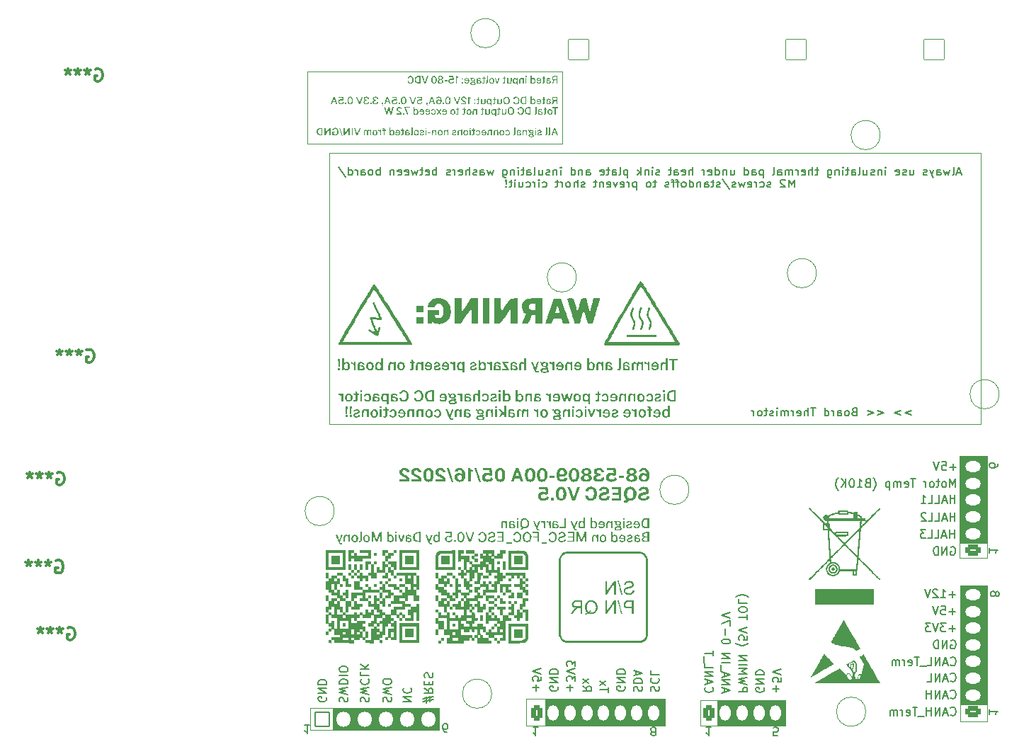
<source format=gbr>
%TF.GenerationSoftware,KiCad,Pcbnew,(6.0.5-0)*%
%TF.CreationDate,2022-05-18T00:34:25-07:00*%
%TF.ProjectId,INV_Board,494e565f-426f-4617-9264-2e6b69636164,rev?*%
%TF.SameCoordinates,Original*%
%TF.FileFunction,Legend,Bot*%
%TF.FilePolarity,Positive*%
%FSLAX46Y46*%
G04 Gerber Fmt 4.6, Leading zero omitted, Abs format (unit mm)*
G04 Created by KiCad (PCBNEW (6.0.5-0)) date 2022-05-18 00:34:25*
%MOMM*%
%LPD*%
G01*
G04 APERTURE LIST*
G04 Aperture macros list*
%AMRoundRect*
0 Rectangle with rounded corners*
0 $1 Rounding radius*
0 $2 $3 $4 $5 $6 $7 $8 $9 X,Y pos of 4 corners*
0 Add a 4 corners polygon primitive as box body*
4,1,4,$2,$3,$4,$5,$6,$7,$8,$9,$2,$3,0*
0 Add four circle primitives for the rounded corners*
1,1,$1+$1,$2,$3*
1,1,$1+$1,$4,$5*
1,1,$1+$1,$6,$7*
1,1,$1+$1,$8,$9*
0 Add four rect primitives between the rounded corners*
20,1,$1+$1,$2,$3,$4,$5,0*
20,1,$1+$1,$4,$5,$6,$7,0*
20,1,$1+$1,$6,$7,$8,$9,0*
20,1,$1+$1,$8,$9,$2,$3,0*%
G04 Aperture macros list end*
%ADD10C,0.120000*%
%ADD11C,0.150000*%
%ADD12C,0.300000*%
%ADD13C,0.100000*%
%ADD14RoundRect,0.301000X0.625000X-0.350000X0.625000X0.350000X-0.625000X0.350000X-0.625000X-0.350000X0*%
%ADD15O,1.852000X1.302000*%
%ADD16RoundRect,0.301000X-0.350000X-0.625000X0.350000X-0.625000X0.350000X0.625000X-0.350000X0.625000X0*%
%ADD17O,1.302000X1.852000*%
%ADD18RoundRect,0.051000X-1.200000X1.200000X-1.200000X-1.200000X1.200000X-1.200000X1.200000X1.200000X0*%
%ADD19C,2.502000*%
%ADD20C,6.102000*%
%ADD21RoundRect,0.051000X0.850000X-0.850000X0.850000X0.850000X-0.850000X0.850000X-0.850000X-0.850000X0*%
%ADD22O,1.802000X1.802000*%
G04 APERTURE END LIST*
D10*
X139644000Y-51562000D02*
G75*
G03*
X139644000Y-51562000I-1750000J0D01*
G01*
X197104000Y-65913000D02*
X119253000Y-65913000D01*
X119253000Y-65913000D02*
X119253000Y-98298000D01*
X119253000Y-98298000D02*
X197104000Y-98298000D01*
X197104000Y-98298000D02*
X197104000Y-65913000D01*
X138656000Y-130556000D02*
G75*
G03*
X138656000Y-130556000I-1750000J0D01*
G01*
X197866000Y-102108000D02*
X194564000Y-102108000D01*
X194564000Y-102108000D02*
X194564000Y-112522000D01*
X194564000Y-112522000D02*
X197866000Y-112522000D01*
X197866000Y-112522000D02*
X197866000Y-102108000D01*
G36*
X197866000Y-102108000D02*
G01*
X194564000Y-102108000D01*
X194564000Y-112522000D01*
X197866000Y-112522000D01*
X197866000Y-102108000D01*
G37*
X165608000Y-131318000D02*
X163576000Y-131318000D01*
X163576000Y-131318000D02*
X163576000Y-134366000D01*
X163576000Y-134366000D02*
X165608000Y-134366000D01*
X165608000Y-134366000D02*
X165608000Y-131318000D01*
X119634000Y-132274000D02*
X116967000Y-132274000D01*
X116967000Y-132274000D02*
X116967000Y-134874000D01*
X116967000Y-134874000D02*
X119634000Y-134874000D01*
X119634000Y-134874000D02*
X119634000Y-132274000D01*
X183376000Y-132715000D02*
G75*
G03*
X183376000Y-132715000I-1750000J0D01*
G01*
X197866000Y-117602000D02*
X194691000Y-117602000D01*
X194691000Y-117602000D02*
X194691000Y-131826000D01*
X194691000Y-131826000D02*
X197866000Y-131826000D01*
X197866000Y-131826000D02*
X197866000Y-117602000D01*
G36*
X197866000Y-117602000D02*
G01*
X194691000Y-117602000D01*
X194691000Y-131826000D01*
X197866000Y-131826000D01*
X197866000Y-117602000D01*
G37*
X145034000Y-131191000D02*
X142748000Y-131191000D01*
X142748000Y-131191000D02*
X142748000Y-134366000D01*
X142748000Y-134366000D02*
X145034000Y-134366000D01*
X145034000Y-134366000D02*
X145034000Y-131191000D01*
X177490000Y-80264000D02*
G75*
G03*
X177490000Y-80264000I-1750000J0D01*
G01*
X173736000Y-131318000D02*
X165608000Y-131318000D01*
X165608000Y-131318000D02*
X165608000Y-134366000D01*
X165608000Y-134366000D02*
X173736000Y-134366000D01*
X173736000Y-134366000D02*
X173736000Y-131318000D01*
G36*
X173736000Y-131318000D02*
G01*
X165608000Y-131318000D01*
X165608000Y-134366000D01*
X173736000Y-134366000D01*
X173736000Y-131318000D01*
G37*
X159385000Y-131191000D02*
X145034000Y-131191000D01*
X145034000Y-131191000D02*
X145034000Y-134366000D01*
X145034000Y-134366000D02*
X159385000Y-134366000D01*
X159385000Y-134366000D02*
X159385000Y-131191000D01*
G36*
X159385000Y-131191000D02*
G01*
X145034000Y-131191000D01*
X145034000Y-134366000D01*
X159385000Y-134366000D01*
X159385000Y-131191000D01*
G37*
X199334000Y-94742000D02*
G75*
G03*
X199334000Y-94742000I-1750000J0D01*
G01*
X147066000Y-56134000D02*
X116586000Y-56134000D01*
X116586000Y-56134000D02*
X116586000Y-64770000D01*
X116586000Y-64770000D02*
X147066000Y-64770000D01*
X147066000Y-64770000D02*
X147066000Y-56134000D01*
X185110000Y-63754000D02*
G75*
G03*
X185110000Y-63754000I-1750000J0D01*
G01*
X132394000Y-132274000D02*
X119634000Y-132274000D01*
X119634000Y-132274000D02*
X119634000Y-134934000D01*
X119634000Y-134934000D02*
X132394000Y-134934000D01*
X132394000Y-134934000D02*
X132394000Y-132274000D01*
G36*
X132394000Y-132274000D02*
G01*
X119634000Y-132274000D01*
X119634000Y-134934000D01*
X132394000Y-134934000D01*
X132394000Y-132274000D01*
G37*
X148788000Y-80772000D02*
G75*
G03*
X148788000Y-80772000I-1750000J0D01*
G01*
X197866000Y-131826000D02*
X194691000Y-131826000D01*
X194691000Y-131826000D02*
X194691000Y-133858000D01*
X194691000Y-133858000D02*
X197866000Y-133858000D01*
X197866000Y-133858000D02*
X197866000Y-131826000D01*
X197866000Y-112522000D02*
X194564000Y-112522000D01*
X194564000Y-112522000D02*
X194564000Y-114300000D01*
X194564000Y-114300000D02*
X197866000Y-114300000D01*
X197866000Y-114300000D02*
X197866000Y-112522000D01*
X119832000Y-108712000D02*
G75*
G03*
X119832000Y-108712000I-1750000J0D01*
G01*
X162250000Y-106172000D02*
G75*
G03*
X162250000Y-106172000I-1750000J0D01*
G01*
D11*
X154551000Y-129696595D02*
X154598619Y-129791833D01*
X154598619Y-129934690D01*
X154551000Y-130077547D01*
X154455761Y-130172785D01*
X154360523Y-130220404D01*
X154170047Y-130268023D01*
X154027190Y-130268023D01*
X153836714Y-130220404D01*
X153741476Y-130172785D01*
X153646238Y-130077547D01*
X153598619Y-129934690D01*
X153598619Y-129839452D01*
X153646238Y-129696595D01*
X153693857Y-129648976D01*
X154027190Y-129648976D01*
X154027190Y-129839452D01*
X153598619Y-129220404D02*
X154598619Y-129220404D01*
X153598619Y-128648976D01*
X154598619Y-128648976D01*
X153598619Y-128172785D02*
X154598619Y-128172785D01*
X154598619Y-127934690D01*
X154551000Y-127791833D01*
X154455761Y-127696595D01*
X154360523Y-127648976D01*
X154170047Y-127601357D01*
X154027190Y-127601357D01*
X153836714Y-127648976D01*
X153741476Y-127696595D01*
X153646238Y-127791833D01*
X153598619Y-127934690D01*
X153598619Y-128172785D01*
X193974404Y-111958380D02*
X193974404Y-110958380D01*
X193974404Y-111434571D02*
X193402976Y-111434571D01*
X193402976Y-111958380D02*
X193402976Y-110958380D01*
X192974404Y-111672666D02*
X192498214Y-111672666D01*
X193069642Y-111958380D02*
X192736309Y-110958380D01*
X192402976Y-111958380D01*
X191593452Y-111958380D02*
X192069642Y-111958380D01*
X192069642Y-110958380D01*
X190783928Y-111958380D02*
X191260119Y-111958380D01*
X191260119Y-110958380D01*
X190545833Y-110958380D02*
X189926785Y-110958380D01*
X190260119Y-111339333D01*
X190117261Y-111339333D01*
X190022023Y-111386952D01*
X189974404Y-111434571D01*
X189926785Y-111529809D01*
X189926785Y-111767904D01*
X189974404Y-111863142D01*
X190022023Y-111910761D01*
X190117261Y-111958380D01*
X190402976Y-111958380D01*
X190498214Y-111910761D01*
X190545833Y-111863142D01*
X198175619Y-132429285D02*
X198175619Y-133000714D01*
X198175619Y-132715000D02*
X199175619Y-132715000D01*
X199032761Y-132810238D01*
X198937523Y-132905476D01*
X198889904Y-133000714D01*
X131278285Y-131538023D02*
X131278285Y-130823738D01*
X131706857Y-131252309D02*
X130421142Y-131538023D01*
X130849714Y-130918976D02*
X130849714Y-131633261D01*
X130421142Y-131204690D02*
X131706857Y-130918976D01*
X130611619Y-129918976D02*
X131087809Y-130252309D01*
X130611619Y-130490404D02*
X131611619Y-130490404D01*
X131611619Y-130109452D01*
X131564000Y-130014214D01*
X131516380Y-129966595D01*
X131421142Y-129918976D01*
X131278285Y-129918976D01*
X131183047Y-129966595D01*
X131135428Y-130014214D01*
X131087809Y-130109452D01*
X131087809Y-130490404D01*
X131135428Y-129490404D02*
X131135428Y-129157071D01*
X130611619Y-129014214D02*
X130611619Y-129490404D01*
X131611619Y-129490404D01*
X131611619Y-129014214D01*
X130659238Y-128633261D02*
X130611619Y-128490404D01*
X130611619Y-128252309D01*
X130659238Y-128157071D01*
X130706857Y-128109452D01*
X130802095Y-128061833D01*
X130897333Y-128061833D01*
X130992571Y-128109452D01*
X131040190Y-128157071D01*
X131087809Y-128252309D01*
X131135428Y-128442785D01*
X131183047Y-128538023D01*
X131230666Y-128585642D01*
X131325904Y-128633261D01*
X131421142Y-128633261D01*
X131516380Y-128585642D01*
X131564000Y-128538023D01*
X131611619Y-128442785D01*
X131611619Y-128204690D01*
X131564000Y-128061833D01*
X148010571Y-130220404D02*
X148010571Y-129458500D01*
X147629619Y-129839452D02*
X148391523Y-129839452D01*
X148629619Y-129077547D02*
X148629619Y-128458500D01*
X148248666Y-128791833D01*
X148248666Y-128648976D01*
X148201047Y-128553738D01*
X148153428Y-128506119D01*
X148058190Y-128458500D01*
X147820095Y-128458500D01*
X147724857Y-128506119D01*
X147677238Y-128553738D01*
X147629619Y-128648976D01*
X147629619Y-128934690D01*
X147677238Y-129029928D01*
X147724857Y-129077547D01*
X148629619Y-128172785D02*
X147629619Y-127839452D01*
X148629619Y-127506119D01*
X148629619Y-127268023D02*
X148629619Y-126648976D01*
X148248666Y-126982309D01*
X148248666Y-126839452D01*
X148201047Y-126744214D01*
X148153428Y-126696595D01*
X148058190Y-126648976D01*
X147820095Y-126648976D01*
X147724857Y-126696595D01*
X147677238Y-126744214D01*
X147629619Y-126839452D01*
X147629619Y-127125166D01*
X147677238Y-127220404D01*
X147724857Y-127268023D01*
X194101404Y-118689428D02*
X193339500Y-118689428D01*
X193720452Y-119070380D02*
X193720452Y-118308476D01*
X192339500Y-119070380D02*
X192910928Y-119070380D01*
X192625214Y-119070380D02*
X192625214Y-118070380D01*
X192720452Y-118213238D01*
X192815690Y-118308476D01*
X192910928Y-118356095D01*
X191958547Y-118165619D02*
X191910928Y-118118000D01*
X191815690Y-118070380D01*
X191577595Y-118070380D01*
X191482357Y-118118000D01*
X191434738Y-118165619D01*
X191387119Y-118260857D01*
X191387119Y-118356095D01*
X191434738Y-118498952D01*
X192006166Y-119070380D01*
X191387119Y-119070380D01*
X191101404Y-118070380D02*
X190768071Y-119070380D01*
X190434738Y-118070380D01*
X157892761Y-135120047D02*
X157797523Y-135167666D01*
X157749904Y-135215285D01*
X157702285Y-135310523D01*
X157702285Y-135358142D01*
X157749904Y-135453380D01*
X157797523Y-135501000D01*
X157892761Y-135548619D01*
X158083238Y-135548619D01*
X158178476Y-135501000D01*
X158226095Y-135453380D01*
X158273714Y-135358142D01*
X158273714Y-135310523D01*
X158226095Y-135215285D01*
X158178476Y-135167666D01*
X158083238Y-135120047D01*
X157892761Y-135120047D01*
X157797523Y-135072428D01*
X157749904Y-135024809D01*
X157702285Y-134929571D01*
X157702285Y-134739095D01*
X157749904Y-134643857D01*
X157797523Y-134596238D01*
X157892761Y-134548619D01*
X158083238Y-134548619D01*
X158178476Y-134596238D01*
X158226095Y-134643857D01*
X158273714Y-134739095D01*
X158273714Y-134929571D01*
X158226095Y-135024809D01*
X158178476Y-135072428D01*
X158083238Y-135120047D01*
X143946571Y-130220404D02*
X143946571Y-129458500D01*
X143565619Y-129839452D02*
X144327523Y-129839452D01*
X144565619Y-128506119D02*
X144565619Y-128982309D01*
X144089428Y-129029928D01*
X144137047Y-128982309D01*
X144184666Y-128887071D01*
X144184666Y-128648976D01*
X144137047Y-128553738D01*
X144089428Y-128506119D01*
X143994190Y-128458500D01*
X143756095Y-128458500D01*
X143660857Y-128506119D01*
X143613238Y-128553738D01*
X143565619Y-128648976D01*
X143565619Y-128887071D01*
X143613238Y-128982309D01*
X143660857Y-129029928D01*
X144565619Y-128172785D02*
X143565619Y-127839452D01*
X144565619Y-127506119D01*
X164234857Y-129775976D02*
X164187238Y-129823595D01*
X164139619Y-129966452D01*
X164139619Y-130061690D01*
X164187238Y-130204547D01*
X164282476Y-130299785D01*
X164377714Y-130347404D01*
X164568190Y-130395023D01*
X164711047Y-130395023D01*
X164901523Y-130347404D01*
X164996761Y-130299785D01*
X165092000Y-130204547D01*
X165139619Y-130061690D01*
X165139619Y-129966452D01*
X165092000Y-129823595D01*
X165044380Y-129775976D01*
X164425333Y-129395023D02*
X164425333Y-128918833D01*
X164139619Y-129490261D02*
X165139619Y-129156928D01*
X164139619Y-128823595D01*
X164139619Y-128490261D02*
X165139619Y-128490261D01*
X164139619Y-127918833D01*
X165139619Y-127918833D01*
X164139619Y-126966452D02*
X164139619Y-127442642D01*
X165139619Y-127442642D01*
X164044380Y-126871214D02*
X164044380Y-126109309D01*
X165139619Y-126014071D02*
X165139619Y-125442642D01*
X164139619Y-125728357D02*
X165139619Y-125728357D01*
X149534619Y-129648976D02*
X150010809Y-129982309D01*
X149534619Y-130220404D02*
X150534619Y-130220404D01*
X150534619Y-129839452D01*
X150487000Y-129744214D01*
X150439380Y-129696595D01*
X150344142Y-129648976D01*
X150201285Y-129648976D01*
X150106047Y-129696595D01*
X150058428Y-129744214D01*
X150010809Y-129839452D01*
X150010809Y-130220404D01*
X149534619Y-129315642D02*
X150201285Y-128791833D01*
X150201285Y-129315642D02*
X149534619Y-128791833D01*
X194086857Y-105862380D02*
X194086857Y-104862380D01*
X193753523Y-105576666D01*
X193420190Y-104862380D01*
X193420190Y-105862380D01*
X192801142Y-105862380D02*
X192896380Y-105814761D01*
X192944000Y-105767142D01*
X192991619Y-105671904D01*
X192991619Y-105386190D01*
X192944000Y-105290952D01*
X192896380Y-105243333D01*
X192801142Y-105195714D01*
X192658285Y-105195714D01*
X192563047Y-105243333D01*
X192515428Y-105290952D01*
X192467809Y-105386190D01*
X192467809Y-105671904D01*
X192515428Y-105767142D01*
X192563047Y-105814761D01*
X192658285Y-105862380D01*
X192801142Y-105862380D01*
X192182095Y-105195714D02*
X191801142Y-105195714D01*
X192039238Y-104862380D02*
X192039238Y-105719523D01*
X191991619Y-105814761D01*
X191896380Y-105862380D01*
X191801142Y-105862380D01*
X191324952Y-105862380D02*
X191420190Y-105814761D01*
X191467809Y-105767142D01*
X191515428Y-105671904D01*
X191515428Y-105386190D01*
X191467809Y-105290952D01*
X191420190Y-105243333D01*
X191324952Y-105195714D01*
X191182095Y-105195714D01*
X191086857Y-105243333D01*
X191039238Y-105290952D01*
X190991619Y-105386190D01*
X190991619Y-105671904D01*
X191039238Y-105767142D01*
X191086857Y-105814761D01*
X191182095Y-105862380D01*
X191324952Y-105862380D01*
X190563047Y-105862380D02*
X190563047Y-105195714D01*
X190563047Y-105386190D02*
X190515428Y-105290952D01*
X190467809Y-105243333D01*
X190372571Y-105195714D01*
X190277333Y-105195714D01*
X189324952Y-104862380D02*
X188753523Y-104862380D01*
X189039238Y-105862380D02*
X189039238Y-104862380D01*
X188039238Y-105814761D02*
X188134476Y-105862380D01*
X188324952Y-105862380D01*
X188420190Y-105814761D01*
X188467809Y-105719523D01*
X188467809Y-105338571D01*
X188420190Y-105243333D01*
X188324952Y-105195714D01*
X188134476Y-105195714D01*
X188039238Y-105243333D01*
X187991619Y-105338571D01*
X187991619Y-105433809D01*
X188467809Y-105529047D01*
X187563047Y-105862380D02*
X187563047Y-105195714D01*
X187563047Y-105290952D02*
X187515428Y-105243333D01*
X187420190Y-105195714D01*
X187277333Y-105195714D01*
X187182095Y-105243333D01*
X187134476Y-105338571D01*
X187134476Y-105862380D01*
X187134476Y-105338571D02*
X187086857Y-105243333D01*
X186991619Y-105195714D01*
X186848761Y-105195714D01*
X186753523Y-105243333D01*
X186705904Y-105338571D01*
X186705904Y-105862380D01*
X186229714Y-105195714D02*
X186229714Y-106195714D01*
X186229714Y-105243333D02*
X186134476Y-105195714D01*
X185944000Y-105195714D01*
X185848761Y-105243333D01*
X185801142Y-105290952D01*
X185753523Y-105386190D01*
X185753523Y-105671904D01*
X185801142Y-105767142D01*
X185848761Y-105814761D01*
X185944000Y-105862380D01*
X186134476Y-105862380D01*
X186229714Y-105814761D01*
X184277333Y-106243333D02*
X184324952Y-106195714D01*
X184420190Y-106052857D01*
X184467809Y-105957619D01*
X184515428Y-105814761D01*
X184563047Y-105576666D01*
X184563047Y-105386190D01*
X184515428Y-105148095D01*
X184467809Y-105005238D01*
X184420190Y-104910000D01*
X184324952Y-104767142D01*
X184277333Y-104719523D01*
X183563047Y-105338571D02*
X183420190Y-105386190D01*
X183372571Y-105433809D01*
X183324952Y-105529047D01*
X183324952Y-105671904D01*
X183372571Y-105767142D01*
X183420190Y-105814761D01*
X183515428Y-105862380D01*
X183896380Y-105862380D01*
X183896380Y-104862380D01*
X183563047Y-104862380D01*
X183467809Y-104910000D01*
X183420190Y-104957619D01*
X183372571Y-105052857D01*
X183372571Y-105148095D01*
X183420190Y-105243333D01*
X183467809Y-105290952D01*
X183563047Y-105338571D01*
X183896380Y-105338571D01*
X182372571Y-105862380D02*
X182944000Y-105862380D01*
X182658285Y-105862380D02*
X182658285Y-104862380D01*
X182753523Y-105005238D01*
X182848761Y-105100476D01*
X182944000Y-105148095D01*
X181753523Y-104862380D02*
X181658285Y-104862380D01*
X181563047Y-104910000D01*
X181515428Y-104957619D01*
X181467809Y-105052857D01*
X181420190Y-105243333D01*
X181420190Y-105481428D01*
X181467809Y-105671904D01*
X181515428Y-105767142D01*
X181563047Y-105814761D01*
X181658285Y-105862380D01*
X181753523Y-105862380D01*
X181848761Y-105814761D01*
X181896380Y-105767142D01*
X181944000Y-105671904D01*
X181991619Y-105481428D01*
X181991619Y-105243333D01*
X181944000Y-105052857D01*
X181896380Y-104957619D01*
X181848761Y-104910000D01*
X181753523Y-104862380D01*
X180991619Y-105862380D02*
X180991619Y-104862380D01*
X180420190Y-105862380D02*
X180848761Y-105290952D01*
X180420190Y-104862380D02*
X180991619Y-105433809D01*
X180086857Y-106243333D02*
X180039238Y-106195714D01*
X179944000Y-106052857D01*
X179896380Y-105957619D01*
X179848761Y-105814761D01*
X179801142Y-105576666D01*
X179801142Y-105386190D01*
X179848761Y-105148095D01*
X179896380Y-105005238D01*
X179944000Y-104910000D01*
X180039238Y-104767142D01*
X180086857Y-104719523D01*
X146550000Y-129696595D02*
X146597619Y-129791833D01*
X146597619Y-129934690D01*
X146550000Y-130077547D01*
X146454761Y-130172785D01*
X146359523Y-130220404D01*
X146169047Y-130268023D01*
X146026190Y-130268023D01*
X145835714Y-130220404D01*
X145740476Y-130172785D01*
X145645238Y-130077547D01*
X145597619Y-129934690D01*
X145597619Y-129839452D01*
X145645238Y-129696595D01*
X145692857Y-129648976D01*
X146026190Y-129648976D01*
X146026190Y-129839452D01*
X145597619Y-129220404D02*
X146597619Y-129220404D01*
X145597619Y-128648976D01*
X146597619Y-128648976D01*
X145597619Y-128172785D02*
X146597619Y-128172785D01*
X146597619Y-127934690D01*
X146550000Y-127791833D01*
X146454761Y-127696595D01*
X146359523Y-127648976D01*
X146169047Y-127601357D01*
X146026190Y-127601357D01*
X145835714Y-127648976D01*
X145740476Y-127696595D01*
X145645238Y-127791833D01*
X145597619Y-127934690D01*
X145597619Y-128172785D01*
X193577595Y-124214000D02*
X193672833Y-124166380D01*
X193815690Y-124166380D01*
X193958547Y-124214000D01*
X194053785Y-124309238D01*
X194101404Y-124404476D01*
X194149023Y-124594952D01*
X194149023Y-124737809D01*
X194101404Y-124928285D01*
X194053785Y-125023523D01*
X193958547Y-125118761D01*
X193815690Y-125166380D01*
X193720452Y-125166380D01*
X193577595Y-125118761D01*
X193529976Y-125071142D01*
X193529976Y-124737809D01*
X193720452Y-124737809D01*
X193101404Y-125166380D02*
X193101404Y-124166380D01*
X192529976Y-125166380D01*
X192529976Y-124166380D01*
X192053785Y-125166380D02*
X192053785Y-124166380D01*
X191815690Y-124166380D01*
X191672833Y-124214000D01*
X191577595Y-124309238D01*
X191529976Y-124404476D01*
X191482357Y-124594952D01*
X191482357Y-124737809D01*
X191529976Y-124928285D01*
X191577595Y-125023523D01*
X191672833Y-125118761D01*
X191815690Y-125166380D01*
X192053785Y-125166380D01*
X123039238Y-131538023D02*
X122991619Y-131395166D01*
X122991619Y-131157071D01*
X123039238Y-131061833D01*
X123086857Y-131014214D01*
X123182095Y-130966595D01*
X123277333Y-130966595D01*
X123372571Y-131014214D01*
X123420190Y-131061833D01*
X123467809Y-131157071D01*
X123515428Y-131347547D01*
X123563047Y-131442785D01*
X123610666Y-131490404D01*
X123705904Y-131538023D01*
X123801142Y-131538023D01*
X123896380Y-131490404D01*
X123944000Y-131442785D01*
X123991619Y-131347547D01*
X123991619Y-131109452D01*
X123944000Y-130966595D01*
X123991619Y-130633261D02*
X122991619Y-130395166D01*
X123705904Y-130204690D01*
X122991619Y-130014214D01*
X123991619Y-129776119D01*
X123086857Y-128823738D02*
X123039238Y-128871357D01*
X122991619Y-129014214D01*
X122991619Y-129109452D01*
X123039238Y-129252309D01*
X123134476Y-129347547D01*
X123229714Y-129395166D01*
X123420190Y-129442785D01*
X123563047Y-129442785D01*
X123753523Y-129395166D01*
X123848761Y-129347547D01*
X123944000Y-129252309D01*
X123991619Y-129109452D01*
X123991619Y-129014214D01*
X123944000Y-128871357D01*
X123896380Y-128823738D01*
X122991619Y-127918976D02*
X122991619Y-128395166D01*
X123991619Y-128395166D01*
X122991619Y-127585642D02*
X123991619Y-127585642D01*
X122991619Y-127014214D02*
X123563047Y-127442785D01*
X123991619Y-127014214D02*
X123420190Y-127585642D01*
X193529976Y-133072142D02*
X193577595Y-133119761D01*
X193720452Y-133167380D01*
X193815690Y-133167380D01*
X193958547Y-133119761D01*
X194053785Y-133024523D01*
X194101404Y-132929285D01*
X194149023Y-132738809D01*
X194149023Y-132595952D01*
X194101404Y-132405476D01*
X194053785Y-132310238D01*
X193958547Y-132215000D01*
X193815690Y-132167380D01*
X193720452Y-132167380D01*
X193577595Y-132215000D01*
X193529976Y-132262619D01*
X193149023Y-132881666D02*
X192672833Y-132881666D01*
X193244261Y-133167380D02*
X192910928Y-132167380D01*
X192577595Y-133167380D01*
X192244261Y-133167380D02*
X192244261Y-132167380D01*
X191672833Y-133167380D01*
X191672833Y-132167380D01*
X191196642Y-133167380D02*
X191196642Y-132167380D01*
X191196642Y-132643571D02*
X190625214Y-132643571D01*
X190625214Y-133167380D02*
X190625214Y-132167380D01*
X190387119Y-133262619D02*
X189625214Y-133262619D01*
X189529976Y-132167380D02*
X188958547Y-132167380D01*
X189244261Y-133167380D02*
X189244261Y-132167380D01*
X188244261Y-133119761D02*
X188339500Y-133167380D01*
X188529976Y-133167380D01*
X188625214Y-133119761D01*
X188672833Y-133024523D01*
X188672833Y-132643571D01*
X188625214Y-132548333D01*
X188529976Y-132500714D01*
X188339500Y-132500714D01*
X188244261Y-132548333D01*
X188196642Y-132643571D01*
X188196642Y-132738809D01*
X188672833Y-132834047D01*
X187768071Y-133167380D02*
X187768071Y-132500714D01*
X187768071Y-132691190D02*
X187720452Y-132595952D01*
X187672833Y-132548333D01*
X187577595Y-132500714D01*
X187482357Y-132500714D01*
X187149023Y-133167380D02*
X187149023Y-132500714D01*
X187149023Y-132595952D02*
X187101404Y-132548333D01*
X187006166Y-132500714D01*
X186863309Y-132500714D01*
X186768071Y-132548333D01*
X186720452Y-132643571D01*
X186720452Y-133167380D01*
X186720452Y-132643571D02*
X186672833Y-132548333D01*
X186577595Y-132500714D01*
X186434738Y-132500714D01*
X186339500Y-132548333D01*
X186291880Y-132643571D01*
X186291880Y-133167380D01*
X118864000Y-130966595D02*
X118911619Y-131061833D01*
X118911619Y-131204690D01*
X118864000Y-131347547D01*
X118768761Y-131442785D01*
X118673523Y-131490404D01*
X118483047Y-131538023D01*
X118340190Y-131538023D01*
X118149714Y-131490404D01*
X118054476Y-131442785D01*
X117959238Y-131347547D01*
X117911619Y-131204690D01*
X117911619Y-131109452D01*
X117959238Y-130966595D01*
X118006857Y-130918976D01*
X118340190Y-130918976D01*
X118340190Y-131109452D01*
X117911619Y-130490404D02*
X118911619Y-130490404D01*
X117911619Y-129918976D01*
X118911619Y-129918976D01*
X117911619Y-129442785D02*
X118911619Y-129442785D01*
X118911619Y-129204690D01*
X118864000Y-129061833D01*
X118768761Y-128966595D01*
X118673523Y-128918976D01*
X118483047Y-128871357D01*
X118340190Y-128871357D01*
X118149714Y-128918976D01*
X118054476Y-128966595D01*
X117959238Y-129061833D01*
X117911619Y-129204690D01*
X117911619Y-129442785D01*
X120499238Y-131538023D02*
X120451619Y-131395166D01*
X120451619Y-131157071D01*
X120499238Y-131061833D01*
X120546857Y-131014214D01*
X120642095Y-130966595D01*
X120737333Y-130966595D01*
X120832571Y-131014214D01*
X120880190Y-131061833D01*
X120927809Y-131157071D01*
X120975428Y-131347547D01*
X121023047Y-131442785D01*
X121070666Y-131490404D01*
X121165904Y-131538023D01*
X121261142Y-131538023D01*
X121356380Y-131490404D01*
X121404000Y-131442785D01*
X121451619Y-131347547D01*
X121451619Y-131109452D01*
X121404000Y-130966595D01*
X121451619Y-130633261D02*
X120451619Y-130395166D01*
X121165904Y-130204690D01*
X120451619Y-130014214D01*
X121451619Y-129776119D01*
X120451619Y-129395166D02*
X121451619Y-129395166D01*
X121451619Y-129157071D01*
X121404000Y-129014214D01*
X121308761Y-128918976D01*
X121213523Y-128871357D01*
X121023047Y-128823738D01*
X120880190Y-128823738D01*
X120689714Y-128871357D01*
X120594476Y-128918976D01*
X120499238Y-129014214D01*
X120451619Y-129157071D01*
X120451619Y-129395166D01*
X120451619Y-128395166D02*
X121451619Y-128395166D01*
X121451619Y-127728500D02*
X121451619Y-127538023D01*
X121404000Y-127442785D01*
X121308761Y-127347547D01*
X121118285Y-127299928D01*
X120784952Y-127299928D01*
X120594476Y-127347547D01*
X120499238Y-127442785D01*
X120451619Y-127538023D01*
X120451619Y-127728500D01*
X120499238Y-127823738D01*
X120594476Y-127918976D01*
X120784952Y-127966595D01*
X121118285Y-127966595D01*
X121308761Y-127918976D01*
X121404000Y-127823738D01*
X121451619Y-127728500D01*
X152566619Y-130363261D02*
X152566619Y-129791833D01*
X151566619Y-130077547D02*
X152566619Y-130077547D01*
X151566619Y-129553738D02*
X152233285Y-129029928D01*
X152233285Y-129553738D02*
X151566619Y-129029928D01*
X193529976Y-131040142D02*
X193577595Y-131087761D01*
X193720452Y-131135380D01*
X193815690Y-131135380D01*
X193958547Y-131087761D01*
X194053785Y-130992523D01*
X194101404Y-130897285D01*
X194149023Y-130706809D01*
X194149023Y-130563952D01*
X194101404Y-130373476D01*
X194053785Y-130278238D01*
X193958547Y-130183000D01*
X193815690Y-130135380D01*
X193720452Y-130135380D01*
X193577595Y-130183000D01*
X193529976Y-130230619D01*
X193149023Y-130849666D02*
X192672833Y-130849666D01*
X193244261Y-131135380D02*
X192910928Y-130135380D01*
X192577595Y-131135380D01*
X192244261Y-131135380D02*
X192244261Y-130135380D01*
X191672833Y-131135380D01*
X191672833Y-130135380D01*
X191196642Y-131135380D02*
X191196642Y-130135380D01*
X191196642Y-130611571D02*
X190625214Y-130611571D01*
X190625214Y-131135380D02*
X190625214Y-130135380D01*
X171188000Y-129823595D02*
X171235619Y-129918833D01*
X171235619Y-130061690D01*
X171188000Y-130204547D01*
X171092761Y-130299785D01*
X170997523Y-130347404D01*
X170807047Y-130395023D01*
X170664190Y-130395023D01*
X170473714Y-130347404D01*
X170378476Y-130299785D01*
X170283238Y-130204547D01*
X170235619Y-130061690D01*
X170235619Y-129966452D01*
X170283238Y-129823595D01*
X170330857Y-129775976D01*
X170664190Y-129775976D01*
X170664190Y-129966452D01*
X170235619Y-129347404D02*
X171235619Y-129347404D01*
X170235619Y-128775976D01*
X171235619Y-128775976D01*
X170235619Y-128299785D02*
X171235619Y-128299785D01*
X171235619Y-128061690D01*
X171188000Y-127918833D01*
X171092761Y-127823595D01*
X170997523Y-127775976D01*
X170807047Y-127728357D01*
X170664190Y-127728357D01*
X170473714Y-127775976D01*
X170378476Y-127823595D01*
X170283238Y-127918833D01*
X170235619Y-128061690D01*
X170235619Y-128299785D01*
X193529976Y-127103142D02*
X193577595Y-127150761D01*
X193720452Y-127198380D01*
X193815690Y-127198380D01*
X193958547Y-127150761D01*
X194053785Y-127055523D01*
X194101404Y-126960285D01*
X194149023Y-126769809D01*
X194149023Y-126626952D01*
X194101404Y-126436476D01*
X194053785Y-126341238D01*
X193958547Y-126246000D01*
X193815690Y-126198380D01*
X193720452Y-126198380D01*
X193577595Y-126246000D01*
X193529976Y-126293619D01*
X193149023Y-126912666D02*
X192672833Y-126912666D01*
X193244261Y-127198380D02*
X192910928Y-126198380D01*
X192577595Y-127198380D01*
X192244261Y-127198380D02*
X192244261Y-126198380D01*
X191672833Y-127198380D01*
X191672833Y-126198380D01*
X190720452Y-127198380D02*
X191196642Y-127198380D01*
X191196642Y-126198380D01*
X190625214Y-127293619D02*
X189863309Y-127293619D01*
X189768071Y-126198380D02*
X189196642Y-126198380D01*
X189482357Y-127198380D02*
X189482357Y-126198380D01*
X188482357Y-127150761D02*
X188577595Y-127198380D01*
X188768071Y-127198380D01*
X188863309Y-127150761D01*
X188910928Y-127055523D01*
X188910928Y-126674571D01*
X188863309Y-126579333D01*
X188768071Y-126531714D01*
X188577595Y-126531714D01*
X188482357Y-126579333D01*
X188434738Y-126674571D01*
X188434738Y-126769809D01*
X188910928Y-126865047D01*
X188006166Y-127198380D02*
X188006166Y-126531714D01*
X188006166Y-126722190D02*
X187958547Y-126626952D01*
X187910928Y-126579333D01*
X187815690Y-126531714D01*
X187720452Y-126531714D01*
X187387119Y-127198380D02*
X187387119Y-126531714D01*
X187387119Y-126626952D02*
X187339500Y-126579333D01*
X187244261Y-126531714D01*
X187101404Y-126531714D01*
X187006166Y-126579333D01*
X186958547Y-126674571D01*
X186958547Y-127198380D01*
X186958547Y-126674571D02*
X186910928Y-126579333D01*
X186815690Y-126531714D01*
X186672833Y-126531714D01*
X186577595Y-126579333D01*
X186529976Y-126674571D01*
X186529976Y-127198380D01*
X157710238Y-130268023D02*
X157662619Y-130125166D01*
X157662619Y-129887071D01*
X157710238Y-129791833D01*
X157757857Y-129744214D01*
X157853095Y-129696595D01*
X157948333Y-129696595D01*
X158043571Y-129744214D01*
X158091190Y-129791833D01*
X158138809Y-129887071D01*
X158186428Y-130077547D01*
X158234047Y-130172785D01*
X158281666Y-130220404D01*
X158376904Y-130268023D01*
X158472142Y-130268023D01*
X158567380Y-130220404D01*
X158615000Y-130172785D01*
X158662619Y-130077547D01*
X158662619Y-129839452D01*
X158615000Y-129696595D01*
X157757857Y-128696595D02*
X157710238Y-128744214D01*
X157662619Y-128887071D01*
X157662619Y-128982309D01*
X157710238Y-129125166D01*
X157805476Y-129220404D01*
X157900714Y-129268023D01*
X158091190Y-129315642D01*
X158234047Y-129315642D01*
X158424523Y-129268023D01*
X158519761Y-129220404D01*
X158615000Y-129125166D01*
X158662619Y-128982309D01*
X158662619Y-128887071D01*
X158615000Y-128744214D01*
X158567380Y-128696595D01*
X157662619Y-127791833D02*
X157662619Y-128268023D01*
X158662619Y-128268023D01*
X155678238Y-130268023D02*
X155630619Y-130125166D01*
X155630619Y-129887071D01*
X155678238Y-129791833D01*
X155725857Y-129744214D01*
X155821095Y-129696595D01*
X155916333Y-129696595D01*
X156011571Y-129744214D01*
X156059190Y-129791833D01*
X156106809Y-129887071D01*
X156154428Y-130077547D01*
X156202047Y-130172785D01*
X156249666Y-130220404D01*
X156344904Y-130268023D01*
X156440142Y-130268023D01*
X156535380Y-130220404D01*
X156583000Y-130172785D01*
X156630619Y-130077547D01*
X156630619Y-129839452D01*
X156583000Y-129696595D01*
X155630619Y-129268023D02*
X156630619Y-129268023D01*
X156630619Y-129029928D01*
X156583000Y-128887071D01*
X156487761Y-128791833D01*
X156392523Y-128744214D01*
X156202047Y-128696595D01*
X156059190Y-128696595D01*
X155868714Y-128744214D01*
X155773476Y-128791833D01*
X155678238Y-128887071D01*
X155630619Y-129029928D01*
X155630619Y-129268023D01*
X155916333Y-128315642D02*
X155916333Y-127839452D01*
X155630619Y-128410880D02*
X156630619Y-128077547D01*
X155630619Y-127744214D01*
X194101404Y-120721428D02*
X193339500Y-120721428D01*
X193720452Y-121102380D02*
X193720452Y-120340476D01*
X192387119Y-120102380D02*
X192863309Y-120102380D01*
X192910928Y-120578571D01*
X192863309Y-120530952D01*
X192768071Y-120483333D01*
X192529976Y-120483333D01*
X192434738Y-120530952D01*
X192387119Y-120578571D01*
X192339500Y-120673809D01*
X192339500Y-120911904D01*
X192387119Y-121007142D01*
X192434738Y-121054761D01*
X192529976Y-121102380D01*
X192768071Y-121102380D01*
X192863309Y-121054761D01*
X192910928Y-121007142D01*
X192053785Y-120102380D02*
X191720452Y-121102380D01*
X191387119Y-120102380D01*
X144176714Y-134548619D02*
X143605285Y-134548619D01*
X143891000Y-134548619D02*
X143891000Y-135548619D01*
X143795761Y-135405761D01*
X143700523Y-135310523D01*
X143605285Y-135262904D01*
X194101404Y-122753428D02*
X193339500Y-122753428D01*
X193720452Y-123134380D02*
X193720452Y-122372476D01*
X192958547Y-122134380D02*
X192339500Y-122134380D01*
X192672833Y-122515333D01*
X192529976Y-122515333D01*
X192434738Y-122562952D01*
X192387119Y-122610571D01*
X192339500Y-122705809D01*
X192339500Y-122943904D01*
X192387119Y-123039142D01*
X192434738Y-123086761D01*
X192529976Y-123134380D01*
X192815690Y-123134380D01*
X192910928Y-123086761D01*
X192958547Y-123039142D01*
X192053785Y-122134380D02*
X191720452Y-123134380D01*
X191387119Y-122134380D01*
X191149023Y-122134380D02*
X190529976Y-122134380D01*
X190863309Y-122515333D01*
X190720452Y-122515333D01*
X190625214Y-122562952D01*
X190577595Y-122610571D01*
X190529976Y-122705809D01*
X190529976Y-122943904D01*
X190577595Y-123039142D01*
X190625214Y-123086761D01*
X190720452Y-123134380D01*
X191006166Y-123134380D01*
X191101404Y-123086761D01*
X191149023Y-123039142D01*
X193547904Y-113038000D02*
X193643142Y-112990380D01*
X193786000Y-112990380D01*
X193928857Y-113038000D01*
X194024095Y-113133238D01*
X194071714Y-113228476D01*
X194119333Y-113418952D01*
X194119333Y-113561809D01*
X194071714Y-113752285D01*
X194024095Y-113847523D01*
X193928857Y-113942761D01*
X193786000Y-113990380D01*
X193690761Y-113990380D01*
X193547904Y-113942761D01*
X193500285Y-113895142D01*
X193500285Y-113561809D01*
X193690761Y-113561809D01*
X193071714Y-113990380D02*
X193071714Y-112990380D01*
X192500285Y-113990380D01*
X192500285Y-112990380D01*
X192024095Y-113990380D02*
X192024095Y-112990380D01*
X191786000Y-112990380D01*
X191643142Y-113038000D01*
X191547904Y-113133238D01*
X191500285Y-113228476D01*
X191452666Y-113418952D01*
X191452666Y-113561809D01*
X191500285Y-113752285D01*
X191547904Y-113847523D01*
X191643142Y-113942761D01*
X191786000Y-113990380D01*
X192024095Y-113990380D01*
X133286476Y-135167619D02*
X133096000Y-135167619D01*
X133000761Y-135120000D01*
X132953142Y-135072380D01*
X132857904Y-134929523D01*
X132810285Y-134739047D01*
X132810285Y-134358095D01*
X132857904Y-134262857D01*
X132905523Y-134215238D01*
X133000761Y-134167619D01*
X133191238Y-134167619D01*
X133286476Y-134215238D01*
X133334095Y-134262857D01*
X133381714Y-134358095D01*
X133381714Y-134596190D01*
X133334095Y-134691428D01*
X133286476Y-134739047D01*
X133191238Y-134786666D01*
X133000761Y-134786666D01*
X132905523Y-134739047D01*
X132857904Y-134691428D01*
X132810285Y-134596190D01*
X172648571Y-130347404D02*
X172648571Y-129585500D01*
X172267619Y-129966452D02*
X173029523Y-129966452D01*
X173267619Y-128633119D02*
X173267619Y-129109309D01*
X172791428Y-129156928D01*
X172839047Y-129109309D01*
X172886666Y-129014071D01*
X172886666Y-128775976D01*
X172839047Y-128680738D01*
X172791428Y-128633119D01*
X172696190Y-128585500D01*
X172458095Y-128585500D01*
X172362857Y-128633119D01*
X172315238Y-128680738D01*
X172267619Y-128775976D01*
X172267619Y-129014071D01*
X172315238Y-129109309D01*
X172362857Y-129156928D01*
X173267619Y-128299785D02*
X172267619Y-127966452D01*
X173267619Y-127633119D01*
X166457333Y-130395023D02*
X166457333Y-129918833D01*
X166171619Y-130490261D02*
X167171619Y-130156928D01*
X166171619Y-129823595D01*
X166171619Y-129490261D02*
X167171619Y-129490261D01*
X166171619Y-128918833D01*
X167171619Y-128918833D01*
X166457333Y-128490261D02*
X166457333Y-128014071D01*
X166171619Y-128585500D02*
X167171619Y-128252166D01*
X166171619Y-127918833D01*
X166076380Y-127823595D02*
X166076380Y-127061690D01*
X166171619Y-126823595D02*
X167171619Y-126823595D01*
X166171619Y-126347404D02*
X167171619Y-126347404D01*
X166171619Y-125775976D01*
X167171619Y-125775976D01*
X167171619Y-124347404D02*
X167171619Y-124252166D01*
X167124000Y-124156928D01*
X167076380Y-124109309D01*
X166981142Y-124061690D01*
X166790666Y-124014071D01*
X166552571Y-124014071D01*
X166362095Y-124061690D01*
X166266857Y-124109309D01*
X166219238Y-124156928D01*
X166171619Y-124252166D01*
X166171619Y-124347404D01*
X166219238Y-124442642D01*
X166266857Y-124490261D01*
X166362095Y-124537880D01*
X166552571Y-124585500D01*
X166790666Y-124585500D01*
X166981142Y-124537880D01*
X167076380Y-124490261D01*
X167124000Y-124442642D01*
X167171619Y-124347404D01*
X166552571Y-123585500D02*
X166552571Y-122823595D01*
X167171619Y-122442642D02*
X167171619Y-121775976D01*
X166171619Y-122204547D01*
X167171619Y-121537880D02*
X166171619Y-121204547D01*
X167171619Y-120871214D01*
X194773666Y-68259500D02*
X194297476Y-68259500D01*
X194868904Y-68516642D02*
X194535571Y-67616642D01*
X194202238Y-68516642D01*
X193726047Y-68516642D02*
X193821285Y-68473785D01*
X193868904Y-68388071D01*
X193868904Y-67616642D01*
X193440333Y-67916642D02*
X193249857Y-68516642D01*
X193059380Y-68088071D01*
X192868904Y-68516642D01*
X192678428Y-67916642D01*
X191868904Y-68516642D02*
X191868904Y-68045214D01*
X191916523Y-67959500D01*
X192011761Y-67916642D01*
X192202238Y-67916642D01*
X192297476Y-67959500D01*
X191868904Y-68473785D02*
X191964142Y-68516642D01*
X192202238Y-68516642D01*
X192297476Y-68473785D01*
X192345095Y-68388071D01*
X192345095Y-68302357D01*
X192297476Y-68216642D01*
X192202238Y-68173785D01*
X191964142Y-68173785D01*
X191868904Y-68130928D01*
X191487952Y-67916642D02*
X191249857Y-68516642D01*
X191011761Y-67916642D02*
X191249857Y-68516642D01*
X191345095Y-68730928D01*
X191392714Y-68773785D01*
X191487952Y-68816642D01*
X190678428Y-68473785D02*
X190583190Y-68516642D01*
X190392714Y-68516642D01*
X190297476Y-68473785D01*
X190249857Y-68388071D01*
X190249857Y-68345214D01*
X190297476Y-68259500D01*
X190392714Y-68216642D01*
X190535571Y-68216642D01*
X190630809Y-68173785D01*
X190678428Y-68088071D01*
X190678428Y-68045214D01*
X190630809Y-67959500D01*
X190535571Y-67916642D01*
X190392714Y-67916642D01*
X190297476Y-67959500D01*
X188630809Y-67916642D02*
X188630809Y-68516642D01*
X189059380Y-67916642D02*
X189059380Y-68388071D01*
X189011761Y-68473785D01*
X188916523Y-68516642D01*
X188773666Y-68516642D01*
X188678428Y-68473785D01*
X188630809Y-68430928D01*
X188202238Y-68473785D02*
X188107000Y-68516642D01*
X187916523Y-68516642D01*
X187821285Y-68473785D01*
X187773666Y-68388071D01*
X187773666Y-68345214D01*
X187821285Y-68259500D01*
X187916523Y-68216642D01*
X188059380Y-68216642D01*
X188154619Y-68173785D01*
X188202238Y-68088071D01*
X188202238Y-68045214D01*
X188154619Y-67959500D01*
X188059380Y-67916642D01*
X187916523Y-67916642D01*
X187821285Y-67959500D01*
X186964142Y-68473785D02*
X187059380Y-68516642D01*
X187249857Y-68516642D01*
X187345095Y-68473785D01*
X187392714Y-68388071D01*
X187392714Y-68045214D01*
X187345095Y-67959500D01*
X187249857Y-67916642D01*
X187059380Y-67916642D01*
X186964142Y-67959500D01*
X186916523Y-68045214D01*
X186916523Y-68130928D01*
X187392714Y-68216642D01*
X185726047Y-68516642D02*
X185726047Y-67916642D01*
X185726047Y-67616642D02*
X185773666Y-67659500D01*
X185726047Y-67702357D01*
X185678428Y-67659500D01*
X185726047Y-67616642D01*
X185726047Y-67702357D01*
X185249857Y-67916642D02*
X185249857Y-68516642D01*
X185249857Y-68002357D02*
X185202238Y-67959500D01*
X185107000Y-67916642D01*
X184964142Y-67916642D01*
X184868904Y-67959500D01*
X184821285Y-68045214D01*
X184821285Y-68516642D01*
X184392714Y-68473785D02*
X184297476Y-68516642D01*
X184107000Y-68516642D01*
X184011761Y-68473785D01*
X183964142Y-68388071D01*
X183964142Y-68345214D01*
X184011761Y-68259500D01*
X184107000Y-68216642D01*
X184249857Y-68216642D01*
X184345095Y-68173785D01*
X184392714Y-68088071D01*
X184392714Y-68045214D01*
X184345095Y-67959500D01*
X184249857Y-67916642D01*
X184107000Y-67916642D01*
X184011761Y-67959500D01*
X183107000Y-67916642D02*
X183107000Y-68516642D01*
X183535571Y-67916642D02*
X183535571Y-68388071D01*
X183487952Y-68473785D01*
X183392714Y-68516642D01*
X183249857Y-68516642D01*
X183154619Y-68473785D01*
X183107000Y-68430928D01*
X182487952Y-68516642D02*
X182583190Y-68473785D01*
X182630809Y-68388071D01*
X182630809Y-67616642D01*
X181678428Y-68516642D02*
X181678428Y-68045214D01*
X181726047Y-67959500D01*
X181821285Y-67916642D01*
X182011761Y-67916642D01*
X182107000Y-67959500D01*
X181678428Y-68473785D02*
X181773666Y-68516642D01*
X182011761Y-68516642D01*
X182107000Y-68473785D01*
X182154619Y-68388071D01*
X182154619Y-68302357D01*
X182107000Y-68216642D01*
X182011761Y-68173785D01*
X181773666Y-68173785D01*
X181678428Y-68130928D01*
X181345095Y-67916642D02*
X180964142Y-67916642D01*
X181202238Y-67616642D02*
X181202238Y-68388071D01*
X181154619Y-68473785D01*
X181059380Y-68516642D01*
X180964142Y-68516642D01*
X180630809Y-68516642D02*
X180630809Y-67916642D01*
X180630809Y-67616642D02*
X180678428Y-67659500D01*
X180630809Y-67702357D01*
X180583190Y-67659500D01*
X180630809Y-67616642D01*
X180630809Y-67702357D01*
X180154619Y-67916642D02*
X180154619Y-68516642D01*
X180154619Y-68002357D02*
X180107000Y-67959500D01*
X180011761Y-67916642D01*
X179868904Y-67916642D01*
X179773666Y-67959500D01*
X179726047Y-68045214D01*
X179726047Y-68516642D01*
X178821285Y-67916642D02*
X178821285Y-68645214D01*
X178868904Y-68730928D01*
X178916523Y-68773785D01*
X179011761Y-68816642D01*
X179154619Y-68816642D01*
X179249857Y-68773785D01*
X178821285Y-68473785D02*
X178916523Y-68516642D01*
X179107000Y-68516642D01*
X179202238Y-68473785D01*
X179249857Y-68430928D01*
X179297476Y-68345214D01*
X179297476Y-68088071D01*
X179249857Y-68002357D01*
X179202238Y-67959500D01*
X179107000Y-67916642D01*
X178916523Y-67916642D01*
X178821285Y-67959500D01*
X177726047Y-67916642D02*
X177345095Y-67916642D01*
X177583190Y-67616642D02*
X177583190Y-68388071D01*
X177535571Y-68473785D01*
X177440333Y-68516642D01*
X177345095Y-68516642D01*
X177011761Y-68516642D02*
X177011761Y-67616642D01*
X176583190Y-68516642D02*
X176583190Y-68045214D01*
X176630809Y-67959500D01*
X176726047Y-67916642D01*
X176868904Y-67916642D01*
X176964142Y-67959500D01*
X177011761Y-68002357D01*
X175726047Y-68473785D02*
X175821285Y-68516642D01*
X176011761Y-68516642D01*
X176107000Y-68473785D01*
X176154619Y-68388071D01*
X176154619Y-68045214D01*
X176107000Y-67959500D01*
X176011761Y-67916642D01*
X175821285Y-67916642D01*
X175726047Y-67959500D01*
X175678428Y-68045214D01*
X175678428Y-68130928D01*
X176154619Y-68216642D01*
X175249857Y-68516642D02*
X175249857Y-67916642D01*
X175249857Y-68088071D02*
X175202238Y-68002357D01*
X175154619Y-67959500D01*
X175059380Y-67916642D01*
X174964142Y-67916642D01*
X174630809Y-68516642D02*
X174630809Y-67916642D01*
X174630809Y-68002357D02*
X174583190Y-67959500D01*
X174487952Y-67916642D01*
X174345095Y-67916642D01*
X174249857Y-67959500D01*
X174202238Y-68045214D01*
X174202238Y-68516642D01*
X174202238Y-68045214D02*
X174154619Y-67959500D01*
X174059380Y-67916642D01*
X173916523Y-67916642D01*
X173821285Y-67959500D01*
X173773666Y-68045214D01*
X173773666Y-68516642D01*
X172868904Y-68516642D02*
X172868904Y-68045214D01*
X172916523Y-67959500D01*
X173011761Y-67916642D01*
X173202238Y-67916642D01*
X173297476Y-67959500D01*
X172868904Y-68473785D02*
X172964142Y-68516642D01*
X173202238Y-68516642D01*
X173297476Y-68473785D01*
X173345095Y-68388071D01*
X173345095Y-68302357D01*
X173297476Y-68216642D01*
X173202238Y-68173785D01*
X172964142Y-68173785D01*
X172868904Y-68130928D01*
X172249857Y-68516642D02*
X172345095Y-68473785D01*
X172392714Y-68388071D01*
X172392714Y-67616642D01*
X171107000Y-67916642D02*
X171107000Y-68816642D01*
X171107000Y-67959500D02*
X171011761Y-67916642D01*
X170821285Y-67916642D01*
X170726047Y-67959500D01*
X170678428Y-68002357D01*
X170630809Y-68088071D01*
X170630809Y-68345214D01*
X170678428Y-68430928D01*
X170726047Y-68473785D01*
X170821285Y-68516642D01*
X171011761Y-68516642D01*
X171107000Y-68473785D01*
X169773666Y-68516642D02*
X169773666Y-68045214D01*
X169821285Y-67959500D01*
X169916523Y-67916642D01*
X170107000Y-67916642D01*
X170202238Y-67959500D01*
X169773666Y-68473785D02*
X169868904Y-68516642D01*
X170107000Y-68516642D01*
X170202238Y-68473785D01*
X170249857Y-68388071D01*
X170249857Y-68302357D01*
X170202238Y-68216642D01*
X170107000Y-68173785D01*
X169868904Y-68173785D01*
X169773666Y-68130928D01*
X168868904Y-68516642D02*
X168868904Y-67616642D01*
X168868904Y-68473785D02*
X168964142Y-68516642D01*
X169154619Y-68516642D01*
X169249857Y-68473785D01*
X169297476Y-68430928D01*
X169345095Y-68345214D01*
X169345095Y-68088071D01*
X169297476Y-68002357D01*
X169249857Y-67959500D01*
X169154619Y-67916642D01*
X168964142Y-67916642D01*
X168868904Y-67959500D01*
X167202238Y-67916642D02*
X167202238Y-68516642D01*
X167630809Y-67916642D02*
X167630809Y-68388071D01*
X167583190Y-68473785D01*
X167487952Y-68516642D01*
X167345095Y-68516642D01*
X167249857Y-68473785D01*
X167202238Y-68430928D01*
X166726047Y-67916642D02*
X166726047Y-68516642D01*
X166726047Y-68002357D02*
X166678428Y-67959500D01*
X166583190Y-67916642D01*
X166440333Y-67916642D01*
X166345095Y-67959500D01*
X166297476Y-68045214D01*
X166297476Y-68516642D01*
X165392714Y-68516642D02*
X165392714Y-67616642D01*
X165392714Y-68473785D02*
X165487952Y-68516642D01*
X165678428Y-68516642D01*
X165773666Y-68473785D01*
X165821285Y-68430928D01*
X165868904Y-68345214D01*
X165868904Y-68088071D01*
X165821285Y-68002357D01*
X165773666Y-67959500D01*
X165678428Y-67916642D01*
X165487952Y-67916642D01*
X165392714Y-67959500D01*
X164535571Y-68473785D02*
X164630809Y-68516642D01*
X164821285Y-68516642D01*
X164916523Y-68473785D01*
X164964142Y-68388071D01*
X164964142Y-68045214D01*
X164916523Y-67959500D01*
X164821285Y-67916642D01*
X164630809Y-67916642D01*
X164535571Y-67959500D01*
X164487952Y-68045214D01*
X164487952Y-68130928D01*
X164964142Y-68216642D01*
X164059380Y-68516642D02*
X164059380Y-67916642D01*
X164059380Y-68088071D02*
X164011761Y-68002357D01*
X163964142Y-67959500D01*
X163868904Y-67916642D01*
X163773666Y-67916642D01*
X162678428Y-68516642D02*
X162678428Y-67616642D01*
X162249857Y-68516642D02*
X162249857Y-68045214D01*
X162297476Y-67959500D01*
X162392714Y-67916642D01*
X162535571Y-67916642D01*
X162630809Y-67959500D01*
X162678428Y-68002357D01*
X161392714Y-68473785D02*
X161487952Y-68516642D01*
X161678428Y-68516642D01*
X161773666Y-68473785D01*
X161821285Y-68388071D01*
X161821285Y-68045214D01*
X161773666Y-67959500D01*
X161678428Y-67916642D01*
X161487952Y-67916642D01*
X161392714Y-67959500D01*
X161345095Y-68045214D01*
X161345095Y-68130928D01*
X161821285Y-68216642D01*
X160487952Y-68516642D02*
X160487952Y-68045214D01*
X160535571Y-67959500D01*
X160630809Y-67916642D01*
X160821285Y-67916642D01*
X160916523Y-67959500D01*
X160487952Y-68473785D02*
X160583190Y-68516642D01*
X160821285Y-68516642D01*
X160916523Y-68473785D01*
X160964142Y-68388071D01*
X160964142Y-68302357D01*
X160916523Y-68216642D01*
X160821285Y-68173785D01*
X160583190Y-68173785D01*
X160487952Y-68130928D01*
X160154619Y-67916642D02*
X159773666Y-67916642D01*
X160011761Y-67616642D02*
X160011761Y-68388071D01*
X159964142Y-68473785D01*
X159868904Y-68516642D01*
X159773666Y-68516642D01*
X158726047Y-68473785D02*
X158630809Y-68516642D01*
X158440333Y-68516642D01*
X158345095Y-68473785D01*
X158297476Y-68388071D01*
X158297476Y-68345214D01*
X158345095Y-68259500D01*
X158440333Y-68216642D01*
X158583190Y-68216642D01*
X158678428Y-68173785D01*
X158726047Y-68088071D01*
X158726047Y-68045214D01*
X158678428Y-67959500D01*
X158583190Y-67916642D01*
X158440333Y-67916642D01*
X158345095Y-67959500D01*
X157868904Y-68516642D02*
X157868904Y-67916642D01*
X157868904Y-67616642D02*
X157916523Y-67659500D01*
X157868904Y-67702357D01*
X157821285Y-67659500D01*
X157868904Y-67616642D01*
X157868904Y-67702357D01*
X157392714Y-67916642D02*
X157392714Y-68516642D01*
X157392714Y-68002357D02*
X157345095Y-67959500D01*
X157249857Y-67916642D01*
X157107000Y-67916642D01*
X157011761Y-67959500D01*
X156964142Y-68045214D01*
X156964142Y-68516642D01*
X156487952Y-68516642D02*
X156487952Y-67616642D01*
X156392714Y-68173785D02*
X156107000Y-68516642D01*
X156107000Y-67916642D02*
X156487952Y-68259500D01*
X154916523Y-67916642D02*
X154916523Y-68816642D01*
X154916523Y-67959500D02*
X154821285Y-67916642D01*
X154630809Y-67916642D01*
X154535571Y-67959500D01*
X154487952Y-68002357D01*
X154440333Y-68088071D01*
X154440333Y-68345214D01*
X154487952Y-68430928D01*
X154535571Y-68473785D01*
X154630809Y-68516642D01*
X154821285Y-68516642D01*
X154916523Y-68473785D01*
X153868904Y-68516642D02*
X153964142Y-68473785D01*
X154011761Y-68388071D01*
X154011761Y-67616642D01*
X153059380Y-68516642D02*
X153059380Y-68045214D01*
X153107000Y-67959500D01*
X153202238Y-67916642D01*
X153392714Y-67916642D01*
X153487952Y-67959500D01*
X153059380Y-68473785D02*
X153154619Y-68516642D01*
X153392714Y-68516642D01*
X153487952Y-68473785D01*
X153535571Y-68388071D01*
X153535571Y-68302357D01*
X153487952Y-68216642D01*
X153392714Y-68173785D01*
X153154619Y-68173785D01*
X153059380Y-68130928D01*
X152726047Y-67916642D02*
X152345095Y-67916642D01*
X152583190Y-67616642D02*
X152583190Y-68388071D01*
X152535571Y-68473785D01*
X152440333Y-68516642D01*
X152345095Y-68516642D01*
X151630809Y-68473785D02*
X151726047Y-68516642D01*
X151916523Y-68516642D01*
X152011761Y-68473785D01*
X152059380Y-68388071D01*
X152059380Y-68045214D01*
X152011761Y-67959500D01*
X151916523Y-67916642D01*
X151726047Y-67916642D01*
X151630809Y-67959500D01*
X151583190Y-68045214D01*
X151583190Y-68130928D01*
X152059380Y-68216642D01*
X149964142Y-68516642D02*
X149964142Y-68045214D01*
X150011761Y-67959500D01*
X150107000Y-67916642D01*
X150297476Y-67916642D01*
X150392714Y-67959500D01*
X149964142Y-68473785D02*
X150059380Y-68516642D01*
X150297476Y-68516642D01*
X150392714Y-68473785D01*
X150440333Y-68388071D01*
X150440333Y-68302357D01*
X150392714Y-68216642D01*
X150297476Y-68173785D01*
X150059380Y-68173785D01*
X149964142Y-68130928D01*
X149487952Y-67916642D02*
X149487952Y-68516642D01*
X149487952Y-68002357D02*
X149440333Y-67959500D01*
X149345095Y-67916642D01*
X149202238Y-67916642D01*
X149107000Y-67959500D01*
X149059380Y-68045214D01*
X149059380Y-68516642D01*
X148154619Y-68516642D02*
X148154619Y-67616642D01*
X148154619Y-68473785D02*
X148249857Y-68516642D01*
X148440333Y-68516642D01*
X148535571Y-68473785D01*
X148583190Y-68430928D01*
X148630809Y-68345214D01*
X148630809Y-68088071D01*
X148583190Y-68002357D01*
X148535571Y-67959500D01*
X148440333Y-67916642D01*
X148249857Y-67916642D01*
X148154619Y-67959500D01*
X146916523Y-68516642D02*
X146916523Y-67916642D01*
X146916523Y-67616642D02*
X146964142Y-67659500D01*
X146916523Y-67702357D01*
X146868904Y-67659500D01*
X146916523Y-67616642D01*
X146916523Y-67702357D01*
X146440333Y-67916642D02*
X146440333Y-68516642D01*
X146440333Y-68002357D02*
X146392714Y-67959500D01*
X146297476Y-67916642D01*
X146154619Y-67916642D01*
X146059380Y-67959500D01*
X146011761Y-68045214D01*
X146011761Y-68516642D01*
X145583190Y-68473785D02*
X145487952Y-68516642D01*
X145297476Y-68516642D01*
X145202238Y-68473785D01*
X145154619Y-68388071D01*
X145154619Y-68345214D01*
X145202238Y-68259500D01*
X145297476Y-68216642D01*
X145440333Y-68216642D01*
X145535571Y-68173785D01*
X145583190Y-68088071D01*
X145583190Y-68045214D01*
X145535571Y-67959500D01*
X145440333Y-67916642D01*
X145297476Y-67916642D01*
X145202238Y-67959500D01*
X144297476Y-67916642D02*
X144297476Y-68516642D01*
X144726047Y-67916642D02*
X144726047Y-68388071D01*
X144678428Y-68473785D01*
X144583190Y-68516642D01*
X144440333Y-68516642D01*
X144345095Y-68473785D01*
X144297476Y-68430928D01*
X143678428Y-68516642D02*
X143773666Y-68473785D01*
X143821285Y-68388071D01*
X143821285Y-67616642D01*
X142868904Y-68516642D02*
X142868904Y-68045214D01*
X142916523Y-67959500D01*
X143011761Y-67916642D01*
X143202238Y-67916642D01*
X143297476Y-67959500D01*
X142868904Y-68473785D02*
X142964142Y-68516642D01*
X143202238Y-68516642D01*
X143297476Y-68473785D01*
X143345095Y-68388071D01*
X143345095Y-68302357D01*
X143297476Y-68216642D01*
X143202238Y-68173785D01*
X142964142Y-68173785D01*
X142868904Y-68130928D01*
X142535571Y-67916642D02*
X142154619Y-67916642D01*
X142392714Y-67616642D02*
X142392714Y-68388071D01*
X142345095Y-68473785D01*
X142249857Y-68516642D01*
X142154619Y-68516642D01*
X141821285Y-68516642D02*
X141821285Y-67916642D01*
X141821285Y-67616642D02*
X141868904Y-67659500D01*
X141821285Y-67702357D01*
X141773666Y-67659500D01*
X141821285Y-67616642D01*
X141821285Y-67702357D01*
X141345095Y-67916642D02*
X141345095Y-68516642D01*
X141345095Y-68002357D02*
X141297476Y-67959500D01*
X141202238Y-67916642D01*
X141059380Y-67916642D01*
X140964142Y-67959500D01*
X140916523Y-68045214D01*
X140916523Y-68516642D01*
X140011761Y-67916642D02*
X140011761Y-68645214D01*
X140059380Y-68730928D01*
X140107000Y-68773785D01*
X140202238Y-68816642D01*
X140345095Y-68816642D01*
X140440333Y-68773785D01*
X140011761Y-68473785D02*
X140107000Y-68516642D01*
X140297476Y-68516642D01*
X140392714Y-68473785D01*
X140440333Y-68430928D01*
X140487952Y-68345214D01*
X140487952Y-68088071D01*
X140440333Y-68002357D01*
X140392714Y-67959500D01*
X140297476Y-67916642D01*
X140107000Y-67916642D01*
X140011761Y-67959500D01*
X138868904Y-67916642D02*
X138678428Y-68516642D01*
X138487952Y-68088071D01*
X138297476Y-68516642D01*
X138107000Y-67916642D01*
X137297476Y-68516642D02*
X137297476Y-68045214D01*
X137345095Y-67959500D01*
X137440333Y-67916642D01*
X137630809Y-67916642D01*
X137726047Y-67959500D01*
X137297476Y-68473785D02*
X137392714Y-68516642D01*
X137630809Y-68516642D01*
X137726047Y-68473785D01*
X137773666Y-68388071D01*
X137773666Y-68302357D01*
X137726047Y-68216642D01*
X137630809Y-68173785D01*
X137392714Y-68173785D01*
X137297476Y-68130928D01*
X136868904Y-68473785D02*
X136773666Y-68516642D01*
X136583190Y-68516642D01*
X136487952Y-68473785D01*
X136440333Y-68388071D01*
X136440333Y-68345214D01*
X136487952Y-68259500D01*
X136583190Y-68216642D01*
X136726047Y-68216642D01*
X136821285Y-68173785D01*
X136868904Y-68088071D01*
X136868904Y-68045214D01*
X136821285Y-67959500D01*
X136726047Y-67916642D01*
X136583190Y-67916642D01*
X136487952Y-67959500D01*
X136011761Y-68516642D02*
X136011761Y-67616642D01*
X135583190Y-68516642D02*
X135583190Y-68045214D01*
X135630809Y-67959500D01*
X135726047Y-67916642D01*
X135868904Y-67916642D01*
X135964142Y-67959500D01*
X136011761Y-68002357D01*
X134726047Y-68473785D02*
X134821285Y-68516642D01*
X135011761Y-68516642D01*
X135107000Y-68473785D01*
X135154619Y-68388071D01*
X135154619Y-68045214D01*
X135107000Y-67959500D01*
X135011761Y-67916642D01*
X134821285Y-67916642D01*
X134726047Y-67959500D01*
X134678428Y-68045214D01*
X134678428Y-68130928D01*
X135154619Y-68216642D01*
X134249857Y-68516642D02*
X134249857Y-67916642D01*
X134249857Y-68088071D02*
X134202238Y-68002357D01*
X134154619Y-67959500D01*
X134059380Y-67916642D01*
X133964142Y-67916642D01*
X133678428Y-68473785D02*
X133583190Y-68516642D01*
X133392714Y-68516642D01*
X133297476Y-68473785D01*
X133249857Y-68388071D01*
X133249857Y-68345214D01*
X133297476Y-68259500D01*
X133392714Y-68216642D01*
X133535571Y-68216642D01*
X133630809Y-68173785D01*
X133678428Y-68088071D01*
X133678428Y-68045214D01*
X133630809Y-67959500D01*
X133535571Y-67916642D01*
X133392714Y-67916642D01*
X133297476Y-67959500D01*
X132059380Y-68516642D02*
X132059380Y-67616642D01*
X132059380Y-67959500D02*
X131964142Y-67916642D01*
X131773666Y-67916642D01*
X131678428Y-67959500D01*
X131630809Y-68002357D01*
X131583190Y-68088071D01*
X131583190Y-68345214D01*
X131630809Y-68430928D01*
X131678428Y-68473785D01*
X131773666Y-68516642D01*
X131964142Y-68516642D01*
X132059380Y-68473785D01*
X130773666Y-68473785D02*
X130868904Y-68516642D01*
X131059380Y-68516642D01*
X131154619Y-68473785D01*
X131202238Y-68388071D01*
X131202238Y-68045214D01*
X131154619Y-67959500D01*
X131059380Y-67916642D01*
X130868904Y-67916642D01*
X130773666Y-67959500D01*
X130726047Y-68045214D01*
X130726047Y-68130928D01*
X131202238Y-68216642D01*
X130440333Y-67916642D02*
X130059380Y-67916642D01*
X130297476Y-67616642D02*
X130297476Y-68388071D01*
X130249857Y-68473785D01*
X130154619Y-68516642D01*
X130059380Y-68516642D01*
X129821285Y-67916642D02*
X129630809Y-68516642D01*
X129440333Y-68088071D01*
X129249857Y-68516642D01*
X129059380Y-67916642D01*
X128297476Y-68473785D02*
X128392714Y-68516642D01*
X128583190Y-68516642D01*
X128678428Y-68473785D01*
X128726047Y-68388071D01*
X128726047Y-68045214D01*
X128678428Y-67959500D01*
X128583190Y-67916642D01*
X128392714Y-67916642D01*
X128297476Y-67959500D01*
X128249857Y-68045214D01*
X128249857Y-68130928D01*
X128726047Y-68216642D01*
X127440333Y-68473785D02*
X127535571Y-68516642D01*
X127726047Y-68516642D01*
X127821285Y-68473785D01*
X127868904Y-68388071D01*
X127868904Y-68045214D01*
X127821285Y-67959500D01*
X127726047Y-67916642D01*
X127535571Y-67916642D01*
X127440333Y-67959500D01*
X127392714Y-68045214D01*
X127392714Y-68130928D01*
X127868904Y-68216642D01*
X126964142Y-67916642D02*
X126964142Y-68516642D01*
X126964142Y-68002357D02*
X126916523Y-67959500D01*
X126821285Y-67916642D01*
X126678428Y-67916642D01*
X126583190Y-67959500D01*
X126535571Y-68045214D01*
X126535571Y-68516642D01*
X125297476Y-68516642D02*
X125297476Y-67616642D01*
X125297476Y-67959500D02*
X125202238Y-67916642D01*
X125011761Y-67916642D01*
X124916523Y-67959500D01*
X124868904Y-68002357D01*
X124821285Y-68088071D01*
X124821285Y-68345214D01*
X124868904Y-68430928D01*
X124916523Y-68473785D01*
X125011761Y-68516642D01*
X125202238Y-68516642D01*
X125297476Y-68473785D01*
X124249857Y-68516642D02*
X124345095Y-68473785D01*
X124392714Y-68430928D01*
X124440333Y-68345214D01*
X124440333Y-68088071D01*
X124392714Y-68002357D01*
X124345095Y-67959500D01*
X124249857Y-67916642D01*
X124107000Y-67916642D01*
X124011761Y-67959500D01*
X123964142Y-68002357D01*
X123916523Y-68088071D01*
X123916523Y-68345214D01*
X123964142Y-68430928D01*
X124011761Y-68473785D01*
X124107000Y-68516642D01*
X124249857Y-68516642D01*
X123059380Y-68516642D02*
X123059380Y-68045214D01*
X123107000Y-67959500D01*
X123202238Y-67916642D01*
X123392714Y-67916642D01*
X123487952Y-67959500D01*
X123059380Y-68473785D02*
X123154619Y-68516642D01*
X123392714Y-68516642D01*
X123487952Y-68473785D01*
X123535571Y-68388071D01*
X123535571Y-68302357D01*
X123487952Y-68216642D01*
X123392714Y-68173785D01*
X123154619Y-68173785D01*
X123059380Y-68130928D01*
X122583190Y-68516642D02*
X122583190Y-67916642D01*
X122583190Y-68088071D02*
X122535571Y-68002357D01*
X122487952Y-67959500D01*
X122392714Y-67916642D01*
X122297476Y-67916642D01*
X121535571Y-68516642D02*
X121535571Y-67616642D01*
X121535571Y-68473785D02*
X121630809Y-68516642D01*
X121821285Y-68516642D01*
X121916523Y-68473785D01*
X121964142Y-68430928D01*
X122011761Y-68345214D01*
X122011761Y-68088071D01*
X121964142Y-68002357D01*
X121916523Y-67959500D01*
X121821285Y-67916642D01*
X121630809Y-67916642D01*
X121535571Y-67959500D01*
X120345095Y-67573785D02*
X121202238Y-68730928D01*
X174821285Y-69965642D02*
X174821285Y-69065642D01*
X174487952Y-69708500D01*
X174154619Y-69065642D01*
X174154619Y-69965642D01*
X173726047Y-69151357D02*
X173678428Y-69108500D01*
X173583190Y-69065642D01*
X173345095Y-69065642D01*
X173249857Y-69108500D01*
X173202238Y-69151357D01*
X173154619Y-69237071D01*
X173154619Y-69322785D01*
X173202238Y-69451357D01*
X173773666Y-69965642D01*
X173154619Y-69965642D01*
X172011761Y-69922785D02*
X171916523Y-69965642D01*
X171726047Y-69965642D01*
X171630809Y-69922785D01*
X171583190Y-69837071D01*
X171583190Y-69794214D01*
X171630809Y-69708500D01*
X171726047Y-69665642D01*
X171868904Y-69665642D01*
X171964142Y-69622785D01*
X172011761Y-69537071D01*
X172011761Y-69494214D01*
X171964142Y-69408500D01*
X171868904Y-69365642D01*
X171726047Y-69365642D01*
X171630809Y-69408500D01*
X170726047Y-69922785D02*
X170821285Y-69965642D01*
X171011761Y-69965642D01*
X171107000Y-69922785D01*
X171154619Y-69879928D01*
X171202238Y-69794214D01*
X171202238Y-69537071D01*
X171154619Y-69451357D01*
X171107000Y-69408500D01*
X171011761Y-69365642D01*
X170821285Y-69365642D01*
X170726047Y-69408500D01*
X170297476Y-69965642D02*
X170297476Y-69365642D01*
X170297476Y-69537071D02*
X170249857Y-69451357D01*
X170202238Y-69408500D01*
X170107000Y-69365642D01*
X170011761Y-69365642D01*
X169297476Y-69922785D02*
X169392714Y-69965642D01*
X169583190Y-69965642D01*
X169678428Y-69922785D01*
X169726047Y-69837071D01*
X169726047Y-69494214D01*
X169678428Y-69408500D01*
X169583190Y-69365642D01*
X169392714Y-69365642D01*
X169297476Y-69408500D01*
X169249857Y-69494214D01*
X169249857Y-69579928D01*
X169726047Y-69665642D01*
X168916523Y-69365642D02*
X168726047Y-69965642D01*
X168535571Y-69537071D01*
X168345095Y-69965642D01*
X168154619Y-69365642D01*
X167821285Y-69922785D02*
X167726047Y-69965642D01*
X167535571Y-69965642D01*
X167440333Y-69922785D01*
X167392714Y-69837071D01*
X167392714Y-69794214D01*
X167440333Y-69708500D01*
X167535571Y-69665642D01*
X167678428Y-69665642D01*
X167773666Y-69622785D01*
X167821285Y-69537071D01*
X167821285Y-69494214D01*
X167773666Y-69408500D01*
X167678428Y-69365642D01*
X167535571Y-69365642D01*
X167440333Y-69408500D01*
X166249857Y-69022785D02*
X167107000Y-70179928D01*
X165964142Y-69922785D02*
X165868904Y-69965642D01*
X165678428Y-69965642D01*
X165583190Y-69922785D01*
X165535571Y-69837071D01*
X165535571Y-69794214D01*
X165583190Y-69708500D01*
X165678428Y-69665642D01*
X165821285Y-69665642D01*
X165916523Y-69622785D01*
X165964142Y-69537071D01*
X165964142Y-69494214D01*
X165916523Y-69408500D01*
X165821285Y-69365642D01*
X165678428Y-69365642D01*
X165583190Y-69408500D01*
X165249857Y-69365642D02*
X164868904Y-69365642D01*
X165107000Y-69065642D02*
X165107000Y-69837071D01*
X165059380Y-69922785D01*
X164964142Y-69965642D01*
X164868904Y-69965642D01*
X164107000Y-69965642D02*
X164107000Y-69494214D01*
X164154619Y-69408500D01*
X164249857Y-69365642D01*
X164440333Y-69365642D01*
X164535571Y-69408500D01*
X164107000Y-69922785D02*
X164202238Y-69965642D01*
X164440333Y-69965642D01*
X164535571Y-69922785D01*
X164583190Y-69837071D01*
X164583190Y-69751357D01*
X164535571Y-69665642D01*
X164440333Y-69622785D01*
X164202238Y-69622785D01*
X164107000Y-69579928D01*
X163630809Y-69365642D02*
X163630809Y-69965642D01*
X163630809Y-69451357D02*
X163583190Y-69408500D01*
X163487952Y-69365642D01*
X163345095Y-69365642D01*
X163249857Y-69408500D01*
X163202238Y-69494214D01*
X163202238Y-69965642D01*
X162297476Y-69965642D02*
X162297476Y-69065642D01*
X162297476Y-69922785D02*
X162392714Y-69965642D01*
X162583190Y-69965642D01*
X162678428Y-69922785D01*
X162726047Y-69879928D01*
X162773666Y-69794214D01*
X162773666Y-69537071D01*
X162726047Y-69451357D01*
X162678428Y-69408500D01*
X162583190Y-69365642D01*
X162392714Y-69365642D01*
X162297476Y-69408500D01*
X161678428Y-69965642D02*
X161773666Y-69922785D01*
X161821285Y-69879928D01*
X161868904Y-69794214D01*
X161868904Y-69537071D01*
X161821285Y-69451357D01*
X161773666Y-69408500D01*
X161678428Y-69365642D01*
X161535571Y-69365642D01*
X161440333Y-69408500D01*
X161392714Y-69451357D01*
X161345095Y-69537071D01*
X161345095Y-69794214D01*
X161392714Y-69879928D01*
X161440333Y-69922785D01*
X161535571Y-69965642D01*
X161678428Y-69965642D01*
X161059380Y-69365642D02*
X160678428Y-69365642D01*
X160916523Y-69965642D02*
X160916523Y-69194214D01*
X160868904Y-69108500D01*
X160773666Y-69065642D01*
X160678428Y-69065642D01*
X160487952Y-69365642D02*
X160107000Y-69365642D01*
X160345095Y-69965642D02*
X160345095Y-69194214D01*
X160297476Y-69108500D01*
X160202238Y-69065642D01*
X160107000Y-69065642D01*
X159821285Y-69922785D02*
X159726047Y-69965642D01*
X159535571Y-69965642D01*
X159440333Y-69922785D01*
X159392714Y-69837071D01*
X159392714Y-69794214D01*
X159440333Y-69708500D01*
X159535571Y-69665642D01*
X159678428Y-69665642D01*
X159773666Y-69622785D01*
X159821285Y-69537071D01*
X159821285Y-69494214D01*
X159773666Y-69408500D01*
X159678428Y-69365642D01*
X159535571Y-69365642D01*
X159440333Y-69408500D01*
X158345095Y-69365642D02*
X157964142Y-69365642D01*
X158202238Y-69065642D02*
X158202238Y-69837071D01*
X158154619Y-69922785D01*
X158059380Y-69965642D01*
X157964142Y-69965642D01*
X157487952Y-69965642D02*
X157583190Y-69922785D01*
X157630809Y-69879928D01*
X157678428Y-69794214D01*
X157678428Y-69537071D01*
X157630809Y-69451357D01*
X157583190Y-69408500D01*
X157487952Y-69365642D01*
X157345095Y-69365642D01*
X157249857Y-69408500D01*
X157202238Y-69451357D01*
X157154619Y-69537071D01*
X157154619Y-69794214D01*
X157202238Y-69879928D01*
X157249857Y-69922785D01*
X157345095Y-69965642D01*
X157487952Y-69965642D01*
X155964142Y-69365642D02*
X155964142Y-70265642D01*
X155964142Y-69408500D02*
X155868904Y-69365642D01*
X155678428Y-69365642D01*
X155583190Y-69408500D01*
X155535571Y-69451357D01*
X155487952Y-69537071D01*
X155487952Y-69794214D01*
X155535571Y-69879928D01*
X155583190Y-69922785D01*
X155678428Y-69965642D01*
X155868904Y-69965642D01*
X155964142Y-69922785D01*
X155059380Y-69965642D02*
X155059380Y-69365642D01*
X155059380Y-69537071D02*
X155011761Y-69451357D01*
X154964142Y-69408500D01*
X154868904Y-69365642D01*
X154773666Y-69365642D01*
X154059380Y-69922785D02*
X154154619Y-69965642D01*
X154345095Y-69965642D01*
X154440333Y-69922785D01*
X154487952Y-69837071D01*
X154487952Y-69494214D01*
X154440333Y-69408500D01*
X154345095Y-69365642D01*
X154154619Y-69365642D01*
X154059380Y-69408500D01*
X154011761Y-69494214D01*
X154011761Y-69579928D01*
X154487952Y-69665642D01*
X153678428Y-69365642D02*
X153440333Y-69965642D01*
X153202238Y-69365642D01*
X152440333Y-69922785D02*
X152535571Y-69965642D01*
X152726047Y-69965642D01*
X152821285Y-69922785D01*
X152868904Y-69837071D01*
X152868904Y-69494214D01*
X152821285Y-69408500D01*
X152726047Y-69365642D01*
X152535571Y-69365642D01*
X152440333Y-69408500D01*
X152392714Y-69494214D01*
X152392714Y-69579928D01*
X152868904Y-69665642D01*
X151964142Y-69365642D02*
X151964142Y-69965642D01*
X151964142Y-69451357D02*
X151916523Y-69408500D01*
X151821285Y-69365642D01*
X151678428Y-69365642D01*
X151583190Y-69408500D01*
X151535571Y-69494214D01*
X151535571Y-69965642D01*
X151202238Y-69365642D02*
X150821285Y-69365642D01*
X151059380Y-69065642D02*
X151059380Y-69837071D01*
X151011761Y-69922785D01*
X150916523Y-69965642D01*
X150821285Y-69965642D01*
X149773666Y-69922785D02*
X149678428Y-69965642D01*
X149487952Y-69965642D01*
X149392714Y-69922785D01*
X149345095Y-69837071D01*
X149345095Y-69794214D01*
X149392714Y-69708500D01*
X149487952Y-69665642D01*
X149630809Y-69665642D01*
X149726047Y-69622785D01*
X149773666Y-69537071D01*
X149773666Y-69494214D01*
X149726047Y-69408500D01*
X149630809Y-69365642D01*
X149487952Y-69365642D01*
X149392714Y-69408500D01*
X148916523Y-69965642D02*
X148916523Y-69065642D01*
X148487952Y-69965642D02*
X148487952Y-69494214D01*
X148535571Y-69408500D01*
X148630809Y-69365642D01*
X148773666Y-69365642D01*
X148868904Y-69408500D01*
X148916523Y-69451357D01*
X147868904Y-69965642D02*
X147964142Y-69922785D01*
X148011761Y-69879928D01*
X148059380Y-69794214D01*
X148059380Y-69537071D01*
X148011761Y-69451357D01*
X147964142Y-69408500D01*
X147868904Y-69365642D01*
X147726047Y-69365642D01*
X147630809Y-69408500D01*
X147583190Y-69451357D01*
X147535571Y-69537071D01*
X147535571Y-69794214D01*
X147583190Y-69879928D01*
X147630809Y-69922785D01*
X147726047Y-69965642D01*
X147868904Y-69965642D01*
X147107000Y-69965642D02*
X147107000Y-69365642D01*
X147107000Y-69537071D02*
X147059380Y-69451357D01*
X147011761Y-69408500D01*
X146916523Y-69365642D01*
X146821285Y-69365642D01*
X146630809Y-69365642D02*
X146249857Y-69365642D01*
X146487952Y-69065642D02*
X146487952Y-69837071D01*
X146440333Y-69922785D01*
X146345095Y-69965642D01*
X146249857Y-69965642D01*
X144726047Y-69922785D02*
X144821285Y-69965642D01*
X145011761Y-69965642D01*
X145107000Y-69922785D01*
X145154619Y-69879928D01*
X145202238Y-69794214D01*
X145202238Y-69537071D01*
X145154619Y-69451357D01*
X145107000Y-69408500D01*
X145011761Y-69365642D01*
X144821285Y-69365642D01*
X144726047Y-69408500D01*
X144297476Y-69965642D02*
X144297476Y-69365642D01*
X144297476Y-69065642D02*
X144345095Y-69108500D01*
X144297476Y-69151357D01*
X144249857Y-69108500D01*
X144297476Y-69065642D01*
X144297476Y-69151357D01*
X143821285Y-69965642D02*
X143821285Y-69365642D01*
X143821285Y-69537071D02*
X143773666Y-69451357D01*
X143726047Y-69408500D01*
X143630809Y-69365642D01*
X143535571Y-69365642D01*
X142773666Y-69922785D02*
X142868904Y-69965642D01*
X143059380Y-69965642D01*
X143154619Y-69922785D01*
X143202238Y-69879928D01*
X143249857Y-69794214D01*
X143249857Y-69537071D01*
X143202238Y-69451357D01*
X143154619Y-69408500D01*
X143059380Y-69365642D01*
X142868904Y-69365642D01*
X142773666Y-69408500D01*
X141916523Y-69365642D02*
X141916523Y-69965642D01*
X142345095Y-69365642D02*
X142345095Y-69837071D01*
X142297476Y-69922785D01*
X142202238Y-69965642D01*
X142059380Y-69965642D01*
X141964142Y-69922785D01*
X141916523Y-69879928D01*
X141440333Y-69965642D02*
X141440333Y-69365642D01*
X141440333Y-69065642D02*
X141487952Y-69108500D01*
X141440333Y-69151357D01*
X141392714Y-69108500D01*
X141440333Y-69065642D01*
X141440333Y-69151357D01*
X141107000Y-69365642D02*
X140726047Y-69365642D01*
X140964142Y-69065642D02*
X140964142Y-69837071D01*
X140916523Y-69922785D01*
X140821285Y-69965642D01*
X140726047Y-69965642D01*
X140392714Y-69879928D02*
X140345095Y-69922785D01*
X140392714Y-69965642D01*
X140440333Y-69922785D01*
X140392714Y-69879928D01*
X140392714Y-69965642D01*
X140392714Y-69622785D02*
X140440333Y-69108500D01*
X140392714Y-69065642D01*
X140345095Y-69108500D01*
X140392714Y-69622785D01*
X140392714Y-69065642D01*
X198175619Y-113125285D02*
X198175619Y-113696714D01*
X198175619Y-113411000D02*
X199175619Y-113411000D01*
X199032761Y-113506238D01*
X198937523Y-113601476D01*
X198889904Y-113696714D01*
X128071619Y-131490404D02*
X129071619Y-131490404D01*
X128071619Y-130918976D01*
X129071619Y-130918976D01*
X128166857Y-129871357D02*
X128119238Y-129918976D01*
X128071619Y-130061833D01*
X128071619Y-130157071D01*
X128119238Y-130299928D01*
X128214476Y-130395166D01*
X128309714Y-130442785D01*
X128500190Y-130490404D01*
X128643047Y-130490404D01*
X128833523Y-130442785D01*
X128928761Y-130395166D01*
X129024000Y-130299928D01*
X129071619Y-130157071D01*
X129071619Y-130061833D01*
X129024000Y-129918976D01*
X128976380Y-129871357D01*
X188800190Y-96708142D02*
X188038285Y-96965285D01*
X188800190Y-97222428D01*
X187562095Y-96708142D02*
X186800190Y-96965285D01*
X187562095Y-97222428D01*
X184800190Y-96708142D02*
X185562095Y-96965285D01*
X184800190Y-97222428D01*
X183562095Y-96708142D02*
X184324000Y-96965285D01*
X183562095Y-97222428D01*
X181990666Y-96836714D02*
X181847809Y-96879571D01*
X181800190Y-96922428D01*
X181752571Y-97008142D01*
X181752571Y-97136714D01*
X181800190Y-97222428D01*
X181847809Y-97265285D01*
X181943047Y-97308142D01*
X182324000Y-97308142D01*
X182324000Y-96408142D01*
X181990666Y-96408142D01*
X181895428Y-96451000D01*
X181847809Y-96493857D01*
X181800190Y-96579571D01*
X181800190Y-96665285D01*
X181847809Y-96751000D01*
X181895428Y-96793857D01*
X181990666Y-96836714D01*
X182324000Y-96836714D01*
X181181142Y-97308142D02*
X181276380Y-97265285D01*
X181324000Y-97222428D01*
X181371619Y-97136714D01*
X181371619Y-96879571D01*
X181324000Y-96793857D01*
X181276380Y-96751000D01*
X181181142Y-96708142D01*
X181038285Y-96708142D01*
X180943047Y-96751000D01*
X180895428Y-96793857D01*
X180847809Y-96879571D01*
X180847809Y-97136714D01*
X180895428Y-97222428D01*
X180943047Y-97265285D01*
X181038285Y-97308142D01*
X181181142Y-97308142D01*
X179990666Y-97308142D02*
X179990666Y-96836714D01*
X180038285Y-96751000D01*
X180133523Y-96708142D01*
X180324000Y-96708142D01*
X180419238Y-96751000D01*
X179990666Y-97265285D02*
X180085904Y-97308142D01*
X180324000Y-97308142D01*
X180419238Y-97265285D01*
X180466857Y-97179571D01*
X180466857Y-97093857D01*
X180419238Y-97008142D01*
X180324000Y-96965285D01*
X180085904Y-96965285D01*
X179990666Y-96922428D01*
X179514476Y-97308142D02*
X179514476Y-96708142D01*
X179514476Y-96879571D02*
X179466857Y-96793857D01*
X179419238Y-96751000D01*
X179324000Y-96708142D01*
X179228761Y-96708142D01*
X178466857Y-97308142D02*
X178466857Y-96408142D01*
X178466857Y-97265285D02*
X178562095Y-97308142D01*
X178752571Y-97308142D01*
X178847809Y-97265285D01*
X178895428Y-97222428D01*
X178943047Y-97136714D01*
X178943047Y-96879571D01*
X178895428Y-96793857D01*
X178847809Y-96751000D01*
X178752571Y-96708142D01*
X178562095Y-96708142D01*
X178466857Y-96751000D01*
X177371619Y-96408142D02*
X176800190Y-96408142D01*
X177085904Y-97308142D02*
X177085904Y-96408142D01*
X176466857Y-97308142D02*
X176466857Y-96408142D01*
X176038285Y-97308142D02*
X176038285Y-96836714D01*
X176085904Y-96751000D01*
X176181142Y-96708142D01*
X176324000Y-96708142D01*
X176419238Y-96751000D01*
X176466857Y-96793857D01*
X175181142Y-97265285D02*
X175276380Y-97308142D01*
X175466857Y-97308142D01*
X175562095Y-97265285D01*
X175609714Y-97179571D01*
X175609714Y-96836714D01*
X175562095Y-96751000D01*
X175466857Y-96708142D01*
X175276380Y-96708142D01*
X175181142Y-96751000D01*
X175133523Y-96836714D01*
X175133523Y-96922428D01*
X175609714Y-97008142D01*
X174704952Y-97308142D02*
X174704952Y-96708142D01*
X174704952Y-96879571D02*
X174657333Y-96793857D01*
X174609714Y-96751000D01*
X174514476Y-96708142D01*
X174419238Y-96708142D01*
X174085904Y-97308142D02*
X174085904Y-96708142D01*
X174085904Y-96793857D02*
X174038285Y-96751000D01*
X173943047Y-96708142D01*
X173800190Y-96708142D01*
X173704952Y-96751000D01*
X173657333Y-96836714D01*
X173657333Y-97308142D01*
X173657333Y-96836714D02*
X173609714Y-96751000D01*
X173514476Y-96708142D01*
X173371619Y-96708142D01*
X173276380Y-96751000D01*
X173228761Y-96836714D01*
X173228761Y-97308142D01*
X172752571Y-97308142D02*
X172752571Y-96708142D01*
X172752571Y-96408142D02*
X172800190Y-96451000D01*
X172752571Y-96493857D01*
X172704952Y-96451000D01*
X172752571Y-96408142D01*
X172752571Y-96493857D01*
X172323999Y-97265285D02*
X172228761Y-97308142D01*
X172038285Y-97308142D01*
X171943047Y-97265285D01*
X171895428Y-97179571D01*
X171895428Y-97136714D01*
X171943047Y-97051000D01*
X172038285Y-97008142D01*
X172181142Y-97008142D01*
X172276380Y-96965285D01*
X172323999Y-96879571D01*
X172323999Y-96836714D01*
X172276380Y-96751000D01*
X172181142Y-96708142D01*
X172038285Y-96708142D01*
X171943047Y-96751000D01*
X171609714Y-96708142D02*
X171228761Y-96708142D01*
X171466857Y-96408142D02*
X171466857Y-97179571D01*
X171419238Y-97265285D01*
X171323999Y-97308142D01*
X171228761Y-97308142D01*
X170752571Y-97308142D02*
X170847809Y-97265285D01*
X170895428Y-97222428D01*
X170943047Y-97136714D01*
X170943047Y-96879571D01*
X170895428Y-96793857D01*
X170847809Y-96751000D01*
X170752571Y-96708142D01*
X170609714Y-96708142D01*
X170514476Y-96751000D01*
X170466857Y-96793857D01*
X170419238Y-96879571D01*
X170419238Y-97136714D01*
X170466857Y-97222428D01*
X170514476Y-97265285D01*
X170609714Y-97308142D01*
X170752571Y-97308142D01*
X169990666Y-97308142D02*
X169990666Y-96708142D01*
X169990666Y-96879571D02*
X169943047Y-96793857D01*
X169895428Y-96751000D01*
X169800190Y-96708142D01*
X169704952Y-96708142D01*
X194024000Y-109926380D02*
X194024000Y-108926380D01*
X194024000Y-109402571D02*
X193452571Y-109402571D01*
X193452571Y-109926380D02*
X193452571Y-108926380D01*
X193024000Y-109640666D02*
X192547809Y-109640666D01*
X193119238Y-109926380D02*
X192785904Y-108926380D01*
X192452571Y-109926380D01*
X191643047Y-109926380D02*
X192119238Y-109926380D01*
X192119238Y-108926380D01*
X190833523Y-109926380D02*
X191309714Y-109926380D01*
X191309714Y-108926380D01*
X190547809Y-109021619D02*
X190500190Y-108974000D01*
X190404952Y-108926380D01*
X190166857Y-108926380D01*
X190071619Y-108974000D01*
X190024000Y-109021619D01*
X189976380Y-109116857D01*
X189976380Y-109212095D01*
X190024000Y-109354952D01*
X190595428Y-109926380D01*
X189976380Y-109926380D01*
X194024000Y-107767380D02*
X194024000Y-106767380D01*
X194024000Y-107243571D02*
X193452571Y-107243571D01*
X193452571Y-107767380D02*
X193452571Y-106767380D01*
X193024000Y-107481666D02*
X192547809Y-107481666D01*
X193119238Y-107767380D02*
X192785904Y-106767380D01*
X192452571Y-107767380D01*
X191643047Y-107767380D02*
X192119238Y-107767380D01*
X192119238Y-106767380D01*
X190833523Y-107767380D02*
X191309714Y-107767380D01*
X191309714Y-106767380D01*
X189976380Y-107767380D02*
X190547809Y-107767380D01*
X190262095Y-107767380D02*
X190262095Y-106767380D01*
X190357333Y-106910238D01*
X190452571Y-107005476D01*
X190547809Y-107053095D01*
X125706238Y-131538023D02*
X125658619Y-131395166D01*
X125658619Y-131157071D01*
X125706238Y-131061833D01*
X125753857Y-131014214D01*
X125849095Y-130966595D01*
X125944333Y-130966595D01*
X126039571Y-131014214D01*
X126087190Y-131061833D01*
X126134809Y-131157071D01*
X126182428Y-131347547D01*
X126230047Y-131442785D01*
X126277666Y-131490404D01*
X126372904Y-131538023D01*
X126468142Y-131538023D01*
X126563380Y-131490404D01*
X126611000Y-131442785D01*
X126658619Y-131347547D01*
X126658619Y-131109452D01*
X126611000Y-130966595D01*
X126658619Y-130633261D02*
X125658619Y-130395166D01*
X126372904Y-130204690D01*
X125658619Y-130014214D01*
X126658619Y-129776119D01*
X126658619Y-129204690D02*
X126658619Y-129014214D01*
X126611000Y-128918976D01*
X126515761Y-128823738D01*
X126325285Y-128776119D01*
X125991952Y-128776119D01*
X125801476Y-128823738D01*
X125706238Y-128918976D01*
X125658619Y-129014214D01*
X125658619Y-129204690D01*
X125706238Y-129299928D01*
X125801476Y-129395166D01*
X125991952Y-129442785D01*
X126325285Y-129442785D01*
X126515761Y-129395166D01*
X126611000Y-129299928D01*
X126658619Y-129204690D01*
X172831095Y-135548619D02*
X172354904Y-135548619D01*
X172307285Y-135072428D01*
X172354904Y-135120047D01*
X172450142Y-135167666D01*
X172688238Y-135167666D01*
X172783476Y-135120047D01*
X172831095Y-135072428D01*
X172878714Y-134977190D01*
X172878714Y-134739095D01*
X172831095Y-134643857D01*
X172783476Y-134596238D01*
X172688238Y-134548619D01*
X172450142Y-134548619D01*
X172354904Y-134596238D01*
X172307285Y-134643857D01*
X168203619Y-130347404D02*
X169203619Y-130347404D01*
X169203619Y-129966452D01*
X169156000Y-129871214D01*
X169108380Y-129823595D01*
X169013142Y-129775976D01*
X168870285Y-129775976D01*
X168775047Y-129823595D01*
X168727428Y-129871214D01*
X168679809Y-129966452D01*
X168679809Y-130347404D01*
X169203619Y-129442642D02*
X168203619Y-129204547D01*
X168917904Y-129014071D01*
X168203619Y-128823595D01*
X169203619Y-128585500D01*
X168203619Y-128204547D02*
X169203619Y-128204547D01*
X168489333Y-127871214D01*
X169203619Y-127537880D01*
X168203619Y-127537880D01*
X168203619Y-127061690D02*
X169203619Y-127061690D01*
X168203619Y-126585500D02*
X169203619Y-126585500D01*
X168203619Y-126014071D01*
X169203619Y-126014071D01*
X167822666Y-124490261D02*
X167870285Y-124537880D01*
X168013142Y-124633119D01*
X168108380Y-124680738D01*
X168251238Y-124728357D01*
X168489333Y-124775976D01*
X168679809Y-124775976D01*
X168917904Y-124728357D01*
X169060761Y-124680738D01*
X169156000Y-124633119D01*
X169298857Y-124537880D01*
X169346476Y-124490261D01*
X169203619Y-123633119D02*
X169203619Y-124109309D01*
X168727428Y-124156928D01*
X168775047Y-124109309D01*
X168822666Y-124014071D01*
X168822666Y-123775976D01*
X168775047Y-123680738D01*
X168727428Y-123633119D01*
X168632190Y-123585500D01*
X168394095Y-123585500D01*
X168298857Y-123633119D01*
X168251238Y-123680738D01*
X168203619Y-123775976D01*
X168203619Y-124014071D01*
X168251238Y-124109309D01*
X168298857Y-124156928D01*
X169203619Y-123299785D02*
X168203619Y-122966452D01*
X169203619Y-122633119D01*
X169203619Y-121680738D02*
X169203619Y-121109309D01*
X168203619Y-121395023D02*
X169203619Y-121395023D01*
X169203619Y-120585500D02*
X169203619Y-120395023D01*
X169156000Y-120299785D01*
X169060761Y-120204547D01*
X168870285Y-120156928D01*
X168536952Y-120156928D01*
X168346476Y-120204547D01*
X168251238Y-120299785D01*
X168203619Y-120395023D01*
X168203619Y-120585500D01*
X168251238Y-120680738D01*
X168346476Y-120775976D01*
X168536952Y-120823595D01*
X168870285Y-120823595D01*
X169060761Y-120775976D01*
X169156000Y-120680738D01*
X169203619Y-120585500D01*
X168203619Y-119252166D02*
X168203619Y-119728357D01*
X169203619Y-119728357D01*
X167822666Y-119014071D02*
X167870285Y-118966452D01*
X168013142Y-118871214D01*
X168108380Y-118823595D01*
X168251238Y-118775976D01*
X168489333Y-118728357D01*
X168679809Y-118728357D01*
X168917904Y-118775976D01*
X169060761Y-118823595D01*
X169156000Y-118871214D01*
X169298857Y-118966452D01*
X169346476Y-119014071D01*
X194198714Y-103449428D02*
X193436809Y-103449428D01*
X193817761Y-103830380D02*
X193817761Y-103068476D01*
X192484428Y-102830380D02*
X192960619Y-102830380D01*
X193008238Y-103306571D01*
X192960619Y-103258952D01*
X192865380Y-103211333D01*
X192627285Y-103211333D01*
X192532047Y-103258952D01*
X192484428Y-103306571D01*
X192436809Y-103401809D01*
X192436809Y-103639904D01*
X192484428Y-103735142D01*
X192532047Y-103782761D01*
X192627285Y-103830380D01*
X192865380Y-103830380D01*
X192960619Y-103782761D01*
X193008238Y-103735142D01*
X192151095Y-102830380D02*
X191817761Y-103830380D01*
X191484428Y-102830380D01*
X164877714Y-134548619D02*
X164306285Y-134548619D01*
X164592000Y-134548619D02*
X164592000Y-135548619D01*
X164496761Y-135405761D01*
X164401523Y-135310523D01*
X164306285Y-135262904D01*
X199175619Y-103060523D02*
X199175619Y-103251000D01*
X199128000Y-103346238D01*
X199080380Y-103393857D01*
X198937523Y-103489095D01*
X198747047Y-103536714D01*
X198366095Y-103536714D01*
X198270857Y-103489095D01*
X198223238Y-103441476D01*
X198175619Y-103346238D01*
X198175619Y-103155761D01*
X198223238Y-103060523D01*
X198270857Y-103012904D01*
X198366095Y-102965285D01*
X198604190Y-102965285D01*
X198699428Y-103012904D01*
X198747047Y-103060523D01*
X198794666Y-103155761D01*
X198794666Y-103346238D01*
X198747047Y-103441476D01*
X198699428Y-103489095D01*
X198604190Y-103536714D01*
X116871714Y-134294619D02*
X116300285Y-134294619D01*
X116586000Y-134294619D02*
X116586000Y-135294619D01*
X116490761Y-135151761D01*
X116395523Y-135056523D01*
X116300285Y-135008904D01*
X193529976Y-129008142D02*
X193577595Y-129055761D01*
X193720452Y-129103380D01*
X193815690Y-129103380D01*
X193958547Y-129055761D01*
X194053785Y-128960523D01*
X194101404Y-128865285D01*
X194149023Y-128674809D01*
X194149023Y-128531952D01*
X194101404Y-128341476D01*
X194053785Y-128246238D01*
X193958547Y-128151000D01*
X193815690Y-128103380D01*
X193720452Y-128103380D01*
X193577595Y-128151000D01*
X193529976Y-128198619D01*
X193149023Y-128817666D02*
X192672833Y-128817666D01*
X193244261Y-129103380D02*
X192910928Y-128103380D01*
X192577595Y-129103380D01*
X192244261Y-129103380D02*
X192244261Y-128103380D01*
X191672833Y-129103380D01*
X191672833Y-128103380D01*
X190720452Y-129103380D02*
X191196642Y-129103380D01*
X191196642Y-128103380D01*
X198874047Y-118713238D02*
X198921666Y-118808476D01*
X198969285Y-118856095D01*
X199064523Y-118903714D01*
X199112142Y-118903714D01*
X199207380Y-118856095D01*
X199255000Y-118808476D01*
X199302619Y-118713238D01*
X199302619Y-118522761D01*
X199255000Y-118427523D01*
X199207380Y-118379904D01*
X199112142Y-118332285D01*
X199064523Y-118332285D01*
X198969285Y-118379904D01*
X198921666Y-118427523D01*
X198874047Y-118522761D01*
X198874047Y-118713238D01*
X198826428Y-118808476D01*
X198778809Y-118856095D01*
X198683571Y-118903714D01*
X198493095Y-118903714D01*
X198397857Y-118856095D01*
X198350238Y-118808476D01*
X198302619Y-118713238D01*
X198302619Y-118522761D01*
X198350238Y-118427523D01*
X198397857Y-118379904D01*
X198493095Y-118332285D01*
X198683571Y-118332285D01*
X198778809Y-118379904D01*
X198826428Y-118427523D01*
X198874047Y-118522761D01*
D12*
%TO.C,G\u002A\u002A\u002A*%
X91258571Y-55880000D02*
X91403714Y-55807428D01*
X91621428Y-55807428D01*
X91839142Y-55880000D01*
X91984285Y-56025142D01*
X92056857Y-56170285D01*
X92129428Y-56460571D01*
X92129428Y-56678285D01*
X92056857Y-56968571D01*
X91984285Y-57113714D01*
X91839142Y-57258857D01*
X91621428Y-57331428D01*
X91476285Y-57331428D01*
X91258571Y-57258857D01*
X91186000Y-57186285D01*
X91186000Y-56678285D01*
X91476285Y-56678285D01*
X90315142Y-55807428D02*
X90315142Y-56170285D01*
X90678000Y-56025142D02*
X90315142Y-56170285D01*
X89952285Y-56025142D01*
X90532857Y-56460571D02*
X90315142Y-56170285D01*
X90097428Y-56460571D01*
X89154000Y-55807428D02*
X89154000Y-56170285D01*
X89516857Y-56025142D02*
X89154000Y-56170285D01*
X88791142Y-56025142D01*
X89371714Y-56460571D02*
X89154000Y-56170285D01*
X88936285Y-56460571D01*
X87992857Y-55807428D02*
X87992857Y-56170285D01*
X88355714Y-56025142D02*
X87992857Y-56170285D01*
X87630000Y-56025142D01*
X88210571Y-56460571D02*
X87992857Y-56170285D01*
X87775142Y-56460571D01*
X87956571Y-122682000D02*
X88101714Y-122609428D01*
X88319428Y-122609428D01*
X88537142Y-122682000D01*
X88682285Y-122827142D01*
X88754857Y-122972285D01*
X88827428Y-123262571D01*
X88827428Y-123480285D01*
X88754857Y-123770571D01*
X88682285Y-123915714D01*
X88537142Y-124060857D01*
X88319428Y-124133428D01*
X88174285Y-124133428D01*
X87956571Y-124060857D01*
X87884000Y-123988285D01*
X87884000Y-123480285D01*
X88174285Y-123480285D01*
X87013142Y-122609428D02*
X87013142Y-122972285D01*
X87376000Y-122827142D02*
X87013142Y-122972285D01*
X86650285Y-122827142D01*
X87230857Y-123262571D02*
X87013142Y-122972285D01*
X86795428Y-123262571D01*
X85852000Y-122609428D02*
X85852000Y-122972285D01*
X86214857Y-122827142D02*
X85852000Y-122972285D01*
X85489142Y-122827142D01*
X86069714Y-123262571D02*
X85852000Y-122972285D01*
X85634285Y-123262571D01*
X84690857Y-122609428D02*
X84690857Y-122972285D01*
X85053714Y-122827142D02*
X84690857Y-122972285D01*
X84328000Y-122827142D01*
X84908571Y-123262571D02*
X84690857Y-122972285D01*
X84473142Y-123262571D01*
X90233291Y-89456769D02*
X90378434Y-89384197D01*
X90596148Y-89384197D01*
X90813862Y-89456769D01*
X90959005Y-89601911D01*
X91031577Y-89747054D01*
X91104148Y-90037340D01*
X91104148Y-90255054D01*
X91031577Y-90545340D01*
X90959005Y-90690483D01*
X90813862Y-90835626D01*
X90596148Y-90908197D01*
X90451005Y-90908197D01*
X90233291Y-90835626D01*
X90160720Y-90763054D01*
X90160720Y-90255054D01*
X90451005Y-90255054D01*
X89289862Y-89384197D02*
X89289862Y-89747054D01*
X89652720Y-89601911D02*
X89289862Y-89747054D01*
X88927005Y-89601911D01*
X89507577Y-90037340D02*
X89289862Y-89747054D01*
X89072148Y-90037340D01*
X88128720Y-89384197D02*
X88128720Y-89747054D01*
X88491577Y-89601911D02*
X88128720Y-89747054D01*
X87765862Y-89601911D01*
X88346434Y-90037340D02*
X88128720Y-89747054D01*
X87911005Y-90037340D01*
X86967577Y-89384197D02*
X86967577Y-89747054D01*
X87330434Y-89601911D02*
X86967577Y-89747054D01*
X86604720Y-89601911D01*
X87185291Y-90037340D02*
X86967577Y-89747054D01*
X86749862Y-90037340D01*
X86559571Y-114681000D02*
X86704714Y-114608428D01*
X86922428Y-114608428D01*
X87140142Y-114681000D01*
X87285285Y-114826142D01*
X87357857Y-114971285D01*
X87430428Y-115261571D01*
X87430428Y-115479285D01*
X87357857Y-115769571D01*
X87285285Y-115914714D01*
X87140142Y-116059857D01*
X86922428Y-116132428D01*
X86777285Y-116132428D01*
X86559571Y-116059857D01*
X86487000Y-115987285D01*
X86487000Y-115479285D01*
X86777285Y-115479285D01*
X85616142Y-114608428D02*
X85616142Y-114971285D01*
X85979000Y-114826142D02*
X85616142Y-114971285D01*
X85253285Y-114826142D01*
X85833857Y-115261571D02*
X85616142Y-114971285D01*
X85398428Y-115261571D01*
X84455000Y-114608428D02*
X84455000Y-114971285D01*
X84817857Y-114826142D02*
X84455000Y-114971285D01*
X84092142Y-114826142D01*
X84672714Y-115261571D02*
X84455000Y-114971285D01*
X84237285Y-115261571D01*
X83293857Y-114608428D02*
X83293857Y-114971285D01*
X83656714Y-114826142D02*
X83293857Y-114971285D01*
X82931000Y-114826142D01*
X83511571Y-115261571D02*
X83293857Y-114971285D01*
X83076142Y-115261571D01*
X86686571Y-104140000D02*
X86831714Y-104067428D01*
X87049428Y-104067428D01*
X87267142Y-104140000D01*
X87412285Y-104285142D01*
X87484857Y-104430285D01*
X87557428Y-104720571D01*
X87557428Y-104938285D01*
X87484857Y-105228571D01*
X87412285Y-105373714D01*
X87267142Y-105518857D01*
X87049428Y-105591428D01*
X86904285Y-105591428D01*
X86686571Y-105518857D01*
X86614000Y-105446285D01*
X86614000Y-104938285D01*
X86904285Y-104938285D01*
X85743142Y-104067428D02*
X85743142Y-104430285D01*
X86106000Y-104285142D02*
X85743142Y-104430285D01*
X85380285Y-104285142D01*
X85960857Y-104720571D02*
X85743142Y-104430285D01*
X85525428Y-104720571D01*
X84582000Y-104067428D02*
X84582000Y-104430285D01*
X84944857Y-104285142D02*
X84582000Y-104430285D01*
X84219142Y-104285142D01*
X84799714Y-104720571D02*
X84582000Y-104430285D01*
X84364285Y-104720571D01*
X83420857Y-104067428D02*
X83420857Y-104430285D01*
X83783714Y-104285142D02*
X83420857Y-104430285D01*
X83058000Y-104285142D01*
X83638571Y-104720571D02*
X83420857Y-104430285D01*
X83203142Y-104720571D01*
G36*
X125171512Y-63133307D02*
G01*
X125201396Y-63141972D01*
X125257018Y-63172536D01*
X125297767Y-63219736D01*
X125320606Y-63257193D01*
X125320650Y-63195657D01*
X125320693Y-63134120D01*
X125449627Y-63134120D01*
X125449627Y-63778790D01*
X125322520Y-63778790D01*
X125318676Y-63557004D01*
X125318232Y-63531669D01*
X125316787Y-63460562D01*
X125315075Y-63408291D01*
X125312645Y-63371310D01*
X125309046Y-63346072D01*
X125303828Y-63329028D01*
X125296542Y-63316633D01*
X125286736Y-63305337D01*
X125252472Y-63278395D01*
X125195896Y-63256955D01*
X125132396Y-63253414D01*
X125086268Y-63257813D01*
X125086268Y-63196756D01*
X125086278Y-63193537D01*
X125089796Y-63153440D01*
X125102453Y-63132061D01*
X125128331Y-63126363D01*
X125171512Y-63133307D01*
G37*
G36*
X146383822Y-57578236D02*
G01*
X146383822Y-57203156D01*
X146152732Y-57203156D01*
X145994410Y-57578236D01*
X145925677Y-57578236D01*
X145922348Y-57578235D01*
X145885669Y-57577630D01*
X145867406Y-57574449D01*
X145862861Y-57566568D01*
X145867335Y-57551863D01*
X145871141Y-57542658D01*
X145884049Y-57512550D01*
X145903462Y-57467903D01*
X145927495Y-57413047D01*
X145954260Y-57352311D01*
X146030797Y-57179131D01*
X145985539Y-57150562D01*
X145976859Y-57144795D01*
X145932661Y-57106754D01*
X145896254Y-57061912D01*
X145874470Y-57018396D01*
X145867754Y-56982111D01*
X145867009Y-56932602D01*
X146002881Y-56932602D01*
X146004079Y-56962609D01*
X146014848Y-57008407D01*
X146039923Y-57042187D01*
X146083078Y-57070434D01*
X146096434Y-57075174D01*
X146130774Y-57082126D01*
X146176559Y-57088211D01*
X146228013Y-57093019D01*
X146279362Y-57096138D01*
X146324831Y-57097156D01*
X146358646Y-57095661D01*
X146375031Y-57091243D01*
X146375499Y-57090541D01*
X146378748Y-57073154D01*
X146381393Y-57037707D01*
X146383171Y-56988945D01*
X146383822Y-56931613D01*
X146383822Y-56781190D01*
X146269540Y-56781469D01*
X146234358Y-56781883D01*
X146153969Y-56786664D01*
X146093395Y-56797828D01*
X146050317Y-56816690D01*
X146022418Y-56844564D01*
X146007379Y-56882763D01*
X146002881Y-56932602D01*
X145867009Y-56932602D01*
X145866870Y-56923330D01*
X145874445Y-56862895D01*
X145889655Y-56811997D01*
X145894553Y-56801757D01*
X145934407Y-56749421D01*
X145992175Y-56711007D01*
X146066291Y-56687620D01*
X146081446Y-56685389D01*
X146125135Y-56681554D01*
X146183462Y-56678481D01*
X146250658Y-56676439D01*
X146320955Y-56675698D01*
X146512756Y-56675698D01*
X146512756Y-57578236D01*
X146383822Y-57578236D01*
G37*
G36*
X146487620Y-63523701D02*
G01*
X146515119Y-63600983D01*
X146538055Y-63666141D01*
X146555556Y-63716701D01*
X146566750Y-63750192D01*
X146570766Y-63764138D01*
X146568888Y-63769135D01*
X146549510Y-63776420D01*
X146508263Y-63778790D01*
X146445163Y-63778790D01*
X146404200Y-63664508D01*
X146363237Y-63550225D01*
X146183059Y-63547040D01*
X146002881Y-63543856D01*
X145962436Y-63661323D01*
X145921992Y-63778790D01*
X145786239Y-63778790D01*
X145813569Y-63705532D01*
X145819075Y-63690619D01*
X145833859Y-63650095D01*
X145854667Y-63592716D01*
X145880324Y-63521733D01*
X145909655Y-63440400D01*
X145917283Y-63419207D01*
X146043905Y-63419207D01*
X146043927Y-63419346D01*
X146055802Y-63422382D01*
X146086415Y-63424864D01*
X146131255Y-63426538D01*
X146185814Y-63427152D01*
X146214629Y-63427055D01*
X146268036Y-63425942D01*
X146301975Y-63423343D01*
X146319230Y-63418962D01*
X146322586Y-63412500D01*
X146319536Y-63403703D01*
X146309642Y-63375031D01*
X146294484Y-63331043D01*
X146275452Y-63275769D01*
X146253934Y-63213240D01*
X146237973Y-63167502D01*
X146217999Y-63112222D01*
X146201284Y-63068216D01*
X146189227Y-63039135D01*
X146183226Y-63028630D01*
X146183166Y-63028640D01*
X146177499Y-63039601D01*
X146165889Y-63068320D01*
X146149878Y-63110479D01*
X146131004Y-63161759D01*
X146110808Y-63217844D01*
X146090830Y-63274416D01*
X146072611Y-63327155D01*
X146057690Y-63371746D01*
X146047608Y-63403869D01*
X146043905Y-63419207D01*
X145917283Y-63419207D01*
X145941484Y-63351971D01*
X145974636Y-63259698D01*
X146108372Y-62887122D01*
X146259430Y-62893834D01*
X146414800Y-63321660D01*
X146422421Y-63342660D01*
X146447660Y-63412500D01*
X146456430Y-63436769D01*
X146487620Y-63523701D01*
G37*
G36*
X120019273Y-62880572D02*
G01*
X120079563Y-62893262D01*
X120096786Y-62899604D01*
X120167358Y-62940131D01*
X120227416Y-62998636D01*
X120275643Y-63072092D01*
X120310723Y-63157470D01*
X120331337Y-63251745D01*
X120336169Y-63351888D01*
X120323901Y-63454873D01*
X120320088Y-63472590D01*
X120295252Y-63557667D01*
X120262022Y-63626110D01*
X120217986Y-63683117D01*
X120180353Y-63716105D01*
X120117666Y-63754679D01*
X120051981Y-63780200D01*
X120013772Y-63785968D01*
X119959531Y-63786959D01*
X119901841Y-63782808D01*
X119849597Y-63774197D01*
X119811695Y-63761807D01*
X119798464Y-63754315D01*
X119761666Y-63728624D01*
X119726716Y-63698931D01*
X119682761Y-63656820D01*
X119682761Y-63778790D01*
X119588991Y-63778790D01*
X119588991Y-63325135D01*
X119685691Y-63317607D01*
X119688328Y-63317404D01*
X119746478Y-63313696D01*
X119806445Y-63311044D01*
X119855650Y-63310009D01*
X119928907Y-63309939D01*
X119928907Y-63402797D01*
X119826346Y-63406183D01*
X119723785Y-63409570D01*
X119727397Y-63456455D01*
X119736875Y-63518639D01*
X119757407Y-63569423D01*
X119791403Y-63611035D01*
X119846386Y-63649682D01*
X119908805Y-63669762D01*
X119972736Y-63670316D01*
X120034427Y-63652454D01*
X120090125Y-63617286D01*
X120136077Y-63565923D01*
X120168531Y-63499475D01*
X120171541Y-63489508D01*
X120182139Y-63431868D01*
X120187188Y-63361672D01*
X120186678Y-63287329D01*
X120180598Y-63217251D01*
X120168940Y-63159847D01*
X120151634Y-63116477D01*
X120113539Y-63061900D01*
X120064760Y-63022105D01*
X120009041Y-62997491D01*
X119950125Y-62988457D01*
X119891755Y-62995399D01*
X119837674Y-63018717D01*
X119791626Y-63058809D01*
X119757354Y-63116072D01*
X119735506Y-63169196D01*
X119668109Y-63169240D01*
X119640844Y-63168912D01*
X119614905Y-63166190D01*
X119603349Y-63159093D01*
X119600712Y-63145714D01*
X119600969Y-63139048D01*
X119613466Y-63092006D01*
X119641763Y-63040063D01*
X119681725Y-62988667D01*
X119729222Y-62943262D01*
X119780121Y-62909294D01*
X119814473Y-62895712D01*
X119878026Y-62882263D01*
X119949193Y-62877060D01*
X120019273Y-62880572D01*
G37*
G36*
X138202329Y-57065431D02*
G01*
X138202292Y-57148207D01*
X138202087Y-57242277D01*
X138201584Y-57317243D01*
X138200654Y-57375604D01*
X138199167Y-57419862D01*
X138196992Y-57452516D01*
X138193999Y-57476068D01*
X138190059Y-57493016D01*
X138185040Y-57505861D01*
X138178813Y-57517105D01*
X138175962Y-57521569D01*
X138152610Y-57549331D01*
X138129041Y-57566441D01*
X138115139Y-57570195D01*
X138079726Y-57574280D01*
X138038275Y-57574827D01*
X137973808Y-57572376D01*
X137970170Y-57528421D01*
X137969583Y-57520986D01*
X137969803Y-57496111D01*
X137978875Y-57486231D01*
X138001739Y-57484466D01*
X138009656Y-57484398D01*
X138026595Y-57482923D01*
X138040235Y-57477824D01*
X138050934Y-57466898D01*
X138059047Y-57447944D01*
X138064932Y-57418760D01*
X138068947Y-57377143D01*
X138071448Y-57320891D01*
X138072792Y-57247803D01*
X138073337Y-57155677D01*
X138073439Y-57042310D01*
X138073439Y-56652256D01*
X138202373Y-56652256D01*
X138202329Y-57065431D01*
G37*
G36*
X138007865Y-63459546D02*
G01*
X138005294Y-63522167D01*
X137998275Y-63577599D01*
X137987006Y-63617893D01*
X137971454Y-63646886D01*
X137928615Y-63700346D01*
X137875355Y-63744156D01*
X137819002Y-63771612D01*
X137799381Y-63777090D01*
X137717192Y-63788405D01*
X137638976Y-63781458D01*
X137568514Y-63757414D01*
X137509587Y-63717442D01*
X137465976Y-63662706D01*
X137460947Y-63653660D01*
X137445012Y-63620326D01*
X137444278Y-63601493D01*
X137460373Y-63593141D01*
X137494924Y-63591250D01*
X137499842Y-63591270D01*
X137534673Y-63594404D01*
X137559492Y-63606560D01*
X137585764Y-63633008D01*
X137595733Y-63643572D01*
X137644140Y-63676791D01*
X137697680Y-63690402D01*
X137751825Y-63685417D01*
X137802044Y-63662845D01*
X137843806Y-63623698D01*
X137872583Y-63568988D01*
X137875376Y-63560717D01*
X137883834Y-63534859D01*
X137887325Y-63515743D01*
X137883210Y-63502352D01*
X137868850Y-63493671D01*
X137841606Y-63488687D01*
X137798840Y-63486383D01*
X137737912Y-63485745D01*
X137656183Y-63485758D01*
X137426467Y-63485758D01*
X137434713Y-63412500D01*
X137436143Y-63403709D01*
X137555840Y-63403709D01*
X137720870Y-63403709D01*
X137742986Y-63403630D01*
X137799231Y-63402648D01*
X137844574Y-63400720D01*
X137874834Y-63398069D01*
X137885833Y-63394918D01*
X137885729Y-63391372D01*
X137875389Y-63347299D01*
X137851935Y-63301247D01*
X137820739Y-63264018D01*
X137818880Y-63262394D01*
X137789207Y-63240513D01*
X137759479Y-63230368D01*
X137718140Y-63227890D01*
X137713704Y-63227922D01*
X137656687Y-63236232D01*
X137614237Y-63260611D01*
X137584106Y-63303068D01*
X137564044Y-63365615D01*
X137555840Y-63403709D01*
X137436143Y-63403709D01*
X137444086Y-63354867D01*
X137471008Y-63273548D01*
X137512204Y-63210753D01*
X137567882Y-63166278D01*
X137638250Y-63139923D01*
X137723514Y-63131485D01*
X137737503Y-63131760D01*
X137797942Y-63138190D01*
X137843965Y-63152056D01*
X137845612Y-63152852D01*
X137890104Y-63183322D01*
X137934352Y-63227745D01*
X137971405Y-63278066D01*
X137994310Y-63326229D01*
X137998863Y-63344542D01*
X138005427Y-63394918D01*
X138005788Y-63397687D01*
X138007865Y-63459546D01*
G37*
G36*
X132761663Y-63626805D02*
G01*
X132725134Y-63690151D01*
X132671862Y-63739091D01*
X132600951Y-63775113D01*
X132562013Y-63783654D01*
X132507821Y-63786638D01*
X132449356Y-63783799D01*
X132395716Y-63775604D01*
X132356000Y-63762523D01*
X132321364Y-63738483D01*
X132278537Y-63693908D01*
X132242143Y-63640666D01*
X132218399Y-63586704D01*
X132205763Y-63528285D01*
X132202140Y-63456455D01*
X132336308Y-63456455D01*
X132336635Y-63479527D01*
X132341580Y-63543853D01*
X132353840Y-63592005D01*
X132375226Y-63629171D01*
X132407550Y-63660542D01*
X132434333Y-63674319D01*
X132480022Y-63683690D01*
X132528879Y-63683145D01*
X132570452Y-63671954D01*
X132586475Y-63662351D01*
X132621463Y-63622774D01*
X132644663Y-63563448D01*
X132655845Y-63484880D01*
X132654705Y-63402491D01*
X132639559Y-63332145D01*
X132610164Y-63280034D01*
X132566650Y-63246383D01*
X132509147Y-63231414D01*
X132494443Y-63230465D01*
X132451821Y-63234010D01*
X132415563Y-63250162D01*
X132399352Y-63261323D01*
X132368872Y-63292066D01*
X132349381Y-63331775D01*
X132339114Y-63385041D01*
X132336308Y-63456455D01*
X132202140Y-63456455D01*
X132201489Y-63443542D01*
X132211875Y-63360439D01*
X132235990Y-63285168D01*
X132272904Y-63223921D01*
X132311528Y-63187048D01*
X132374104Y-63152129D01*
X132444970Y-63133248D01*
X132519102Y-63130460D01*
X132591473Y-63143820D01*
X132657058Y-63173381D01*
X132710830Y-63219198D01*
X132715515Y-63224802D01*
X132756642Y-63291396D01*
X132780584Y-63370400D01*
X132788145Y-63464370D01*
X132786715Y-63484880D01*
X132782345Y-63547568D01*
X132761663Y-63626805D01*
G37*
G36*
X137056759Y-63133341D02*
G01*
X137103160Y-63139855D01*
X137137560Y-63149259D01*
X137184928Y-63175974D01*
X137238028Y-63227874D01*
X137277859Y-63295489D01*
X137302753Y-63375774D01*
X137311042Y-63465686D01*
X137310615Y-63486914D01*
X137302339Y-63561674D01*
X137282039Y-63623556D01*
X137247682Y-63679424D01*
X137221663Y-63709800D01*
X137175314Y-63746408D01*
X137115119Y-63773833D01*
X137047878Y-63788363D01*
X136969465Y-63785446D01*
X136895451Y-63762755D01*
X136875092Y-63752725D01*
X136831825Y-63725128D01*
X136802037Y-63692173D01*
X136778685Y-63646873D01*
X136777173Y-63643239D01*
X136764454Y-63608236D01*
X136765013Y-63589119D01*
X136781532Y-63581134D01*
X136816693Y-63579528D01*
X136832734Y-63579690D01*
X136860354Y-63582780D01*
X136875374Y-63592762D01*
X136885532Y-63613447D01*
X136886505Y-63615931D01*
X136914572Y-63655634D01*
X136959091Y-63680753D01*
X137016977Y-63689502D01*
X137073408Y-63681267D01*
X137122320Y-63653895D01*
X137157751Y-63607797D01*
X137179346Y-63543450D01*
X137186752Y-63461332D01*
X137180453Y-63383838D01*
X137160025Y-63318824D01*
X137125938Y-63271826D01*
X137078692Y-63243520D01*
X137018788Y-63234583D01*
X137015754Y-63234646D01*
X136956880Y-63244786D01*
X136912675Y-63270757D01*
X136885532Y-63311184D01*
X136881615Y-63320857D01*
X136870465Y-63336869D01*
X136851404Y-63343680D01*
X136816693Y-63345103D01*
X136814778Y-63345099D01*
X136778930Y-63342210D01*
X136762360Y-63331411D01*
X136763207Y-63308998D01*
X136779609Y-63271263D01*
X136816736Y-63214342D01*
X136870808Y-63167584D01*
X136937940Y-63140073D01*
X137018887Y-63131369D01*
X137056759Y-63133341D01*
G37*
G36*
X136139429Y-63016907D02*
G01*
X136010495Y-63016907D01*
X136010495Y-62887973D01*
X136139429Y-62887973D01*
X136139429Y-63016907D01*
G37*
G36*
X145081834Y-60474558D02*
G01*
X145100977Y-60480410D01*
X145106203Y-60492943D01*
X145107660Y-60510296D01*
X145112340Y-60544804D01*
X145119128Y-60586713D01*
X145132052Y-60660931D01*
X145235137Y-60660931D01*
X145235137Y-60707816D01*
X145235028Y-60723758D01*
X145231693Y-60745460D01*
X145218718Y-60753519D01*
X145189516Y-60754701D01*
X145143895Y-60754701D01*
X145139232Y-60974475D01*
X145139201Y-60975958D01*
X145136549Y-61067862D01*
X145132175Y-61139250D01*
X145124845Y-61193002D01*
X145113327Y-61231996D01*
X145096388Y-61259114D01*
X145072794Y-61277234D01*
X145041313Y-61289237D01*
X145000712Y-61298002D01*
X144974130Y-61300250D01*
X144937710Y-61298548D01*
X144910220Y-61295489D01*
X144882034Y-61293880D01*
X144870340Y-61291511D01*
X144862168Y-61277914D01*
X144860057Y-61246995D01*
X144860057Y-61200110D01*
X144916319Y-61200110D01*
X144934068Y-61199443D01*
X144967194Y-61194405D01*
X144986646Y-61186044D01*
X144989942Y-61180067D01*
X144994800Y-61155579D01*
X144998150Y-61112328D01*
X145000088Y-61048765D01*
X145000712Y-60963340D01*
X145000712Y-60754701D01*
X144860057Y-60754701D01*
X144860057Y-60660931D01*
X145000712Y-60660931D01*
X145000712Y-60473391D01*
X145053458Y-60473391D01*
X145081834Y-60474558D01*
G37*
G36*
X136072032Y-63136438D02*
G01*
X136133568Y-63139981D01*
X136136687Y-63459385D01*
X136139806Y-63778790D01*
X136010495Y-63778790D01*
X136010495Y-63132895D01*
X136072032Y-63136438D01*
G37*
G36*
X136713771Y-60051425D02*
G01*
X136561395Y-60051425D01*
X136561395Y-59899048D01*
X136713771Y-59899048D01*
X136713771Y-60051425D01*
G37*
G36*
X142183608Y-63645723D02*
G01*
X142169119Y-63698356D01*
X142138778Y-63737732D01*
X142090663Y-63767493D01*
X142044619Y-63782997D01*
X141974832Y-63789515D01*
X141906501Y-63778237D01*
X141845342Y-63750339D01*
X141797072Y-63707000D01*
X141785116Y-63691963D01*
X141771760Y-63677491D01*
X141766598Y-63679520D01*
X141765610Y-63696741D01*
X141763483Y-63733974D01*
X141754279Y-63761977D01*
X141734299Y-63775363D01*
X141699806Y-63778790D01*
X141648428Y-63778790D01*
X141648428Y-63523669D01*
X141648479Y-63480690D01*
X141648652Y-63462316D01*
X141762384Y-63462316D01*
X141768861Y-63533741D01*
X141771030Y-63552531D01*
X141786041Y-63607562D01*
X141815111Y-63648293D01*
X141861759Y-63680273D01*
X141893359Y-63691256D01*
X141940383Y-63696036D01*
X141985918Y-63690849D01*
X142019976Y-63675968D01*
X142046639Y-63644860D01*
X142063248Y-63602905D01*
X142063560Y-63562245D01*
X142056973Y-63544579D01*
X142026527Y-63509411D01*
X141976166Y-63483613D01*
X141907219Y-63467731D01*
X141821019Y-63462316D01*
X141762384Y-63462316D01*
X141648652Y-63462316D01*
X141649286Y-63395144D01*
X141651724Y-63328669D01*
X141656618Y-63278200D01*
X141664794Y-63240674D01*
X141677080Y-63213028D01*
X141694300Y-63192198D01*
X141717282Y-63175122D01*
X141746851Y-63158735D01*
X141779159Y-63145504D01*
X141847332Y-63131287D01*
X141921931Y-63128848D01*
X141994115Y-63138173D01*
X142055044Y-63159246D01*
X142089608Y-63180851D01*
X142133168Y-63227860D01*
X142158759Y-63289427D01*
X142162175Y-63305844D01*
X142159065Y-63316880D01*
X142142989Y-63321028D01*
X142108709Y-63321660D01*
X142098648Y-63321596D01*
X142066739Y-63319036D01*
X142048914Y-63310509D01*
X142037645Y-63292977D01*
X142021403Y-63268982D01*
X141994732Y-63244740D01*
X141991761Y-63242909D01*
X141952872Y-63229720D01*
X141904090Y-63225494D01*
X141855916Y-63230271D01*
X141818853Y-63244088D01*
X141815202Y-63246798D01*
X141794834Y-63272563D01*
X141778043Y-63308778D01*
X141768467Y-63345817D01*
X141769744Y-63374055D01*
X141771473Y-63376489D01*
X141791197Y-63384204D01*
X141832597Y-63390098D01*
X141896531Y-63394310D01*
X141904658Y-63394704D01*
X141990621Y-63403084D01*
X142058032Y-63419085D01*
X142110615Y-63443938D01*
X142152091Y-63478876D01*
X142158799Y-63486635D01*
X142172984Y-63510388D01*
X142180920Y-63541861D01*
X142182666Y-63562245D01*
X142184949Y-63588890D01*
X142183608Y-63645723D01*
G37*
G36*
X124825732Y-59156231D02*
G01*
X124908496Y-59181223D01*
X124978468Y-59225819D01*
X124988970Y-59235033D01*
X125030117Y-59279206D01*
X125053950Y-59324298D01*
X125064521Y-59377452D01*
X125068686Y-59424337D01*
X125007760Y-59427859D01*
X124946835Y-59431380D01*
X124934793Y-59386834D01*
X124932404Y-59378361D01*
X124911737Y-59328992D01*
X124881031Y-59295505D01*
X124834757Y-59271527D01*
X124791702Y-59259635D01*
X124725073Y-59257263D01*
X124662958Y-59273181D01*
X124611487Y-59306430D01*
X124600193Y-59317899D01*
X124574963Y-59358468D01*
X124572573Y-59401097D01*
X124592634Y-59448718D01*
X124597005Y-59455359D01*
X124637162Y-59492627D01*
X124695987Y-59518756D01*
X124771256Y-59532700D01*
X124840121Y-59538945D01*
X124840121Y-59638879D01*
X124766863Y-59646697D01*
X124761352Y-59647295D01*
X124698020Y-59656406D01*
X124651792Y-59668882D01*
X124616785Y-59686878D01*
X124587117Y-59712549D01*
X124567965Y-59735659D01*
X124555981Y-59764598D01*
X124552950Y-59804817D01*
X124554453Y-59831474D01*
X124567602Y-59874010D01*
X124597191Y-59907095D01*
X124646720Y-59935610D01*
X124708878Y-59954462D01*
X124772155Y-59956524D01*
X124831543Y-59943178D01*
X124882590Y-59916065D01*
X124920840Y-59876821D01*
X124941837Y-59827084D01*
X124946921Y-59808477D01*
X124956857Y-59798308D01*
X124977770Y-59794275D01*
X125015892Y-59793557D01*
X125083241Y-59793557D01*
X125072991Y-59848425D01*
X125062373Y-59888008D01*
X125027509Y-59953047D01*
X124974755Y-60004875D01*
X124906067Y-60041820D01*
X124823399Y-60062206D01*
X124765390Y-60066654D01*
X124675359Y-60061049D01*
X124593249Y-60040769D01*
X124522461Y-60007166D01*
X124466399Y-59961590D01*
X124428466Y-59905394D01*
X124414497Y-59863956D01*
X124409470Y-59797821D01*
X124423054Y-59733782D01*
X124453290Y-59676520D01*
X124498219Y-59630717D01*
X124555880Y-59601053D01*
X124561631Y-59599098D01*
X124579850Y-59587515D01*
X124574956Y-59574309D01*
X124546852Y-59559033D01*
X124534678Y-59553326D01*
X124488237Y-59516904D01*
X124454309Y-59465667D01*
X124435729Y-59405156D01*
X124435330Y-59340914D01*
X124435749Y-59338264D01*
X124456781Y-59279938D01*
X124497730Y-59230624D01*
X124556386Y-59191800D01*
X124630539Y-59164950D01*
X124717978Y-59151552D01*
X124730289Y-59150873D01*
X124825732Y-59156231D01*
G37*
G36*
X135851768Y-63523420D02*
G01*
X135842319Y-63586235D01*
X135825707Y-63634397D01*
X135814378Y-63653378D01*
X135772748Y-63703491D01*
X135721469Y-63746364D01*
X135668971Y-63774463D01*
X135660974Y-63777053D01*
X135619988Y-63785588D01*
X135576808Y-63789340D01*
X135496570Y-63782004D01*
X135421463Y-63755880D01*
X135360230Y-63712175D01*
X135313901Y-63652255D01*
X135283505Y-63577485D01*
X135270073Y-63489231D01*
X135271065Y-63467406D01*
X135401054Y-63467406D01*
X135404504Y-63521378D01*
X135420116Y-63586175D01*
X135446987Y-63636150D01*
X135483656Y-63667758D01*
X135492710Y-63671695D01*
X135530130Y-63681213D01*
X135571537Y-63685020D01*
X135606395Y-63682733D01*
X135635250Y-63671543D01*
X135664839Y-63646218D01*
X135668150Y-63642826D01*
X135705523Y-63586724D01*
X135724529Y-63516117D01*
X135725180Y-63430957D01*
X135713875Y-63360541D01*
X135690599Y-63298988D01*
X135655832Y-63257320D01*
X135609089Y-63234984D01*
X135549887Y-63231430D01*
X135496054Y-63243771D01*
X135453470Y-63272521D01*
X135423921Y-63318617D01*
X135406689Y-63383198D01*
X135401054Y-63467406D01*
X135271065Y-63467406D01*
X135274636Y-63388857D01*
X135279666Y-63358671D01*
X135306067Y-63278536D01*
X135348724Y-63214993D01*
X135406781Y-63168798D01*
X135479384Y-63140708D01*
X135565678Y-63131477D01*
X135575895Y-63131648D01*
X135658484Y-63143667D01*
X135727505Y-63174756D01*
X135783373Y-63225177D01*
X135826500Y-63295189D01*
X135836961Y-63323782D01*
X135849107Y-63384520D01*
X135852420Y-63430957D01*
X135854037Y-63453624D01*
X135851768Y-63523420D01*
G37*
G36*
X128960149Y-59166469D02*
G01*
X129087968Y-59526898D01*
X129107768Y-59582488D01*
X129137428Y-59664822D01*
X129164198Y-59738005D01*
X129187106Y-59799441D01*
X129205181Y-59846537D01*
X129217450Y-59876697D01*
X129222943Y-59887327D01*
X129225737Y-59882668D01*
X129235788Y-59858899D01*
X129251983Y-59817289D01*
X129273354Y-59760422D01*
X129298934Y-59690883D01*
X129327756Y-59611258D01*
X129358852Y-59524132D01*
X129487606Y-59160936D01*
X129549143Y-59160772D01*
X129572940Y-59161396D01*
X129600159Y-59164514D01*
X129610811Y-59169399D01*
X129610496Y-59170884D01*
X129604636Y-59189444D01*
X129592009Y-59226983D01*
X129573453Y-59281085D01*
X129549803Y-59349334D01*
X129521895Y-59429314D01*
X129490566Y-59518611D01*
X129456652Y-59614808D01*
X129302360Y-60051425D01*
X129144207Y-60051425D01*
X129113540Y-59966446D01*
X129109099Y-59954083D01*
X129094390Y-59912845D01*
X129073690Y-59854572D01*
X129048229Y-59782731D01*
X129019235Y-59700793D01*
X128987937Y-59612225D01*
X128955563Y-59520496D01*
X128828253Y-59159525D01*
X128960149Y-59166469D01*
G37*
G36*
X135957400Y-57255072D02*
G01*
X135957002Y-57285145D01*
X135953651Y-57338132D01*
X135945951Y-57378647D01*
X135932749Y-57414138D01*
X135917448Y-57443597D01*
X135867958Y-57506734D01*
X135803944Y-57551470D01*
X135725359Y-57577841D01*
X135650125Y-57583904D01*
X135573959Y-57572355D01*
X135504765Y-57544417D01*
X135447170Y-57501984D01*
X135405803Y-57446954D01*
X135391847Y-57415929D01*
X135390619Y-57393052D01*
X135407973Y-57381907D01*
X135445992Y-57378975D01*
X135454697Y-57379024D01*
X135486693Y-57381550D01*
X135504588Y-57390236D01*
X135516081Y-57408305D01*
X135518262Y-57412762D01*
X135548743Y-57448105D01*
X135593466Y-57472110D01*
X135646035Y-57483317D01*
X135700054Y-57480267D01*
X135749128Y-57461498D01*
X135774448Y-57442164D01*
X135808542Y-57394534D01*
X135829115Y-57328754D01*
X135837285Y-57285204D01*
X135374309Y-57285204D01*
X135382159Y-57206086D01*
X135382465Y-57203156D01*
X135503871Y-57203156D01*
X135662721Y-57203156D01*
X135678513Y-57203107D01*
X135735274Y-57202078D01*
X135782045Y-57199915D01*
X135814343Y-57196888D01*
X135827684Y-57193265D01*
X135829860Y-57186871D01*
X135827478Y-57160084D01*
X135815827Y-57125006D01*
X135797944Y-57089517D01*
X135776870Y-57061498D01*
X135756315Y-57044974D01*
X135706043Y-57023752D01*
X135650378Y-57019031D01*
X135598056Y-57032243D01*
X135568313Y-57051239D01*
X135532903Y-57096125D01*
X135512112Y-57159201D01*
X135503871Y-57203156D01*
X135382465Y-57203156D01*
X135382748Y-57200450D01*
X135401621Y-57110189D01*
X135436069Y-57036868D01*
X135485243Y-56981205D01*
X135548293Y-56943915D01*
X135624370Y-56925717D01*
X135712624Y-56927326D01*
X135745580Y-56933488D01*
X135816384Y-56962969D01*
X135876001Y-57012359D01*
X135922585Y-57080312D01*
X135931511Y-57098117D01*
X135945445Y-57130927D01*
X135953316Y-57162557D01*
X135955481Y-57186871D01*
X135956757Y-57201207D01*
X135957400Y-57255072D01*
G37*
G36*
X141472608Y-63257570D02*
G01*
X141472480Y-63365021D01*
X141471900Y-63461496D01*
X141470623Y-63539100D01*
X141468403Y-63600213D01*
X141464997Y-63647217D01*
X141460160Y-63682492D01*
X141453647Y-63708418D01*
X141445213Y-63727376D01*
X141434615Y-63741748D01*
X141421606Y-63753912D01*
X141396959Y-63767848D01*
X141364114Y-63779085D01*
X141336734Y-63785489D01*
X141316449Y-63788784D01*
X141299369Y-63787852D01*
X141274812Y-63783185D01*
X141254900Y-63777803D01*
X141241194Y-63764695D01*
X141238183Y-63737232D01*
X141239363Y-63717082D01*
X141248783Y-63699734D01*
X141273332Y-63690884D01*
X141281465Y-63689050D01*
X141298178Y-63684134D01*
X141311593Y-63676551D01*
X141322072Y-63663992D01*
X141329978Y-63644150D01*
X141335673Y-63614715D01*
X141339520Y-63573380D01*
X141341881Y-63517835D01*
X141343119Y-63445773D01*
X141343596Y-63354886D01*
X141343674Y-63242864D01*
X141343674Y-62852809D01*
X141472608Y-62852809D01*
X141472608Y-63257570D01*
G37*
G36*
X136231939Y-61016931D02*
G01*
X136218052Y-61104769D01*
X136188325Y-61176266D01*
X136142133Y-61232634D01*
X136078849Y-61275086D01*
X136057000Y-61285206D01*
X136004845Y-61301069D01*
X135945476Y-61305601D01*
X135875305Y-61299911D01*
X135798974Y-61276411D01*
X135737729Y-61235127D01*
X135692025Y-61176515D01*
X135662317Y-61101032D01*
X135649063Y-61009133D01*
X135648254Y-60977406D01*
X135776584Y-60977406D01*
X135778651Y-61023733D01*
X135791441Y-61092845D01*
X135815019Y-61146068D01*
X135848345Y-61180464D01*
X135874941Y-61193468D01*
X135910864Y-61204441D01*
X135913752Y-61204916D01*
X135949316Y-61204028D01*
X135989828Y-61194793D01*
X136025826Y-61180089D01*
X136047846Y-61162792D01*
X136061441Y-61141971D01*
X136080785Y-61106418D01*
X136091983Y-61071497D01*
X136097148Y-61029206D01*
X136098397Y-60971545D01*
X136098355Y-60956588D01*
X136096979Y-60907444D01*
X136092701Y-60873061D01*
X136084220Y-60846483D01*
X136070237Y-60820754D01*
X136065441Y-60813444D01*
X136024323Y-60772020D01*
X135973582Y-60749744D01*
X135917760Y-60748759D01*
X135880343Y-60759105D01*
X135833772Y-60787849D01*
X135801479Y-60832968D01*
X135782677Y-60895730D01*
X135776584Y-60977406D01*
X135648254Y-60977406D01*
X135648175Y-60974305D01*
X135656115Y-60879401D01*
X135680345Y-60800666D01*
X135721205Y-60737266D01*
X135779033Y-60688364D01*
X135792445Y-60680776D01*
X135851273Y-60659978D01*
X135919738Y-60649928D01*
X135988698Y-60651412D01*
X136049013Y-60665212D01*
X136097583Y-60689907D01*
X136154656Y-60740162D01*
X136197287Y-60806287D01*
X136223970Y-60885741D01*
X136232745Y-60971545D01*
X136233199Y-60975982D01*
X136231939Y-61016931D01*
G37*
G36*
X140806685Y-59667311D02*
G01*
X140793214Y-59766863D01*
X140765517Y-59851084D01*
X140722529Y-59922790D01*
X140663189Y-59984797D01*
X140644926Y-59999164D01*
X140603436Y-60025986D01*
X140565554Y-60044191D01*
X140520163Y-60054882D01*
X140457169Y-60060987D01*
X140388950Y-60061296D01*
X140324630Y-60055798D01*
X140273334Y-60044486D01*
X140228063Y-60024710D01*
X140161506Y-59976284D01*
X140107005Y-59910551D01*
X140065642Y-59829849D01*
X140038499Y-59736514D01*
X140026657Y-59632883D01*
X140029157Y-59571447D01*
X140176792Y-59571447D01*
X140177224Y-59641066D01*
X140181081Y-59708267D01*
X140188266Y-59766112D01*
X140198681Y-59807662D01*
X140202058Y-59815897D01*
X140237603Y-59873078D01*
X140286920Y-59918046D01*
X140344115Y-59945229D01*
X140394084Y-59954647D01*
X140467231Y-59951273D01*
X140532677Y-59927071D01*
X140587712Y-59883220D01*
X140629625Y-59820902D01*
X140641288Y-59789895D01*
X140654568Y-59728505D01*
X140662168Y-59656442D01*
X140663737Y-59581071D01*
X140658921Y-59509756D01*
X140647368Y-59449862D01*
X140637904Y-59422501D01*
X140605474Y-59362031D01*
X140562943Y-59313213D01*
X140514954Y-59281936D01*
X140503806Y-59277927D01*
X140456826Y-59268911D01*
X140402890Y-59266802D01*
X140351800Y-59271545D01*
X140313360Y-59283083D01*
X140299209Y-59291520D01*
X140256655Y-59328443D01*
X140218867Y-59376321D01*
X140193300Y-59426262D01*
X140186597Y-59452708D01*
X140179884Y-59506349D01*
X140176792Y-59571447D01*
X140029157Y-59571447D01*
X140031197Y-59521294D01*
X140031424Y-59519330D01*
X140052833Y-59415376D01*
X140090452Y-59327534D01*
X140143596Y-59256510D01*
X140211579Y-59203014D01*
X140293716Y-59167752D01*
X140389321Y-59151433D01*
X140426137Y-59150321D01*
X140521475Y-59160923D01*
X140604714Y-59190992D01*
X140674965Y-59239581D01*
X140731345Y-59305740D01*
X140772966Y-59388522D01*
X140798942Y-59486976D01*
X140806796Y-59581071D01*
X140808389Y-59600156D01*
X140806685Y-59667311D01*
G37*
G36*
X133719011Y-59774876D02*
G01*
X133694192Y-59862057D01*
X133655052Y-59940930D01*
X133603481Y-60000406D01*
X133538996Y-60041023D01*
X133461118Y-60063320D01*
X133436799Y-60065998D01*
X133362856Y-60061874D01*
X133290951Y-60041575D01*
X133227602Y-60007449D01*
X133179326Y-59961842D01*
X133140005Y-59894189D01*
X133110749Y-59809974D01*
X133092401Y-59715054D01*
X133087844Y-59650377D01*
X133226840Y-59650377D01*
X133233518Y-59733766D01*
X133247176Y-59806900D01*
X133267597Y-59863650D01*
X133273537Y-59874174D01*
X133300386Y-59909237D01*
X133329726Y-59934628D01*
X133350445Y-59945144D01*
X133404893Y-59956259D01*
X133459468Y-59947123D01*
X133509019Y-59919170D01*
X133548393Y-59873832D01*
X133554229Y-59862902D01*
X133570848Y-59813813D01*
X133583214Y-59749154D01*
X133591049Y-59674718D01*
X133594072Y-59596295D01*
X133592004Y-59519679D01*
X133584567Y-59450661D01*
X133571480Y-59395034D01*
X133546381Y-59341356D01*
X133507008Y-59294873D01*
X133460585Y-59266690D01*
X133410784Y-59256764D01*
X133361273Y-59265052D01*
X133315720Y-59291512D01*
X133277797Y-59336100D01*
X133251171Y-59398774D01*
X133250851Y-59399941D01*
X133235290Y-59477337D01*
X133227358Y-59562858D01*
X133226840Y-59650377D01*
X133087844Y-59650377D01*
X133085327Y-59614664D01*
X133089892Y-59514036D01*
X133106462Y-59418405D01*
X133135402Y-59333004D01*
X133177093Y-59263543D01*
X133232115Y-59209043D01*
X133296068Y-59171803D01*
X133365528Y-59151927D01*
X133437071Y-59149519D01*
X133507273Y-59164682D01*
X133572712Y-59197520D01*
X133629963Y-59248136D01*
X133675602Y-59316636D01*
X133696604Y-59366627D01*
X133721290Y-59460581D01*
X133733672Y-59564365D01*
X133733508Y-59596295D01*
X133733122Y-59671342D01*
X133719011Y-59774876D01*
G37*
G36*
X123704307Y-59155475D02*
G01*
X123751454Y-59159109D01*
X123788089Y-59166805D01*
X123821460Y-59179656D01*
X123850488Y-59194766D01*
X123912285Y-59243265D01*
X123954941Y-59305225D01*
X123978252Y-59380382D01*
X123986529Y-59430197D01*
X123860396Y-59430197D01*
X123846501Y-59378244D01*
X123826834Y-59332309D01*
X123789306Y-59293265D01*
X123771693Y-59280687D01*
X123745451Y-59267696D01*
X123714253Y-59261842D01*
X123668906Y-59260634D01*
X123640749Y-59261614D01*
X123576114Y-59273111D01*
X123528945Y-59298138D01*
X123497490Y-59337481D01*
X123490576Y-59353577D01*
X123485550Y-59399130D01*
X123500489Y-59441832D01*
X123532814Y-59479261D01*
X123579951Y-59508995D01*
X123639321Y-59528612D01*
X123708348Y-59535689D01*
X123725759Y-59535947D01*
X123742762Y-59540284D01*
X123749101Y-59555117D01*
X123750043Y-59586919D01*
X123750043Y-59638148D01*
X123656076Y-59650144D01*
X123645426Y-59651553D01*
X123591363Y-59661263D01*
X123552476Y-59674321D01*
X123521660Y-59692993D01*
X123502628Y-59709716D01*
X123471922Y-59754854D01*
X123461843Y-59803764D01*
X123471888Y-59852262D01*
X123501553Y-59896162D01*
X123550334Y-59931282D01*
X123610730Y-59952141D01*
X123674517Y-59956770D01*
X123735314Y-59945729D01*
X123788540Y-59920495D01*
X123829614Y-59882546D01*
X123853955Y-59833359D01*
X123859622Y-59816392D01*
X123870326Y-59804580D01*
X123891483Y-59798822D01*
X123929587Y-59795902D01*
X123958211Y-59795412D01*
X123985604Y-59797757D01*
X123996189Y-59802830D01*
X123995598Y-59810836D01*
X123987150Y-59845897D01*
X123971495Y-59889026D01*
X123952250Y-59931061D01*
X123933029Y-59962844D01*
X123919364Y-59978443D01*
X123869368Y-60016336D01*
X123805573Y-60045411D01*
X123734743Y-60062277D01*
X123667498Y-60066583D01*
X123583126Y-60059282D01*
X123504669Y-60039015D01*
X123436263Y-60007338D01*
X123382041Y-59965809D01*
X123346137Y-59915983D01*
X123338625Y-59898865D01*
X123320458Y-59826734D01*
X123324581Y-59758885D01*
X123350092Y-59697750D01*
X123396085Y-59645765D01*
X123461653Y-59605363D01*
X123507321Y-59584798D01*
X123459831Y-59560570D01*
X123457730Y-59559486D01*
X123401478Y-59518381D01*
X123363797Y-59465126D01*
X123346271Y-59402985D01*
X123350485Y-59335225D01*
X123359625Y-59302900D01*
X123382771Y-59258689D01*
X123419681Y-59222876D01*
X123475116Y-59189911D01*
X123497727Y-59178890D01*
X123529790Y-59166036D01*
X123561652Y-59158747D01*
X123601188Y-59155497D01*
X123656272Y-59154756D01*
X123704307Y-59155475D01*
G37*
G36*
X129026239Y-56678688D02*
G01*
X129089083Y-56697624D01*
X129109117Y-56707341D01*
X129181381Y-56758080D01*
X129239294Y-56826050D01*
X129281911Y-56909518D01*
X129308286Y-57006754D01*
X129317474Y-57116024D01*
X129315955Y-57166992D01*
X129300820Y-57273474D01*
X129270330Y-57366936D01*
X129225551Y-57445744D01*
X129167550Y-57508264D01*
X129097393Y-57552861D01*
X129016146Y-57577900D01*
X128967547Y-57582829D01*
X128896887Y-57581480D01*
X128828471Y-57572006D01*
X128772477Y-57555349D01*
X128761826Y-57550275D01*
X128721516Y-57525119D01*
X128685715Y-57495400D01*
X128673010Y-57481422D01*
X128643256Y-57439872D01*
X128617003Y-57392523D01*
X128598263Y-57347163D01*
X128591043Y-57311577D01*
X128592545Y-57297832D01*
X128601106Y-57289451D01*
X128622192Y-57285925D01*
X128661256Y-57285204D01*
X128680006Y-57285368D01*
X128711962Y-57287619D01*
X128727504Y-57293601D01*
X128731584Y-57304687D01*
X128732025Y-57310823D01*
X128744129Y-57345218D01*
X128768829Y-57384212D01*
X128800769Y-57420430D01*
X128834592Y-57446498D01*
X128887493Y-57466746D01*
X128954747Y-57471185D01*
X129021902Y-57454603D01*
X129035008Y-57448802D01*
X129081369Y-57419634D01*
X129115441Y-57379175D01*
X129142718Y-57321368D01*
X129147871Y-57305733D01*
X129160183Y-57245990D01*
X129167311Y-57173815D01*
X129168987Y-57097108D01*
X129164943Y-57023771D01*
X129154910Y-56961705D01*
X129144745Y-56930047D01*
X129114496Y-56873650D01*
X129074115Y-56827149D01*
X129028799Y-56797315D01*
X129016824Y-56792925D01*
X128959856Y-56782639D01*
X128898147Y-56784178D01*
X128844105Y-56797528D01*
X128831843Y-56803614D01*
X128791568Y-56835635D01*
X128757451Y-56879033D01*
X128737087Y-56924775D01*
X128731183Y-56942458D01*
X128720460Y-56952285D01*
X128698812Y-56956264D01*
X128659986Y-56957009D01*
X128621506Y-56955593D01*
X128598393Y-56948683D01*
X128591231Y-56932508D01*
X128598453Y-56903300D01*
X128618489Y-56857293D01*
X128656369Y-56797106D01*
X128716083Y-56739158D01*
X128789595Y-56695332D01*
X128811288Y-56687094D01*
X128878120Y-56673352D01*
X128952844Y-56670574D01*
X129026239Y-56678688D01*
G37*
G36*
X127064858Y-59160649D02*
G01*
X127137218Y-59160900D01*
X127199290Y-59161350D01*
X127247786Y-59161963D01*
X127279417Y-59162705D01*
X127290894Y-59163539D01*
X127291850Y-59168558D01*
X127294828Y-59193401D01*
X127298968Y-59234468D01*
X127303899Y-59287366D01*
X127309249Y-59347695D01*
X127314649Y-59411062D01*
X127319726Y-59473068D01*
X127324110Y-59529319D01*
X127327429Y-59575417D01*
X127329313Y-59606966D01*
X127329389Y-59619571D01*
X127324848Y-59623175D01*
X127303202Y-59633525D01*
X127270789Y-59645738D01*
X127244954Y-59654168D01*
X127221839Y-59658190D01*
X127204412Y-59652521D01*
X127183190Y-59636121D01*
X127162998Y-59620949D01*
X127101382Y-59592066D01*
X127035884Y-59582690D01*
X126971335Y-59592355D01*
X126912566Y-59620593D01*
X126864407Y-59666939D01*
X126853346Y-59684254D01*
X126835892Y-59737980D01*
X126836415Y-59795756D01*
X126853422Y-59851594D01*
X126885419Y-59899507D01*
X126930913Y-59933508D01*
X126942408Y-59938608D01*
X127004658Y-59954550D01*
X127070376Y-59955783D01*
X127129076Y-59941865D01*
X127130038Y-59941453D01*
X127161875Y-59921050D01*
X127198976Y-59887999D01*
X127234336Y-59849217D01*
X127260950Y-59811623D01*
X127267500Y-59801945D01*
X127277793Y-59797553D01*
X127296026Y-59802923D01*
X127328553Y-59818725D01*
X127384047Y-59846928D01*
X127349911Y-59900755D01*
X127322366Y-59938401D01*
X127257492Y-59997687D01*
X127177858Y-60039341D01*
X127084745Y-60062581D01*
X127013434Y-60066958D01*
X126925331Y-60055584D01*
X126847166Y-60025596D01*
X126781532Y-59978083D01*
X126731024Y-59914134D01*
X126714385Y-59882496D01*
X126704736Y-59852697D01*
X126700321Y-59816369D01*
X126699348Y-59765084D01*
X126699466Y-59751774D01*
X126703883Y-59689068D01*
X126716759Y-59640348D01*
X126740965Y-59598065D01*
X126779371Y-59554673D01*
X126793243Y-59541896D01*
X126856717Y-59503294D01*
X126934763Y-59482462D01*
X127026505Y-59479665D01*
X127048149Y-59481399D01*
X127109640Y-59492032D01*
X127155404Y-59510889D01*
X127167325Y-59517702D01*
X127191449Y-59529840D01*
X127202768Y-59532925D01*
X127203360Y-59528285D01*
X127202652Y-59504821D01*
X127200007Y-59466353D01*
X127195748Y-59418166D01*
X127193241Y-59391770D01*
X127188950Y-59344032D01*
X127185922Y-59306851D01*
X127184693Y-59286612D01*
X127183597Y-59280705D01*
X127177716Y-59275020D01*
X127163924Y-59271026D01*
X127139117Y-59268431D01*
X127100186Y-59266940D01*
X127044027Y-59266261D01*
X126967532Y-59266100D01*
X126750689Y-59266100D01*
X126750689Y-59160608D01*
X127020278Y-59160608D01*
X127064858Y-59160649D01*
G37*
G36*
X127007420Y-63529808D02*
G01*
X126992158Y-63611551D01*
X126963652Y-63676292D01*
X126920977Y-63725952D01*
X126863207Y-63762450D01*
X126853330Y-63766828D01*
X126784401Y-63786302D01*
X126715950Y-63788420D01*
X126652645Y-63774137D01*
X126599152Y-63744415D01*
X126560140Y-63700210D01*
X126533845Y-63655717D01*
X126523406Y-63717253D01*
X126512966Y-63778790D01*
X126422493Y-63778790D01*
X126422493Y-63462316D01*
X126557658Y-63462316D01*
X126557900Y-63482623D01*
X126562729Y-63551789D01*
X126574671Y-63602939D01*
X126594985Y-63639890D01*
X126624929Y-63666460D01*
X126664922Y-63683864D01*
X126719647Y-63690613D01*
X126773546Y-63682371D01*
X126817763Y-63659460D01*
X126822940Y-63654690D01*
X126846937Y-63617859D01*
X126865222Y-63565636D01*
X126876910Y-63504383D01*
X126881118Y-63440463D01*
X126876960Y-63380239D01*
X126863551Y-63330075D01*
X126848705Y-63302300D01*
X126808315Y-63259580D01*
X126757226Y-63234585D01*
X126700176Y-63229133D01*
X126641902Y-63245040D01*
X126618145Y-63258815D01*
X126589404Y-63288053D01*
X126570659Y-63329353D01*
X126560535Y-63386259D01*
X126557658Y-63462316D01*
X126422493Y-63462316D01*
X126422493Y-62851584D01*
X126484030Y-62855127D01*
X126545566Y-62858670D01*
X126551427Y-63046210D01*
X126552433Y-63075556D01*
X126555525Y-63140385D01*
X126559144Y-63185781D01*
X126563162Y-63210407D01*
X126567452Y-63212928D01*
X126573844Y-63204217D01*
X126597446Y-63183277D01*
X126629588Y-63161647D01*
X126663621Y-63144551D01*
X126703593Y-63134052D01*
X126754744Y-63131190D01*
X126831689Y-63139733D01*
X126896373Y-63166395D01*
X126946533Y-63211289D01*
X126982256Y-63274525D01*
X127003628Y-63356211D01*
X127009600Y-63440463D01*
X127010733Y-63456455D01*
X127007420Y-63529808D01*
G37*
G36*
X128074205Y-63042717D02*
G01*
X128090800Y-63132994D01*
X128144533Y-63136487D01*
X128168199Y-63138327D01*
X128189458Y-63143679D01*
X128198445Y-63157022D01*
X128201904Y-63183935D01*
X128205542Y-63227890D01*
X128100395Y-63227890D01*
X128096585Y-63459385D01*
X128095331Y-63525280D01*
X128093007Y-63597295D01*
X128089274Y-63651335D01*
X128083360Y-63690556D01*
X128074493Y-63718115D01*
X128061900Y-63737169D01*
X128044809Y-63750876D01*
X128022447Y-63762390D01*
X128006066Y-63767854D01*
X127961346Y-63774536D01*
X127905234Y-63775646D01*
X127823185Y-63772929D01*
X127819547Y-63728975D01*
X127815910Y-63685020D01*
X127872879Y-63685020D01*
X127891331Y-63684317D01*
X127924507Y-63679269D01*
X127943914Y-63670954D01*
X127947659Y-63663603D01*
X127952321Y-63637881D01*
X127955530Y-63593493D01*
X127957384Y-63528857D01*
X127957980Y-63442389D01*
X127957980Y-63227890D01*
X127817325Y-63227890D01*
X127817325Y-63134120D01*
X127956994Y-63134120D01*
X127960417Y-63043280D01*
X127963841Y-62952440D01*
X128057611Y-62952440D01*
X128074205Y-63042717D01*
G37*
G36*
X124969789Y-63616337D02*
G01*
X124930536Y-63684393D01*
X124875644Y-63737849D01*
X124806304Y-63774340D01*
X124761237Y-63786099D01*
X124686818Y-63789954D01*
X124613380Y-63777171D01*
X124547187Y-63749103D01*
X124494508Y-63707101D01*
X124463404Y-63669673D01*
X124438315Y-63628554D01*
X124422913Y-63583619D01*
X124415092Y-63528406D01*
X124412743Y-63456455D01*
X124542213Y-63456455D01*
X124542526Y-63479122D01*
X124547420Y-63543734D01*
X124559593Y-63592081D01*
X124580828Y-63629303D01*
X124612903Y-63660542D01*
X124640531Y-63674989D01*
X124687970Y-63684153D01*
X124738836Y-63681686D01*
X124783287Y-63667201D01*
X124809783Y-63646413D01*
X124839026Y-63600132D01*
X124857271Y-63536581D01*
X124863564Y-63458238D01*
X124859732Y-63391541D01*
X124843604Y-63324421D01*
X124814378Y-63275902D01*
X124771521Y-63245170D01*
X124714500Y-63231414D01*
X124699796Y-63230465D01*
X124657174Y-63234010D01*
X124620916Y-63250162D01*
X124604887Y-63261207D01*
X124574616Y-63291857D01*
X124555240Y-63331576D01*
X124545018Y-63384922D01*
X124542213Y-63456455D01*
X124412743Y-63456455D01*
X124413010Y-63404019D01*
X124415239Y-63364223D01*
X124420784Y-63334328D01*
X124430979Y-63307349D01*
X124447158Y-63276296D01*
X124455750Y-63261403D01*
X124501068Y-63201474D01*
X124554642Y-63161266D01*
X124620104Y-63138713D01*
X124701086Y-63131745D01*
X124738530Y-63133448D01*
X124818273Y-63150819D01*
X124883792Y-63186760D01*
X124934842Y-63241041D01*
X124971176Y-63313434D01*
X124992549Y-63403709D01*
X124996625Y-63445900D01*
X124996021Y-63458238D01*
X124992215Y-63536051D01*
X124969789Y-63616337D01*
G37*
G36*
X144025844Y-60786935D02*
G01*
X144025130Y-60858653D01*
X144023774Y-60962929D01*
X144021902Y-61047430D01*
X144019128Y-61114465D01*
X144015067Y-61166340D01*
X144009335Y-61205363D01*
X144001545Y-61233840D01*
X143991313Y-61254080D01*
X143978253Y-61268390D01*
X143961980Y-61279075D01*
X143942108Y-61288445D01*
X143934423Y-61291569D01*
X143871647Y-61304413D01*
X143808072Y-61298214D01*
X143799368Y-61295199D01*
X143785403Y-61280885D01*
X143781699Y-61251488D01*
X143782916Y-61229311D01*
X143790942Y-61215041D01*
X143811003Y-61211831D01*
X143835824Y-61206122D01*
X143863748Y-61188389D01*
X143867752Y-61184112D01*
X143873322Y-61175891D01*
X143877714Y-61164074D01*
X143881067Y-61146180D01*
X143883521Y-61119729D01*
X143885215Y-61082240D01*
X143886289Y-61031231D01*
X143886883Y-60964223D01*
X143887137Y-60878734D01*
X143887191Y-60772283D01*
X143887191Y-60379621D01*
X144029702Y-60379621D01*
X144025844Y-60786935D01*
G37*
G36*
X137396387Y-57462685D02*
G01*
X137369468Y-57514584D01*
X137323323Y-57553818D01*
X137258811Y-57579508D01*
X137242057Y-57582607D01*
X137188375Y-57583463D01*
X137130263Y-57574784D01*
X137079345Y-57557966D01*
X137074270Y-57555365D01*
X137041141Y-57530775D01*
X137013174Y-57499456D01*
X136985813Y-57459190D01*
X136977626Y-57518713D01*
X136969440Y-57578236D01*
X136866148Y-57578236D01*
X136866148Y-57316241D01*
X136866196Y-57261762D01*
X136983361Y-57261762D01*
X136983379Y-57311577D01*
X136983380Y-57312103D01*
X136993865Y-57376493D01*
X137023756Y-57430008D01*
X137071270Y-57469445D01*
X137097437Y-57481986D01*
X137151801Y-57494557D01*
X137200487Y-57489180D01*
X137240128Y-57468140D01*
X137267355Y-57433721D01*
X137278802Y-57388207D01*
X137271101Y-57333883D01*
X137270268Y-57331480D01*
X137247616Y-57302888D01*
X137205401Y-57281056D01*
X137146603Y-57267070D01*
X137074201Y-57262019D01*
X136983361Y-57261762D01*
X136866196Y-57261762D01*
X136866214Y-57241195D01*
X136866625Y-57173662D01*
X136867672Y-57123375D01*
X136869648Y-57087013D01*
X136872845Y-57061256D01*
X136877554Y-57042784D01*
X136884067Y-57028278D01*
X136892675Y-57014418D01*
X136897856Y-57006963D01*
X136933411Y-56970050D01*
X136979393Y-56945531D01*
X137039682Y-56931913D01*
X137118155Y-56927706D01*
X137130768Y-56927736D01*
X137181318Y-56929106D01*
X137217388Y-56933521D01*
X137246405Y-56942362D01*
X137275793Y-56957009D01*
X137304283Y-56975819D01*
X137349753Y-57025314D01*
X137376479Y-57088873D01*
X137379896Y-57105291D01*
X137376785Y-57116326D01*
X137360709Y-57120474D01*
X137326430Y-57121107D01*
X137315213Y-57121027D01*
X137283888Y-57118380D01*
X137266369Y-57109669D01*
X137255070Y-57091776D01*
X137252057Y-57085748D01*
X137222244Y-57051566D01*
X137180011Y-57028567D01*
X137131481Y-57017472D01*
X137082775Y-57019002D01*
X137040015Y-57033878D01*
X137009322Y-57062822D01*
X137007505Y-57066007D01*
X136996545Y-57094731D01*
X136988234Y-57130501D01*
X136980945Y-57176083D01*
X137096435Y-57184006D01*
X137154979Y-57189384D01*
X137242945Y-57205032D01*
X137310519Y-57229295D01*
X137358968Y-57263207D01*
X137389563Y-57307803D01*
X137403572Y-57364117D01*
X137403116Y-57388207D01*
X137402265Y-57433182D01*
X137396387Y-57462685D01*
G37*
G36*
X129197924Y-63279078D02*
G01*
X129194574Y-63706600D01*
X129165917Y-63737091D01*
X129165758Y-63737260D01*
X129135041Y-63761757D01*
X129101450Y-63777990D01*
X129093091Y-63780390D01*
X129061281Y-63787880D01*
X129035582Y-63788578D01*
X129002638Y-63783185D01*
X128983285Y-63778019D01*
X128969138Y-63765024D01*
X128966009Y-63737766D01*
X128966893Y-63720270D01*
X128975473Y-63701609D01*
X128998243Y-63692664D01*
X129012760Y-63689627D01*
X129027675Y-63685642D01*
X129039525Y-63679235D01*
X129048706Y-63668070D01*
X129055614Y-63649812D01*
X129060645Y-63622127D01*
X129064195Y-63582679D01*
X129066660Y-63529133D01*
X129068435Y-63459155D01*
X129069917Y-63370409D01*
X129071501Y-63260561D01*
X129077362Y-62858670D01*
X129139317Y-62855113D01*
X129201273Y-62851555D01*
X129197924Y-63279078D01*
G37*
G36*
X122935325Y-62888999D02*
G01*
X122957785Y-62893632D01*
X122961903Y-62902625D01*
X122961441Y-62903915D01*
X122954876Y-62922498D01*
X122941612Y-62960165D01*
X122922521Y-63014435D01*
X122898476Y-63082826D01*
X122870349Y-63162856D01*
X122839014Y-63252044D01*
X122805342Y-63347908D01*
X122654104Y-63778539D01*
X122574985Y-63778665D01*
X122574231Y-63778666D01*
X122534683Y-63778318D01*
X122506435Y-63777311D01*
X122495558Y-63775860D01*
X122495130Y-63774505D01*
X122488930Y-63756553D01*
X122476003Y-63719636D01*
X122457181Y-63666120D01*
X122433298Y-63598371D01*
X122405189Y-63518754D01*
X122373687Y-63429636D01*
X122339625Y-63333382D01*
X122184001Y-62893834D01*
X122241977Y-62890233D01*
X122262009Y-62889576D01*
X122292878Y-62891273D01*
X122308950Y-62896094D01*
X122311433Y-62900876D01*
X122321350Y-62925149D01*
X122337467Y-62967306D01*
X122358780Y-63024642D01*
X122384289Y-63094450D01*
X122412991Y-63174023D01*
X122443885Y-63260654D01*
X122462495Y-63312762D01*
X122492034Y-63393908D01*
X122518803Y-63465542D01*
X122541817Y-63525139D01*
X122560095Y-63570171D01*
X122572650Y-63598110D01*
X122578501Y-63606432D01*
X122580913Y-63601730D01*
X122590731Y-63577576D01*
X122606762Y-63535528D01*
X122628005Y-63478294D01*
X122653459Y-63408581D01*
X122682123Y-63329094D01*
X122712998Y-63242542D01*
X122838816Y-62887973D01*
X122903021Y-62887973D01*
X122935325Y-62888999D01*
G37*
G36*
X130853135Y-63016907D02*
G01*
X130724201Y-63016907D01*
X130724201Y-62887973D01*
X130853135Y-62887973D01*
X130853135Y-63016907D01*
G37*
G36*
X123599962Y-63133316D02*
G01*
X123635340Y-63144669D01*
X123678618Y-63165704D01*
X123715298Y-63190383D01*
X123737326Y-63213974D01*
X123744807Y-63224042D01*
X123755076Y-63222207D01*
X123772243Y-63202828D01*
X123808956Y-63168957D01*
X123864130Y-63142727D01*
X123926334Y-63131657D01*
X123989529Y-63135959D01*
X124047675Y-63155845D01*
X124094734Y-63191526D01*
X124104319Y-63201534D01*
X124123480Y-63214442D01*
X124133776Y-63205858D01*
X124136845Y-63175144D01*
X124136845Y-63134120D01*
X124254057Y-63134120D01*
X124254057Y-63778790D01*
X124125123Y-63778790D01*
X124125123Y-63549455D01*
X124124712Y-63484054D01*
X124123159Y-63413458D01*
X124120597Y-63356715D01*
X124117178Y-63317021D01*
X124113055Y-63297569D01*
X124107483Y-63288762D01*
X124074615Y-63260921D01*
X124029429Y-63244602D01*
X123979249Y-63241576D01*
X123931395Y-63253615D01*
X123923676Y-63257345D01*
X123904766Y-63269837D01*
X123890568Y-63287211D01*
X123880424Y-63312558D01*
X123873678Y-63348969D01*
X123869672Y-63399536D01*
X123867750Y-63467351D01*
X123867255Y-63555504D01*
X123867255Y-63778790D01*
X123738321Y-63778790D01*
X123738321Y-63556637D01*
X123738316Y-63548088D01*
X123737333Y-63452803D01*
X123734663Y-63380152D01*
X123730320Y-63330384D01*
X123724318Y-63303751D01*
X123697474Y-63269948D01*
X123656502Y-63247879D01*
X123608553Y-63239376D01*
X123560497Y-63245642D01*
X123519201Y-63267877D01*
X123486314Y-63296143D01*
X123482713Y-63537466D01*
X123479113Y-63778790D01*
X123351519Y-63778790D01*
X123351519Y-63532267D01*
X123351766Y-63453321D01*
X123353045Y-63379051D01*
X123355986Y-63322039D01*
X123361214Y-63278938D01*
X123369353Y-63246403D01*
X123381026Y-63221090D01*
X123396858Y-63199654D01*
X123417473Y-63178749D01*
X123433277Y-63166152D01*
X123484335Y-63141655D01*
X123543179Y-63129893D01*
X123599962Y-63133316D01*
G37*
G36*
X122045031Y-59762658D02*
G01*
X122018950Y-59859962D01*
X121980938Y-59937711D01*
X121930319Y-59996762D01*
X121866418Y-60037972D01*
X121788561Y-60062198D01*
X121785842Y-60062697D01*
X121704036Y-60065717D01*
X121623869Y-60046119D01*
X121548454Y-60004649D01*
X121545069Y-60002132D01*
X121499714Y-59954201D01*
X121463052Y-59888770D01*
X121435469Y-59809987D01*
X121417349Y-59722004D01*
X121409076Y-59628967D01*
X121409089Y-59628345D01*
X121548535Y-59628345D01*
X121555673Y-59718615D01*
X121556479Y-59724531D01*
X121570582Y-59800921D01*
X121589838Y-59858235D01*
X121615979Y-59900347D01*
X121650738Y-59931127D01*
X121689001Y-59949407D01*
X121733984Y-59957655D01*
X121746356Y-59957008D01*
X121798155Y-59941306D01*
X121844352Y-59908069D01*
X121878002Y-59861913D01*
X121896173Y-59813932D01*
X121912217Y-59738246D01*
X121920028Y-59652869D01*
X121919695Y-59564159D01*
X121911309Y-59478480D01*
X121894957Y-59402190D01*
X121870728Y-59341650D01*
X121851373Y-59313830D01*
X121807045Y-59277583D01*
X121754503Y-59259413D01*
X121698997Y-59260693D01*
X121645778Y-59282798D01*
X121636305Y-59289964D01*
X121604976Y-59329579D01*
X121579729Y-59387124D01*
X121561369Y-59458700D01*
X121550702Y-59540406D01*
X121548535Y-59628345D01*
X121409089Y-59628345D01*
X121411034Y-59535026D01*
X121423610Y-59444331D01*
X121447186Y-59361029D01*
X121482148Y-59289270D01*
X121524051Y-59236249D01*
X121585331Y-59188397D01*
X121654323Y-59159020D01*
X121727339Y-59148119D01*
X121800687Y-59155693D01*
X121870676Y-59181744D01*
X121933617Y-59226269D01*
X121985819Y-59289270D01*
X122015555Y-59349547D01*
X122040580Y-59433730D01*
X122055344Y-59528887D01*
X122058998Y-59629259D01*
X122057034Y-59652869D01*
X122050694Y-59729090D01*
X122045031Y-59762658D01*
G37*
G36*
X143704278Y-63839406D02*
G01*
X143691394Y-63869776D01*
X143688406Y-63875573D01*
X143655874Y-63919400D01*
X143609763Y-63950902D01*
X143545514Y-63973317D01*
X143497516Y-63981775D01*
X143431197Y-63986505D01*
X143359516Y-63986241D01*
X143289595Y-63981276D01*
X143228558Y-63971904D01*
X143183527Y-63958417D01*
X143138044Y-63932544D01*
X143093175Y-63889376D01*
X143066621Y-63839920D01*
X143062513Y-63814601D01*
X143185990Y-63814601D01*
X143197177Y-63849134D01*
X143229603Y-63880973D01*
X143252016Y-63893957D01*
X143278227Y-63902420D01*
X143313263Y-63906236D01*
X143364397Y-63906799D01*
X143429924Y-63903753D01*
X143493554Y-63892900D01*
X143537326Y-63873615D01*
X143562595Y-63845242D01*
X143570716Y-63807127D01*
X143570250Y-63796195D01*
X143559025Y-63761239D01*
X143531429Y-63737713D01*
X143485603Y-63724553D01*
X143419689Y-63720694D01*
X143367896Y-63722317D01*
X143316842Y-63726130D01*
X143278110Y-63731300D01*
X143267268Y-63733713D01*
X143222296Y-63753003D01*
X143194784Y-63781262D01*
X143185990Y-63814601D01*
X143062513Y-63814601D01*
X143058181Y-63787897D01*
X143067651Y-63737027D01*
X143094828Y-63691031D01*
X143139511Y-63653630D01*
X143201496Y-63628544D01*
X143217915Y-63625209D01*
X143260068Y-63619146D01*
X143313443Y-63613381D01*
X143370351Y-63608813D01*
X143407083Y-63606309D01*
X143458804Y-63601963D01*
X143492705Y-63597241D01*
X143512420Y-63591272D01*
X143521584Y-63583190D01*
X143523831Y-63572124D01*
X143518690Y-63559273D01*
X143492644Y-63544682D01*
X143445593Y-63535704D01*
X143378654Y-63532643D01*
X143360125Y-63532476D01*
X143311828Y-63528972D01*
X143272158Y-63519088D01*
X143229983Y-63500410D01*
X143177441Y-63468191D01*
X143138940Y-63427620D01*
X143119166Y-63378276D01*
X143116532Y-63331780D01*
X143242521Y-63331780D01*
X143242564Y-63339507D01*
X143245544Y-63374473D01*
X143256174Y-63398008D01*
X143278584Y-63420249D01*
X143301252Y-63436505D01*
X143332306Y-63447489D01*
X143375284Y-63450125D01*
X143380272Y-63450054D01*
X143443603Y-63441547D01*
X143488407Y-63418869D01*
X143515034Y-63381739D01*
X143523831Y-63329872D01*
X143519000Y-63297239D01*
X143495682Y-63255775D01*
X143456743Y-63225575D01*
X143406309Y-63209454D01*
X143348503Y-63210225D01*
X143322707Y-63216248D01*
X143277841Y-63240034D01*
X143251271Y-63278362D01*
X143242521Y-63331780D01*
X143116532Y-63331780D01*
X143115649Y-63316182D01*
X143119447Y-63246236D01*
X143069632Y-63236373D01*
X143047841Y-63231766D01*
X143028171Y-63223361D01*
X143020880Y-63206806D01*
X143019817Y-63174455D01*
X143020237Y-63159328D01*
X143023699Y-63132870D01*
X143029517Y-63122399D01*
X143043347Y-63126100D01*
X143072756Y-63136586D01*
X143110784Y-63151479D01*
X143182351Y-63180559D01*
X143232948Y-63157597D01*
X143261609Y-63147649D01*
X143321452Y-63137207D01*
X143389283Y-63134320D01*
X143456204Y-63139168D01*
X143513318Y-63151930D01*
X143517241Y-63153305D01*
X143571585Y-63180659D01*
X143615213Y-63217693D01*
X143641771Y-63259105D01*
X143645236Y-63269169D01*
X143653349Y-63328781D01*
X143653167Y-63329872D01*
X143643412Y-63388318D01*
X143617362Y-63441141D01*
X143577137Y-63480609D01*
X143571066Y-63484698D01*
X143550781Y-63503047D01*
X143552524Y-63515997D01*
X143576253Y-63525654D01*
X143584727Y-63528325D01*
X143617638Y-63548383D01*
X143642761Y-63577378D01*
X143652765Y-63607470D01*
X143652585Y-63610228D01*
X143642796Y-63635324D01*
X143622660Y-63662415D01*
X143592555Y-63693838D01*
X143635726Y-63720519D01*
X143640791Y-63723833D01*
X143673477Y-63753595D01*
X143695669Y-63787340D01*
X143702379Y-63807127D01*
X143705398Y-63816028D01*
X143704278Y-63839406D01*
G37*
G36*
X137064482Y-59232103D02*
G01*
X137083626Y-59237955D01*
X137088852Y-59250488D01*
X137090309Y-59267841D01*
X137094989Y-59302349D01*
X137101777Y-59344258D01*
X137114701Y-59418476D01*
X137217786Y-59418476D01*
X137217786Y-59465361D01*
X137217677Y-59481312D01*
X137214341Y-59503009D01*
X137201359Y-59511065D01*
X137172144Y-59512246D01*
X137126502Y-59512246D01*
X137122329Y-59739955D01*
X137120759Y-59810506D01*
X137117765Y-59883074D01*
X137112766Y-59937637D01*
X137104775Y-59977257D01*
X137092805Y-60004997D01*
X137075867Y-60023921D01*
X137052975Y-60037090D01*
X137023140Y-60047568D01*
X137006799Y-60052175D01*
X136943040Y-60061849D01*
X136879334Y-60055820D01*
X136877731Y-60055497D01*
X136854488Y-60048092D01*
X136844705Y-60033508D01*
X136842705Y-60003660D01*
X136842705Y-59958825D01*
X136910103Y-59955309D01*
X136977500Y-59951794D01*
X136983878Y-59512246D01*
X136842705Y-59512246D01*
X136842705Y-59418476D01*
X136983361Y-59418476D01*
X136983361Y-59230936D01*
X137036106Y-59230936D01*
X137064482Y-59232103D01*
G37*
G36*
X137560164Y-60475647D02*
G01*
X137609509Y-60479251D01*
X137625706Y-60570091D01*
X137641902Y-60660931D01*
X137745243Y-60660931D01*
X137745243Y-60754701D01*
X137639752Y-60754701D01*
X137639752Y-60977988D01*
X137639745Y-60991163D01*
X137638999Y-61079794D01*
X137636196Y-61148268D01*
X137630168Y-61199481D01*
X137619749Y-61236329D01*
X137603771Y-61261709D01*
X137581068Y-61278517D01*
X137550473Y-61289649D01*
X137510818Y-61298002D01*
X137484236Y-61300250D01*
X137447816Y-61298548D01*
X137420326Y-61295489D01*
X137392140Y-61293880D01*
X137380446Y-61291511D01*
X137372274Y-61277914D01*
X137370163Y-61246995D01*
X137370163Y-61200110D01*
X137426425Y-61200110D01*
X137444175Y-61199443D01*
X137477300Y-61194405D01*
X137496752Y-61186044D01*
X137500048Y-61180067D01*
X137504906Y-61155579D01*
X137508256Y-61112328D01*
X137510194Y-61048765D01*
X137510818Y-60963340D01*
X137510818Y-60754701D01*
X137370163Y-60754701D01*
X137370163Y-60660931D01*
X137510818Y-60660931D01*
X137510818Y-60472043D01*
X137560164Y-60475647D01*
G37*
G36*
X143969240Y-63016907D02*
G01*
X143840306Y-63016907D01*
X143840306Y-62887973D01*
X143969240Y-62887973D01*
X143969240Y-63016907D01*
G37*
G36*
X145642871Y-63279078D02*
G01*
X145639521Y-63706600D01*
X145610864Y-63737091D01*
X145610705Y-63737260D01*
X145579988Y-63761757D01*
X145546397Y-63777990D01*
X145538038Y-63780390D01*
X145506228Y-63787880D01*
X145480529Y-63788578D01*
X145447585Y-63783185D01*
X145426760Y-63777433D01*
X145413776Y-63764122D01*
X145410956Y-63736300D01*
X145411399Y-63722618D01*
X145417367Y-63702254D01*
X145432818Y-63696741D01*
X145433167Y-63696738D01*
X145457559Y-63689514D01*
X145485409Y-63672570D01*
X145516138Y-63648398D01*
X145522308Y-62858670D01*
X145584264Y-62855113D01*
X145646220Y-62851555D01*
X145642871Y-63279078D01*
G37*
G36*
X124277500Y-60051425D02*
G01*
X124125123Y-60051425D01*
X124125123Y-59899048D01*
X124277500Y-59899048D01*
X124277500Y-60051425D01*
G37*
G36*
X134266033Y-61135639D02*
G01*
X134229078Y-61202229D01*
X134178619Y-61254178D01*
X134116047Y-61288381D01*
X134106515Y-61291489D01*
X134048773Y-61302251D01*
X133983704Y-61304376D01*
X133921089Y-61298059D01*
X133870708Y-61283493D01*
X133841847Y-61267090D01*
X133791642Y-61223261D01*
X133749968Y-61167931D01*
X133723302Y-61108779D01*
X133717181Y-61083447D01*
X133708849Y-61016959D01*
X133708345Y-60971760D01*
X133837054Y-60971760D01*
X133838299Y-61008379D01*
X133850017Y-61082547D01*
X133874521Y-61138797D01*
X133912387Y-61178706D01*
X133942963Y-61195159D01*
X133996214Y-61205926D01*
X134049849Y-61199268D01*
X134095673Y-61175334D01*
X134105013Y-61166676D01*
X134135788Y-61119513D01*
X134154733Y-61054810D01*
X134160989Y-60975207D01*
X134155520Y-60903537D01*
X134136462Y-60836700D01*
X134104126Y-60788264D01*
X134058911Y-60758790D01*
X134001211Y-60748841D01*
X133946070Y-60756243D01*
X133897892Y-60782056D01*
X133863722Y-60826499D01*
X133843472Y-60889694D01*
X133837054Y-60971760D01*
X133708345Y-60971760D01*
X133708050Y-60945267D01*
X133714619Y-60877559D01*
X133728393Y-60823024D01*
X133751987Y-60779107D01*
X133793583Y-60729032D01*
X133843276Y-60687391D01*
X133893839Y-60661250D01*
X133922267Y-60655136D01*
X133970204Y-60650898D01*
X134022844Y-60651042D01*
X134043133Y-60652268D01*
X134088844Y-60658005D01*
X134123785Y-60669066D01*
X134157287Y-60688018D01*
X134166418Y-60694343D01*
X134222426Y-60749139D01*
X134263133Y-60820540D01*
X134287389Y-60906614D01*
X134293857Y-60970950D01*
X134293573Y-60975207D01*
X134288090Y-61057512D01*
X134266033Y-61135639D01*
G37*
G36*
X135248612Y-57109385D02*
G01*
X135096236Y-57109385D01*
X135096236Y-56957009D01*
X135248612Y-56957009D01*
X135248612Y-57109385D01*
G37*
G36*
X145727422Y-59887130D02*
G01*
X145716186Y-59950223D01*
X145684563Y-60002380D01*
X145633843Y-60041443D01*
X145588288Y-60056677D01*
X145528728Y-60062748D01*
X145466358Y-60058576D01*
X145410586Y-60044049D01*
X145368635Y-60019025D01*
X145335585Y-59984818D01*
X145308314Y-59944684D01*
X145300311Y-59998055D01*
X145292307Y-60051425D01*
X145188252Y-60051425D01*
X145188252Y-59795290D01*
X145188261Y-59783468D01*
X145307277Y-59783468D01*
X145311080Y-59847136D01*
X145333569Y-59900120D01*
X145373387Y-59939182D01*
X145420184Y-59962574D01*
X145473959Y-59974093D01*
X145522951Y-59969630D01*
X145563230Y-59950342D01*
X145590863Y-59917386D01*
X145601918Y-59871920D01*
X145601970Y-59869552D01*
X145594958Y-59824428D01*
X145571445Y-59790119D01*
X145529992Y-59765761D01*
X145469161Y-59750494D01*
X145387514Y-59743456D01*
X145311326Y-59740811D01*
X145307426Y-59781836D01*
X145307277Y-59783468D01*
X145188261Y-59783468D01*
X145188303Y-59729778D01*
X145188680Y-59661121D01*
X145189687Y-59609991D01*
X145191625Y-59573020D01*
X145194796Y-59546838D01*
X145199501Y-59528075D01*
X145206042Y-59513361D01*
X145214720Y-59499328D01*
X145228862Y-59480760D01*
X145279727Y-59439907D01*
X145346925Y-59415108D01*
X145429548Y-59406755D01*
X145439810Y-59406837D01*
X145528570Y-59415911D01*
X145599648Y-59439928D01*
X145652833Y-59478786D01*
X145687917Y-59532382D01*
X145700308Y-59565542D01*
X145699624Y-59584571D01*
X145682026Y-59592628D01*
X145644285Y-59594295D01*
X145637150Y-59594265D01*
X145603601Y-59592154D01*
X145586133Y-59585134D01*
X145578485Y-59570985D01*
X145565458Y-59548807D01*
X145533949Y-59524561D01*
X145492088Y-59507178D01*
X145447085Y-59500525D01*
X145429271Y-59501080D01*
X145375418Y-59512747D01*
X145338322Y-59540102D01*
X145316834Y-59583881D01*
X145314073Y-59595039D01*
X145308861Y-59626724D01*
X145309499Y-59646508D01*
X145310036Y-59647524D01*
X145327727Y-59655885D01*
X145368079Y-59662703D01*
X145430425Y-59667858D01*
X145447607Y-59668976D01*
X145539960Y-59680156D01*
X145611834Y-59699675D01*
X145664874Y-59728738D01*
X145700724Y-59768547D01*
X145721028Y-59820305D01*
X145725886Y-59869552D01*
X145727431Y-59885217D01*
X145727422Y-59887130D01*
G37*
G36*
X121276854Y-60051425D02*
G01*
X121124477Y-60051425D01*
X121124477Y-59899048D01*
X121276854Y-59899048D01*
X121276854Y-60051425D01*
G37*
G36*
X142808834Y-57578236D02*
G01*
X142691621Y-57578236D01*
X142691621Y-56933566D01*
X142808834Y-56933566D01*
X142808834Y-57578236D01*
G37*
G36*
X125663541Y-62888017D02*
G01*
X125702450Y-62889100D01*
X125765567Y-62898621D01*
X125810407Y-62919935D01*
X125839424Y-62955422D01*
X125855072Y-63007465D01*
X125859807Y-63078444D01*
X125859872Y-63134120D01*
X125988806Y-63134120D01*
X125988806Y-63227890D01*
X125859872Y-63227890D01*
X125859872Y-63778790D01*
X125731370Y-63778790D01*
X125728224Y-63506270D01*
X125725077Y-63233751D01*
X125651819Y-63230261D01*
X125578561Y-63226772D01*
X125578561Y-63134120D01*
X125730938Y-63134120D01*
X125730938Y-63077754D01*
X125730935Y-63076107D01*
X125726710Y-63027985D01*
X125711699Y-62997605D01*
X125681838Y-62980603D01*
X125633064Y-62972611D01*
X125566840Y-62967119D01*
X125566840Y-62887973D01*
X125663541Y-62888017D01*
G37*
G36*
X134231686Y-63133668D02*
G01*
X134261350Y-63139895D01*
X134326477Y-63166647D01*
X134375242Y-63207544D01*
X134405812Y-63260696D01*
X134416358Y-63324214D01*
X134411317Y-63363089D01*
X134387633Y-63409343D01*
X134343773Y-63447842D01*
X134278882Y-63479273D01*
X134192106Y-63504324D01*
X134189776Y-63504852D01*
X134142710Y-63516788D01*
X134101105Y-63529437D01*
X134073724Y-63540145D01*
X134069533Y-63542423D01*
X134041269Y-63570251D01*
X134033095Y-63606218D01*
X134046502Y-63644604D01*
X134075034Y-63673547D01*
X134119253Y-63692557D01*
X134170024Y-63696313D01*
X134221758Y-63685320D01*
X134268866Y-63660084D01*
X134305761Y-63621112D01*
X134306261Y-63620353D01*
X134322591Y-63601921D01*
X134344880Y-63593352D01*
X134381768Y-63591250D01*
X134438208Y-63591250D01*
X134428550Y-63624926D01*
X134422243Y-63643475D01*
X134387202Y-63701857D01*
X134334332Y-63747979D01*
X134266791Y-63778840D01*
X134222897Y-63786602D01*
X134166051Y-63789027D01*
X134107865Y-63785947D01*
X134059167Y-63777438D01*
X134015629Y-63757736D01*
X133971052Y-63722315D01*
X133936274Y-63678904D01*
X133917820Y-63634120D01*
X133915959Y-63600273D01*
X133926525Y-63547017D01*
X133949851Y-63498015D01*
X133982461Y-63462496D01*
X133994826Y-63455424D01*
X134030417Y-63440331D01*
X134078080Y-63423799D01*
X134130994Y-63408317D01*
X134179921Y-63395108D01*
X134227441Y-63381026D01*
X134258849Y-63369077D01*
X134277953Y-63357367D01*
X134288561Y-63344004D01*
X134294482Y-63327097D01*
X134294845Y-63294298D01*
X134277925Y-63263696D01*
X134247271Y-63240679D01*
X134207656Y-63226276D01*
X134163852Y-63221518D01*
X134120630Y-63227434D01*
X134082762Y-63245054D01*
X134055021Y-63275409D01*
X134050509Y-63283026D01*
X134035540Y-63300477D01*
X134014406Y-63308133D01*
X133978514Y-63309865D01*
X133950647Y-63309584D01*
X133931206Y-63306441D01*
X133925832Y-63296967D01*
X133929227Y-63277706D01*
X133934539Y-63259642D01*
X133964895Y-63206490D01*
X134012458Y-63166045D01*
X134074558Y-63139579D01*
X134148524Y-63128362D01*
X134231686Y-63133668D01*
G37*
G36*
X128837897Y-63683342D02*
G01*
X128803533Y-63732378D01*
X128751182Y-63767794D01*
X128725237Y-63777909D01*
X128653797Y-63790555D01*
X128583311Y-63783005D01*
X128518753Y-63756243D01*
X128465099Y-63711252D01*
X128427180Y-63667438D01*
X128427005Y-63704573D01*
X128425543Y-63735971D01*
X128417066Y-63763092D01*
X128397067Y-63775699D01*
X128361110Y-63778790D01*
X128309618Y-63778790D01*
X128309618Y-63533406D01*
X128309623Y-63531063D01*
X128438552Y-63531063D01*
X128439071Y-63550076D01*
X128449851Y-63605971D01*
X128476385Y-63647652D01*
X128521054Y-63679393D01*
X128528883Y-63682884D01*
X128566144Y-63692769D01*
X128607275Y-63696741D01*
X128625274Y-63695834D01*
X128674847Y-63680924D01*
X128709576Y-63648983D01*
X128727392Y-63601650D01*
X128728703Y-63587101D01*
X128718820Y-63544541D01*
X128688466Y-63509897D01*
X128639154Y-63484054D01*
X128572394Y-63467898D01*
X128489698Y-63462316D01*
X128438552Y-63462316D01*
X128438552Y-63531063D01*
X128309623Y-63531063D01*
X128309753Y-63471439D01*
X128310726Y-63394411D01*
X128313103Y-63335256D01*
X128317429Y-63290616D01*
X128324243Y-63257135D01*
X128334089Y-63231455D01*
X128347508Y-63210218D01*
X128365043Y-63190067D01*
X128389539Y-63168827D01*
X128434366Y-63146446D01*
X128492894Y-63134101D01*
X128569367Y-63130556D01*
X128622511Y-63133710D01*
X128697770Y-63151000D01*
X128756848Y-63182618D01*
X128798394Y-63227733D01*
X128821054Y-63285510D01*
X128828284Y-63321660D01*
X128770094Y-63321660D01*
X128759652Y-63321591D01*
X128727843Y-63319013D01*
X128710075Y-63310483D01*
X128698835Y-63292977D01*
X128687251Y-63274301D01*
X128651612Y-63245110D01*
X128605005Y-63227784D01*
X128554158Y-63223356D01*
X128505799Y-63232860D01*
X128466655Y-63257328D01*
X128453010Y-63272877D01*
X128441550Y-63299277D01*
X128440815Y-63336447D01*
X128444413Y-63386127D01*
X128562109Y-63393288D01*
X128588813Y-63395225D01*
X128676246Y-63407633D01*
X128743916Y-63428932D01*
X128793765Y-63460237D01*
X128827733Y-63502662D01*
X128847760Y-63557322D01*
X128850100Y-63587101D01*
X128852964Y-63623543D01*
X128837897Y-63683342D01*
G37*
G36*
X142194352Y-56927562D02*
G01*
X142216111Y-56932042D01*
X142248928Y-56938890D01*
X142258149Y-56941691D01*
X142289876Y-56958050D01*
X142322186Y-56981835D01*
X142363425Y-57018044D01*
X142363425Y-56933566D01*
X142492359Y-56933566D01*
X142492359Y-57578236D01*
X142363425Y-57578236D01*
X142363425Y-57343278D01*
X142363402Y-57289917D01*
X142363109Y-57223259D01*
X142362188Y-57174497D01*
X142360281Y-57140241D01*
X142357029Y-57117103D01*
X142352074Y-57101695D01*
X142345057Y-57090628D01*
X142335619Y-57080514D01*
X142304576Y-57057251D01*
X142254099Y-57038795D01*
X142200292Y-57035557D01*
X142150070Y-57047695D01*
X142110349Y-57075368D01*
X142103648Y-57084191D01*
X142097484Y-57097992D01*
X142092829Y-57118652D01*
X142089323Y-57149489D01*
X142086608Y-57193817D01*
X142084325Y-57254954D01*
X142082115Y-57336215D01*
X142076254Y-57572376D01*
X141947320Y-57572376D01*
X141947376Y-57337950D01*
X141947544Y-57281185D01*
X141948822Y-57200551D01*
X141951913Y-57138090D01*
X141957470Y-57090483D01*
X141966148Y-57054411D01*
X141978599Y-57026554D01*
X141995478Y-57003592D01*
X142017439Y-56982207D01*
X142055356Y-56957878D01*
X142104079Y-56938564D01*
X142153659Y-56927455D01*
X142194352Y-56927562D01*
G37*
G36*
X135248612Y-57566515D02*
G01*
X135096236Y-57566515D01*
X135096236Y-57414138D01*
X135248612Y-57414138D01*
X135248612Y-57566515D01*
G37*
G36*
X144586372Y-57315881D02*
G01*
X144566218Y-57396022D01*
X144543032Y-57445645D01*
X144494669Y-57507520D01*
X144431047Y-57551600D01*
X144352216Y-57577841D01*
X144284942Y-57583477D01*
X144212992Y-57573591D01*
X144146291Y-57549218D01*
X144089213Y-57512561D01*
X144046133Y-57465823D01*
X144021425Y-57411208D01*
X144017972Y-57393776D01*
X144021768Y-57383423D01*
X144038632Y-57379554D01*
X144073751Y-57378975D01*
X144091182Y-57379153D01*
X144120073Y-57382044D01*
X144135654Y-57390774D01*
X144145057Y-57408272D01*
X144146526Y-57411665D01*
X144166057Y-57438011D01*
X144194582Y-57461664D01*
X144210891Y-57469872D01*
X144257256Y-57481090D01*
X144308928Y-57482041D01*
X144356965Y-57473052D01*
X144392422Y-57454447D01*
X144412238Y-57431331D01*
X144435997Y-57391050D01*
X144453990Y-57347714D01*
X144461276Y-57311577D01*
X144461533Y-57285204D01*
X144002204Y-57285204D01*
X144009596Y-57223668D01*
X144012255Y-57203156D01*
X144131475Y-57203156D01*
X144296504Y-57203156D01*
X144362924Y-57203001D01*
X144412197Y-57201433D01*
X144443254Y-57196761D01*
X144458770Y-57187294D01*
X144461419Y-57171344D01*
X144453876Y-57147219D01*
X144438815Y-57113229D01*
X144429554Y-57094837D01*
X144396252Y-57053239D01*
X144351477Y-57029789D01*
X144291317Y-57022067D01*
X144290797Y-57022063D01*
X144234741Y-57029972D01*
X144191824Y-57055541D01*
X144160613Y-57100121D01*
X144139679Y-57165061D01*
X144131475Y-57203156D01*
X144012255Y-57203156D01*
X144013212Y-57195770D01*
X144024998Y-57131570D01*
X144041285Y-57082202D01*
X144064585Y-57041352D01*
X144097406Y-57002704D01*
X144105748Y-56994303D01*
X144154642Y-56954788D01*
X144203665Y-56933354D01*
X144239945Y-56926735D01*
X144308889Y-56925594D01*
X144378448Y-56935963D01*
X144437556Y-56956736D01*
X144459064Y-56969427D01*
X144510684Y-57016968D01*
X144550500Y-57079739D01*
X144577237Y-57153385D01*
X144580011Y-57171344D01*
X144589620Y-57233550D01*
X144586372Y-57315881D01*
G37*
G36*
X132962964Y-60051425D02*
G01*
X132810587Y-60051425D01*
X132810587Y-59899048D01*
X132962964Y-59899048D01*
X132962964Y-60051425D01*
G37*
G36*
X146594805Y-60520276D02*
G01*
X146313494Y-60520276D01*
X146313494Y-61293880D01*
X146184560Y-61293880D01*
X146184560Y-60520276D01*
X145914971Y-60520276D01*
X145914971Y-60403063D01*
X146594805Y-60403063D01*
X146594805Y-60520276D01*
G37*
G36*
X123221560Y-59192259D02*
G01*
X123216163Y-59206947D01*
X123203463Y-59242243D01*
X123184792Y-59294495D01*
X123161134Y-59360938D01*
X123133474Y-59438804D01*
X123102798Y-59525326D01*
X123070089Y-59617738D01*
X123041251Y-59699243D01*
X123010727Y-59785414D01*
X122983288Y-59862773D01*
X122959879Y-59928660D01*
X122941444Y-59980418D01*
X122928929Y-60015388D01*
X122923276Y-60030913D01*
X122919688Y-60037457D01*
X122906467Y-60046056D01*
X122880522Y-60050293D01*
X122836532Y-60051425D01*
X122757740Y-60051425D01*
X122603361Y-59614465D01*
X122593241Y-59585805D01*
X122559985Y-59491352D01*
X122529551Y-59404517D01*
X122502776Y-59327714D01*
X122480495Y-59263353D01*
X122463545Y-59213849D01*
X122452762Y-59181612D01*
X122448981Y-59169056D01*
X122453841Y-59165778D01*
X122476230Y-59162057D01*
X122510661Y-59160608D01*
X122572342Y-59160608D01*
X122699917Y-59521037D01*
X122719136Y-59575266D01*
X122748781Y-59658627D01*
X122775474Y-59733345D01*
X122798247Y-59796726D01*
X122816131Y-59846077D01*
X122828158Y-59878706D01*
X122833357Y-59891920D01*
X122836347Y-59888171D01*
X122846483Y-59865659D01*
X122862726Y-59825271D01*
X122884130Y-59769481D01*
X122909751Y-59700761D01*
X122938646Y-59621583D01*
X122969869Y-59534421D01*
X123100516Y-59166469D01*
X123167343Y-59162956D01*
X123234170Y-59159442D01*
X123221560Y-59192259D01*
G37*
G36*
X120114332Y-59817578D02*
G01*
X120136891Y-59880329D01*
X120153059Y-59925421D01*
X120198118Y-60051425D01*
X120130910Y-60051312D01*
X120063702Y-60051198D01*
X120022678Y-59937029D01*
X119981653Y-59822860D01*
X119804378Y-59819632D01*
X119627102Y-59816405D01*
X119586071Y-59930985D01*
X119545041Y-60045564D01*
X119479106Y-60049080D01*
X119451153Y-60050103D01*
X119423765Y-60049777D01*
X119413171Y-60047677D01*
X119413190Y-60047549D01*
X119417547Y-60034388D01*
X119428953Y-60001816D01*
X119446531Y-59952293D01*
X119469400Y-59888280D01*
X119496682Y-59812239D01*
X119527497Y-59726631D01*
X119537188Y-59699787D01*
X119660308Y-59699787D01*
X119948982Y-59699787D01*
X119880820Y-59504914D01*
X119861518Y-59450183D01*
X119841076Y-59393290D01*
X119824199Y-59347501D01*
X119812251Y-59316501D01*
X119806591Y-59303974D01*
X119803030Y-59303058D01*
X119794687Y-59314237D01*
X119791460Y-59323402D01*
X119781258Y-59352569D01*
X119765764Y-59396968D01*
X119746398Y-59452527D01*
X119724578Y-59515177D01*
X119660308Y-59699787D01*
X119537188Y-59699787D01*
X119560967Y-59633917D01*
X119561449Y-59632585D01*
X119595449Y-59538525D01*
X119627300Y-59450404D01*
X119656031Y-59370907D01*
X119680671Y-59302717D01*
X119700251Y-59248520D01*
X119713801Y-59211000D01*
X119720351Y-59192842D01*
X119720726Y-59191803D01*
X119728798Y-59174504D01*
X119741223Y-59165161D01*
X119764361Y-59161341D01*
X119804572Y-59160608D01*
X119877206Y-59160608D01*
X119992603Y-59480013D01*
X120024103Y-59567244D01*
X120056357Y-59656648D01*
X120071906Y-59699787D01*
X120086960Y-59741555D01*
X120114332Y-59817578D01*
G37*
G36*
X118279138Y-63778378D02*
G01*
X118204165Y-63776836D01*
X118104556Y-63768769D01*
X118021985Y-63752910D01*
X117953057Y-63728250D01*
X117894376Y-63693778D01*
X117842547Y-63648483D01*
X117807799Y-63605928D01*
X117772724Y-63538117D01*
X117750412Y-63455696D01*
X117739753Y-63355500D01*
X117739063Y-63327521D01*
X117883545Y-63327521D01*
X117883748Y-63366510D01*
X117885357Y-63420134D01*
X117889090Y-63458370D01*
X117895563Y-63486349D01*
X117905396Y-63509201D01*
X117932847Y-63552854D01*
X117982958Y-63602956D01*
X118046873Y-63636833D01*
X118088963Y-63649120D01*
X118143047Y-63660194D01*
X118197089Y-63667547D01*
X118287929Y-63676053D01*
X118287929Y-62993465D01*
X118220064Y-62993465D01*
X118154720Y-62998029D01*
X118084443Y-63011863D01*
X118021855Y-63032916D01*
X117974734Y-63059106D01*
X117965944Y-63066472D01*
X117935103Y-63100075D01*
X117909810Y-63137729D01*
X117909065Y-63139130D01*
X117897832Y-63163216D01*
X117890430Y-63188554D01*
X117886094Y-63220688D01*
X117884054Y-63265162D01*
X117883545Y-63327521D01*
X117739063Y-63327521D01*
X117738817Y-63317548D01*
X117747416Y-63208982D01*
X117773460Y-63115993D01*
X117816902Y-63038647D01*
X117877695Y-62977013D01*
X117955793Y-62931159D01*
X118051150Y-62901152D01*
X118052994Y-62900775D01*
X118090150Y-62895790D01*
X118143418Y-62891721D01*
X118205956Y-62888978D01*
X118270924Y-62887973D01*
X118428584Y-62887973D01*
X118428584Y-63778790D01*
X118279138Y-63778378D01*
G37*
G36*
X128227569Y-61293880D02*
G01*
X128075193Y-61293880D01*
X128075193Y-61141503D01*
X128227569Y-61141503D01*
X128227569Y-61293880D01*
G37*
G36*
X141314669Y-61022231D02*
G01*
X141282975Y-61110787D01*
X141235132Y-61183215D01*
X141170743Y-61240216D01*
X141089411Y-61282487D01*
X141085957Y-61283799D01*
X141024040Y-61298820D01*
X140950667Y-61304634D01*
X140875390Y-61301056D01*
X140807762Y-61287903D01*
X140759133Y-61267132D01*
X140697580Y-61223802D01*
X140643061Y-61166892D01*
X140601565Y-61101808D01*
X140579778Y-61047690D01*
X140557798Y-60954814D01*
X140549720Y-60855329D01*
X140551397Y-60831428D01*
X140699510Y-60831428D01*
X140700872Y-60903898D01*
X140706707Y-60970088D01*
X140716875Y-61021607D01*
X140741082Y-61079845D01*
X140780065Y-61133972D01*
X140827502Y-61170581D01*
X140851411Y-61180483D01*
X140907887Y-61192478D01*
X140967356Y-61193925D01*
X141018303Y-61184014D01*
X141043999Y-61173747D01*
X141091322Y-61147124D01*
X141125647Y-61111876D01*
X141154307Y-61061392D01*
X141158550Y-61052219D01*
X141170686Y-61022742D01*
X141178522Y-60994343D01*
X141182978Y-60960893D01*
X141184976Y-60916266D01*
X141185437Y-60854332D01*
X141185353Y-60833152D01*
X141182906Y-60758600D01*
X141176167Y-60701231D01*
X141163914Y-60656136D01*
X141144929Y-60618408D01*
X141117989Y-60583139D01*
X141114469Y-60579183D01*
X141066082Y-60536520D01*
X141012355Y-60513025D01*
X140946095Y-60505445D01*
X140904892Y-60507941D01*
X140835715Y-60528027D01*
X140779387Y-60567134D01*
X140737481Y-60623976D01*
X140711570Y-60697266D01*
X140710749Y-60701220D01*
X140702756Y-60761071D01*
X140699510Y-60831428D01*
X140551397Y-60831428D01*
X140556598Y-60757307D01*
X140577583Y-60664624D01*
X140615585Y-60573583D01*
X140667856Y-60500528D01*
X140733952Y-60445921D01*
X140813426Y-60410227D01*
X140905832Y-60393909D01*
X140956681Y-60392781D01*
X141052955Y-60404909D01*
X141136056Y-60436043D01*
X141205378Y-60485532D01*
X141260319Y-60552724D01*
X141300273Y-60636969D01*
X141324639Y-60737616D01*
X141332810Y-60854015D01*
X141332799Y-60854332D01*
X141330612Y-60916851D01*
X141314669Y-61022231D01*
G37*
G36*
X144917736Y-59232103D02*
G01*
X144936879Y-59237955D01*
X144942105Y-59250488D01*
X144943562Y-59267841D01*
X144948243Y-59302349D01*
X144955030Y-59344258D01*
X144967954Y-59418476D01*
X145071039Y-59418476D01*
X145071039Y-59512246D01*
X144977269Y-59512246D01*
X144977269Y-59692326D01*
X144976599Y-59761888D01*
X144972501Y-59859354D01*
X144964666Y-59933796D01*
X144953087Y-59985291D01*
X144937754Y-60013915D01*
X144934157Y-60017024D01*
X144909458Y-60031700D01*
X144876431Y-60045839D01*
X144856739Y-60052254D01*
X144796657Y-60062154D01*
X144732588Y-60055820D01*
X144730035Y-60055301D01*
X144707391Y-60047881D01*
X144697888Y-60033146D01*
X144695959Y-60003075D01*
X144695959Y-59957655D01*
X144759172Y-59957655D01*
X144790757Y-59956558D01*
X144817686Y-59950833D01*
X144829499Y-59939114D01*
X144831385Y-59926873D01*
X144833470Y-59893774D01*
X144835127Y-59844844D01*
X144836220Y-59784313D01*
X144836614Y-59716410D01*
X144836614Y-59512246D01*
X144695959Y-59512246D01*
X144695959Y-59418476D01*
X144836614Y-59418476D01*
X144836614Y-59230936D01*
X144889360Y-59230936D01*
X144917736Y-59232103D01*
G37*
G36*
X129917649Y-63613214D02*
G01*
X129880122Y-63682812D01*
X129825123Y-63736791D01*
X129752682Y-63775113D01*
X129713744Y-63783654D01*
X129659552Y-63786638D01*
X129601086Y-63783799D01*
X129547446Y-63775604D01*
X129507730Y-63762523D01*
X129473094Y-63738483D01*
X129430268Y-63693908D01*
X129393873Y-63640666D01*
X129370129Y-63586704D01*
X129357493Y-63528285D01*
X129353870Y-63456455D01*
X129488039Y-63456455D01*
X129488366Y-63479527D01*
X129493311Y-63543853D01*
X129505570Y-63592005D01*
X129526956Y-63629171D01*
X129559280Y-63660542D01*
X129586064Y-63674319D01*
X129631752Y-63683690D01*
X129680610Y-63683145D01*
X129722182Y-63671954D01*
X129738206Y-63662351D01*
X129773193Y-63622774D01*
X129796394Y-63563448D01*
X129807576Y-63484880D01*
X129806436Y-63402491D01*
X129791289Y-63332145D01*
X129761894Y-63280034D01*
X129718381Y-63246383D01*
X129660877Y-63231414D01*
X129646174Y-63230465D01*
X129603552Y-63234010D01*
X129567294Y-63250162D01*
X129551082Y-63261323D01*
X129520602Y-63292066D01*
X129501111Y-63331775D01*
X129490845Y-63385041D01*
X129488039Y-63456455D01*
X129353870Y-63456455D01*
X129353219Y-63443542D01*
X129363605Y-63360439D01*
X129387720Y-63285168D01*
X129424634Y-63223921D01*
X129467277Y-63184302D01*
X129529951Y-63151062D01*
X129600621Y-63133217D01*
X129674220Y-63130843D01*
X129745680Y-63144017D01*
X129809936Y-63172816D01*
X129861920Y-63217315D01*
X129893275Y-63262068D01*
X129926647Y-63342252D01*
X129941334Y-63433935D01*
X129939044Y-63484880D01*
X129936798Y-63534839D01*
X129917649Y-63613214D01*
G37*
G36*
X144917736Y-56747193D02*
G01*
X144936879Y-56753045D01*
X144942105Y-56765578D01*
X144943562Y-56782931D01*
X144948243Y-56817439D01*
X144955030Y-56859348D01*
X144967954Y-56933566D01*
X145071039Y-56933566D01*
X145071039Y-56980451D01*
X145070930Y-56996402D01*
X145067594Y-57018099D01*
X145054612Y-57026155D01*
X145025398Y-57027336D01*
X144979756Y-57027336D01*
X144975582Y-57253492D01*
X144974386Y-57309958D01*
X144971738Y-57384942D01*
X144967468Y-57441604D01*
X144960708Y-57483118D01*
X144950590Y-57512655D01*
X144936246Y-57533388D01*
X144916807Y-57548490D01*
X144891405Y-57561133D01*
X144879848Y-57565270D01*
X144839360Y-57573465D01*
X144791655Y-57577548D01*
X144746709Y-57576954D01*
X144714499Y-57571122D01*
X144701574Y-57557401D01*
X144695959Y-57524236D01*
X144696081Y-57512156D01*
X144699659Y-57493044D01*
X144713269Y-57485679D01*
X144743614Y-57484466D01*
X144773823Y-57484176D01*
X144797403Y-57481344D01*
X144814191Y-57472984D01*
X144825340Y-57456111D01*
X144832003Y-57427738D01*
X144835334Y-57384881D01*
X144836486Y-57324552D01*
X144836614Y-57243768D01*
X144836614Y-57027336D01*
X144695959Y-57027336D01*
X144695959Y-56933566D01*
X144836614Y-56933566D01*
X144836614Y-56746026D01*
X144889360Y-56746026D01*
X144917736Y-56747193D01*
G37*
G36*
X136499762Y-62947165D02*
G01*
X136517803Y-62952109D01*
X136528967Y-62966140D01*
X136536542Y-62993979D01*
X136543813Y-63040350D01*
X136550118Y-63081649D01*
X136557482Y-63111683D01*
X136568353Y-63127294D01*
X136586310Y-63133200D01*
X136614930Y-63134120D01*
X136666886Y-63134120D01*
X136666886Y-63180331D01*
X136666680Y-63198767D01*
X136662628Y-63218545D01*
X136648273Y-63226824D01*
X136617071Y-63230147D01*
X136567255Y-63233751D01*
X136561395Y-63469910D01*
X136561395Y-63469920D01*
X136559211Y-63550882D01*
X136556985Y-63611756D01*
X136554341Y-63655892D01*
X136550904Y-63686643D01*
X136546299Y-63707358D01*
X136540154Y-63721391D01*
X136532092Y-63732091D01*
X136510579Y-63751863D01*
X136485207Y-63767943D01*
X136484005Y-63768404D01*
X136459409Y-63772774D01*
X136420047Y-63775265D01*
X136373854Y-63775351D01*
X136285945Y-63772929D01*
X136282307Y-63728975D01*
X136278669Y-63685020D01*
X136343431Y-63685020D01*
X136347650Y-63685009D01*
X136386004Y-63682961D01*
X136408081Y-63676041D01*
X136420327Y-63662348D01*
X136422985Y-63653063D01*
X136426841Y-63621014D01*
X136429834Y-63571359D01*
X136431772Y-63507735D01*
X136432461Y-63433783D01*
X136432461Y-63227890D01*
X136291805Y-63227890D01*
X136291805Y-63134120D01*
X136432461Y-63134120D01*
X136432461Y-62946580D01*
X136478556Y-62946580D01*
X136499762Y-62947165D01*
G37*
G36*
X122038737Y-63778790D02*
G01*
X121909803Y-63778790D01*
X121909803Y-62887973D01*
X122038737Y-62887973D01*
X122038737Y-63778790D01*
G37*
G36*
X145903708Y-61075650D02*
G01*
X145877970Y-61150339D01*
X145837871Y-61213713D01*
X145784764Y-61262523D01*
X145720004Y-61293521D01*
X145676434Y-61301360D01*
X145619509Y-61304137D01*
X145561619Y-61301468D01*
X145513882Y-61293364D01*
X145509458Y-61292079D01*
X145449404Y-61262224D01*
X145399267Y-61214028D01*
X145360655Y-61150884D01*
X145335174Y-61076181D01*
X145325727Y-61003278D01*
X145455176Y-61003278D01*
X145463548Y-61065925D01*
X145480400Y-61116329D01*
X145487111Y-61128453D01*
X145509892Y-61160826D01*
X145531863Y-61182186D01*
X145561027Y-61196749D01*
X145615982Y-61206204D01*
X145670868Y-61196631D01*
X145718169Y-61168581D01*
X145746859Y-61136459D01*
X145766148Y-61096949D01*
X145776366Y-61045786D01*
X145779292Y-60977406D01*
X145778379Y-60929967D01*
X145774390Y-60889689D01*
X145765868Y-60858410D01*
X145751362Y-60828384D01*
X145745856Y-60819184D01*
X145706465Y-60775520D01*
X145659095Y-60751080D01*
X145608100Y-60745657D01*
X145557835Y-60759043D01*
X145512657Y-60791031D01*
X145476921Y-60841416D01*
X145464332Y-60877392D01*
X145455399Y-60937422D01*
X145455176Y-61003278D01*
X145325727Y-61003278D01*
X145324435Y-60993310D01*
X145330043Y-60905662D01*
X145348601Y-60829218D01*
X145380720Y-60763387D01*
X145427527Y-60710276D01*
X145438950Y-60700808D01*
X145489644Y-60671074D01*
X145550797Y-60654527D01*
X145627800Y-60649533D01*
X145686449Y-60654905D01*
X145759296Y-60679719D01*
X145819592Y-60723873D01*
X145866193Y-60786450D01*
X145897956Y-60866531D01*
X145906690Y-60905310D01*
X145912488Y-60977406D01*
X145913733Y-60992891D01*
X145903708Y-61075650D01*
G37*
G36*
X139458809Y-59659800D02*
G01*
X139462410Y-59901123D01*
X139494690Y-59928867D01*
X139536606Y-59953570D01*
X139588361Y-59965135D01*
X139640978Y-59962026D01*
X139687741Y-59944695D01*
X139721931Y-59913592D01*
X139726612Y-59905930D01*
X139733137Y-59890204D01*
X139737999Y-59868311D01*
X139741533Y-59836797D01*
X139744077Y-59792206D01*
X139745964Y-59731082D01*
X139747531Y-59649971D01*
X139751341Y-59418476D01*
X139878515Y-59418476D01*
X139878001Y-59649971D01*
X139877960Y-59663917D01*
X139876839Y-59759430D01*
X139873614Y-59834962D01*
X139867338Y-59893559D01*
X139857067Y-59938266D01*
X139841852Y-59972128D01*
X139820749Y-59998192D01*
X139792810Y-60019502D01*
X139757090Y-60039104D01*
X139717461Y-60053216D01*
X139653917Y-60062457D01*
X139588573Y-60060212D01*
X139532305Y-60046139D01*
X139496474Y-60022359D01*
X139465284Y-59984602D01*
X139438967Y-59940073D01*
X139433107Y-59992819D01*
X139430119Y-60016855D01*
X139423435Y-60037356D01*
X139408098Y-60045875D01*
X139377431Y-60049169D01*
X139327615Y-60052773D01*
X139327615Y-59418476D01*
X139455209Y-59418476D01*
X139458809Y-59659800D01*
G37*
G36*
X120924112Y-59345218D02*
G01*
X120926740Y-59378130D01*
X120932228Y-59444025D01*
X120937403Y-59502736D01*
X120941782Y-59548864D01*
X120944880Y-59577012D01*
X120951123Y-59624196D01*
X120888806Y-59644125D01*
X120854755Y-59654479D01*
X120832406Y-59658188D01*
X120817516Y-59653926D01*
X120802434Y-59641455D01*
X120780406Y-59623758D01*
X120723232Y-59596279D01*
X120659698Y-59585173D01*
X120595719Y-59590304D01*
X120537208Y-59611534D01*
X120490080Y-59648724D01*
X120463149Y-59691610D01*
X120449198Y-59748444D01*
X120452969Y-59807302D01*
X120473200Y-59862748D01*
X120508631Y-59909349D01*
X120558002Y-59941667D01*
X120571872Y-59946635D01*
X120628089Y-59956306D01*
X120688599Y-59954720D01*
X120740982Y-59941865D01*
X120745858Y-59939596D01*
X120778467Y-59917495D01*
X120815634Y-59884189D01*
X120850160Y-59846669D01*
X120874845Y-59811923D01*
X120879943Y-59804083D01*
X120889967Y-59798869D01*
X120907848Y-59803351D01*
X120940029Y-59818142D01*
X120994015Y-59844371D01*
X120972364Y-59886361D01*
X120930154Y-59946272D01*
X120868583Y-59999158D01*
X120794149Y-60038497D01*
X120711690Y-60061049D01*
X120666085Y-60065831D01*
X120577273Y-60061867D01*
X120496142Y-60040797D01*
X120425905Y-60004066D01*
X120369774Y-59953125D01*
X120330962Y-59889420D01*
X120321499Y-59856403D01*
X120314712Y-59801417D01*
X120313956Y-59740933D01*
X120319244Y-59684331D01*
X120330592Y-59640991D01*
X120334382Y-59632540D01*
X120376091Y-59570007D01*
X120434653Y-59523232D01*
X120509116Y-59492790D01*
X120598530Y-59479256D01*
X120612988Y-59478575D01*
X120652772Y-59478051D01*
X120685637Y-59481520D01*
X120718489Y-59490734D01*
X120758231Y-59507448D01*
X120811767Y-59533415D01*
X120813023Y-59533260D01*
X120815818Y-59519157D01*
X120815822Y-59486599D01*
X120813222Y-59439357D01*
X120808205Y-59381205D01*
X120800960Y-59315915D01*
X120794845Y-59266100D01*
X120362595Y-59266100D01*
X120362595Y-59160608D01*
X120909587Y-59160608D01*
X120924112Y-59345218D01*
G37*
G36*
X146384417Y-60051425D02*
G01*
X146377961Y-59682205D01*
X146155257Y-59682205D01*
X146077825Y-59863885D01*
X146000392Y-60045564D01*
X145858366Y-60052492D01*
X145944405Y-59856550D01*
X146030444Y-59660609D01*
X145980359Y-59628846D01*
X145976515Y-59626383D01*
X145924111Y-59584927D01*
X145890083Y-59537996D01*
X145871774Y-59480414D01*
X145867501Y-59420636D01*
X145999802Y-59420636D01*
X146009958Y-59477571D01*
X146038899Y-59523098D01*
X146084810Y-59553976D01*
X146114879Y-59562181D01*
X146173350Y-59568682D01*
X146254512Y-59570853D01*
X146383822Y-59570853D01*
X146383822Y-59266100D01*
X146254512Y-59266100D01*
X146179715Y-59268258D01*
X146112384Y-59276911D01*
X146063267Y-59293446D01*
X146029895Y-59319198D01*
X146009802Y-59355506D01*
X146000519Y-59403706D01*
X145999802Y-59420636D01*
X145867501Y-59420636D01*
X145866526Y-59407003D01*
X145871791Y-59347042D01*
X145894054Y-59282864D01*
X145935255Y-59230937D01*
X145997020Y-59188534D01*
X146005003Y-59184610D01*
X146023744Y-59177891D01*
X146048320Y-59172832D01*
X146082252Y-59169104D01*
X146129062Y-59166381D01*
X146192270Y-59164334D01*
X146275400Y-59162636D01*
X146512756Y-59158525D01*
X146512756Y-60051425D01*
X146384417Y-60051425D01*
G37*
G36*
X139984007Y-60893776D02*
G01*
X139984008Y-60905571D01*
X139984207Y-60982810D01*
X139984957Y-61040520D01*
X139986572Y-61082155D01*
X139989367Y-61111175D01*
X139993658Y-61131034D01*
X139999758Y-61145190D01*
X140007982Y-61157101D01*
X140041336Y-61184892D01*
X140089621Y-61202338D01*
X140142899Y-61205816D01*
X140193656Y-61194921D01*
X140234374Y-61169250D01*
X140234689Y-61168934D01*
X140248499Y-61152363D01*
X140258976Y-61131903D01*
X140266564Y-61104297D01*
X140271707Y-61066287D01*
X140274849Y-61014616D01*
X140276436Y-60946027D01*
X140276910Y-60857263D01*
X140277039Y-60660931D01*
X140407987Y-60660931D01*
X140404050Y-60910008D01*
X140403147Y-60964834D01*
X140401692Y-61034739D01*
X140399873Y-61086914D01*
X140397306Y-61124862D01*
X140393611Y-61152085D01*
X140388405Y-61172083D01*
X140381306Y-61188360D01*
X140371933Y-61204416D01*
X140339813Y-61242201D01*
X140284023Y-61277560D01*
X140220536Y-61299235D01*
X140150480Y-61306110D01*
X140085370Y-61295478D01*
X140029501Y-61268103D01*
X139987171Y-61224749D01*
X139960564Y-61184922D01*
X139960564Y-61220860D01*
X139959701Y-61246100D01*
X139952271Y-61275856D01*
X139933922Y-61290177D01*
X139900704Y-61293880D01*
X139855073Y-61293880D01*
X139855073Y-60660931D01*
X139984007Y-60660931D01*
X139984007Y-60893776D01*
G37*
G36*
X130359519Y-63132852D02*
G01*
X130434556Y-63149269D01*
X130492292Y-63180937D01*
X130532361Y-63227613D01*
X130554397Y-63289059D01*
X130555316Y-63294410D01*
X130553980Y-63353296D01*
X130532139Y-63404935D01*
X130491613Y-63444808D01*
X130480441Y-63451252D01*
X130442198Y-63468305D01*
X130392440Y-63486329D01*
X130339032Y-63502359D01*
X130271849Y-63521724D01*
X130224287Y-63539368D01*
X130193985Y-63556845D01*
X130177977Y-63575868D01*
X130173301Y-63598151D01*
X130176143Y-63625395D01*
X130195203Y-63661116D01*
X130233409Y-63683787D01*
X130241931Y-63686552D01*
X130301600Y-63695402D01*
X130358339Y-63687379D01*
X130406448Y-63664048D01*
X130440225Y-63626975D01*
X130444509Y-63619696D01*
X130459793Y-63601203D01*
X130480722Y-63593131D01*
X130516148Y-63591324D01*
X130548709Y-63593269D01*
X130569041Y-63602874D01*
X130570565Y-63623700D01*
X130555288Y-63659229D01*
X130527811Y-63699009D01*
X130477066Y-63743871D01*
X130417960Y-63772956D01*
X130385380Y-63781551D01*
X130310449Y-63790232D01*
X130238861Y-63784470D01*
X130174380Y-63765624D01*
X130120769Y-63735053D01*
X130081790Y-63694115D01*
X130061208Y-63644168D01*
X130056592Y-63608248D01*
X130061137Y-63552963D01*
X130083192Y-63507035D01*
X130124196Y-63468835D01*
X130185591Y-63436731D01*
X130268815Y-63409092D01*
X130325108Y-63392237D01*
X130382603Y-63369673D01*
X130419300Y-63346644D01*
X130436705Y-63322125D01*
X130436323Y-63295092D01*
X130422356Y-63263255D01*
X130398888Y-63242093D01*
X130359294Y-63227474D01*
X130354146Y-63226197D01*
X130309009Y-63222599D01*
X130263622Y-63229858D01*
X130223892Y-63245714D01*
X130195724Y-63267906D01*
X130185022Y-63294174D01*
X130182512Y-63300481D01*
X130163919Y-63307692D01*
X130124950Y-63309939D01*
X130064879Y-63309939D01*
X130071902Y-63274825D01*
X130080571Y-63244961D01*
X130112118Y-63195016D01*
X130161929Y-63159005D01*
X130229322Y-63137337D01*
X130313611Y-63130420D01*
X130359519Y-63132852D01*
G37*
G36*
X131675125Y-60649484D02*
G01*
X131760205Y-60660376D01*
X131832977Y-60690990D01*
X131892681Y-60740868D01*
X131938555Y-60809552D01*
X131946244Y-60830248D01*
X131955765Y-60878340D01*
X131961158Y-60937560D01*
X131962382Y-61001074D01*
X131959396Y-61062049D01*
X131952158Y-61113652D01*
X131940625Y-61149051D01*
X131905933Y-61198214D01*
X131853841Y-61248094D01*
X131796957Y-61283670D01*
X131759736Y-61295785D01*
X131698410Y-61304240D01*
X131634402Y-61303209D01*
X131578672Y-61292261D01*
X131526950Y-61268039D01*
X131474129Y-61225060D01*
X131438180Y-61172167D01*
X131430665Y-61155301D01*
X131418698Y-61122281D01*
X131420317Y-61104037D01*
X131437392Y-61096254D01*
X131471792Y-61094618D01*
X131487833Y-61094779D01*
X131515453Y-61097870D01*
X131530473Y-61107852D01*
X131540632Y-61128537D01*
X131563609Y-61164459D01*
X131606717Y-61193584D01*
X131665002Y-61208464D01*
X131716681Y-61204393D01*
X131763472Y-61180888D01*
X131801499Y-61140898D01*
X131829118Y-61087632D01*
X131844686Y-61024299D01*
X131846558Y-60954109D01*
X131833091Y-60880272D01*
X131822429Y-60850317D01*
X131789522Y-60797889D01*
X131744557Y-60764661D01*
X131688764Y-60751726D01*
X131630638Y-60757400D01*
X131581895Y-60781834D01*
X131545711Y-60825717D01*
X131537907Y-60839234D01*
X131521035Y-60861203D01*
X131500439Y-60870190D01*
X131466286Y-60871914D01*
X131412825Y-60871914D01*
X131420258Y-60833820D01*
X131425630Y-60814015D01*
X131452870Y-60760892D01*
X131494244Y-60712434D01*
X131543603Y-60676483D01*
X131572854Y-60663200D01*
X131616780Y-60652409D01*
X131672537Y-60649467D01*
X131675125Y-60649484D01*
G37*
G36*
X128848797Y-60508555D02*
G01*
X128602650Y-60508555D01*
X128578189Y-60508592D01*
X128507514Y-60509143D01*
X128446583Y-60510272D01*
X128398822Y-60511874D01*
X128367654Y-60513844D01*
X128356503Y-60516079D01*
X128356583Y-60516650D01*
X128363648Y-60531421D01*
X128379903Y-60559692D01*
X128402166Y-60595906D01*
X128466691Y-60707377D01*
X128529458Y-60834216D01*
X128585429Y-60966038D01*
X128631497Y-61095509D01*
X128664555Y-61215294D01*
X128682622Y-61294945D01*
X128540152Y-61288019D01*
X128525547Y-61217692D01*
X128524131Y-61211032D01*
X128499826Y-61120535D01*
X128464462Y-61017770D01*
X128420651Y-60908857D01*
X128371005Y-60799917D01*
X128318137Y-60697071D01*
X128264658Y-60606437D01*
X128258248Y-60596390D01*
X128230757Y-60550831D01*
X128214268Y-60516675D01*
X128206238Y-60487671D01*
X128204127Y-60457568D01*
X128204127Y-60403063D01*
X128848797Y-60403063D01*
X128848797Y-60508555D01*
G37*
G36*
X135907602Y-59162348D02*
G01*
X135926818Y-59172006D01*
X135939827Y-59194950D01*
X135945542Y-59206130D01*
X135977601Y-59237981D01*
X136025763Y-59258703D01*
X136085524Y-59266100D01*
X136110805Y-59266391D01*
X136130915Y-59270133D01*
X136138352Y-59282110D01*
X136139429Y-59307124D01*
X136139429Y-59348149D01*
X135975331Y-59348149D01*
X135975331Y-60051425D01*
X135834676Y-60051425D01*
X135834676Y-59160608D01*
X135880139Y-59160608D01*
X135907602Y-59162348D01*
G37*
G36*
X136718043Y-57683261D02*
G01*
X136710473Y-57694738D01*
X136676918Y-57726979D01*
X136627399Y-57752145D01*
X136558274Y-57772265D01*
X136516072Y-57779344D01*
X136442841Y-57784034D01*
X136365025Y-57782099D01*
X136291740Y-57773889D01*
X136232107Y-57759753D01*
X136204255Y-57748468D01*
X136149242Y-57711583D01*
X136112250Y-57662700D01*
X136096455Y-57607802D01*
X136221854Y-57607802D01*
X136232002Y-57644390D01*
X136258798Y-57675483D01*
X136261090Y-57677082D01*
X136295034Y-57690741D01*
X136344040Y-57699885D01*
X136400792Y-57703952D01*
X136457972Y-57702382D01*
X136508261Y-57694614D01*
X136542530Y-57682855D01*
X136582049Y-57656565D01*
X136603474Y-57623954D01*
X136605882Y-57588767D01*
X136588349Y-57554746D01*
X136549953Y-57525635D01*
X136535907Y-57520678D01*
X136495543Y-57515207D01*
X136443029Y-57514426D01*
X136385331Y-57517816D01*
X136329416Y-57524862D01*
X136282247Y-57535045D01*
X136250792Y-57547848D01*
X136228798Y-57572759D01*
X136221854Y-57607802D01*
X136096455Y-57607802D01*
X136095443Y-57604283D01*
X136095330Y-57603074D01*
X136099067Y-57539635D01*
X136122573Y-57488100D01*
X136165389Y-57449485D01*
X136169188Y-57447210D01*
X136189171Y-57436848D01*
X136212025Y-57428682D01*
X136241854Y-57421938D01*
X136282760Y-57415843D01*
X136338845Y-57409620D01*
X136414210Y-57402495D01*
X136457617Y-57397901D01*
X136504494Y-57391248D01*
X136538695Y-57384396D01*
X136554865Y-57378269D01*
X136559006Y-57372828D01*
X136556233Y-57357887D01*
X136531835Y-57345255D01*
X136487131Y-57335428D01*
X136423438Y-57328900D01*
X136409808Y-57327880D01*
X136355513Y-57321496D01*
X136306110Y-57312474D01*
X136270872Y-57302423D01*
X136242428Y-57288324D01*
X136194724Y-57248880D01*
X136161756Y-57198686D01*
X136146295Y-57142748D01*
X136146467Y-57140724D01*
X136272310Y-57140724D01*
X136288491Y-57186229D01*
X136326676Y-57223668D01*
X136347233Y-57234784D01*
X136396976Y-57246922D01*
X136449790Y-57244963D01*
X136497870Y-57229724D01*
X136533410Y-57202021D01*
X136533989Y-57201284D01*
X136553999Y-57158177D01*
X136554727Y-57110725D01*
X136537385Y-57065798D01*
X136503180Y-57030267D01*
X136490949Y-57022797D01*
X136440261Y-57005162D01*
X136388121Y-57004195D01*
X136340060Y-57018495D01*
X136301609Y-57046660D01*
X136278296Y-57087288D01*
X136278244Y-57087462D01*
X136272310Y-57140724D01*
X136146467Y-57140724D01*
X136151113Y-57086073D01*
X136152553Y-57080956D01*
X136158686Y-57055815D01*
X136159741Y-57044600D01*
X136156433Y-57043533D01*
X136136181Y-57038793D01*
X136104265Y-57032102D01*
X136051519Y-57021476D01*
X136047947Y-56965800D01*
X136047039Y-56947295D01*
X136047090Y-56920610D01*
X136049265Y-56910124D01*
X136049994Y-56910250D01*
X136065480Y-56915701D01*
X136095931Y-56927600D01*
X136135644Y-56943727D01*
X136217132Y-56977330D01*
X136259362Y-56955664D01*
X136320002Y-56934591D01*
X136393016Y-56925636D01*
X136468975Y-56929250D01*
X136540069Y-56945041D01*
X136598487Y-56972620D01*
X136631099Y-56998733D01*
X136670102Y-57049720D01*
X136688047Y-57105884D01*
X136687772Y-57110725D01*
X136684756Y-57163756D01*
X136660052Y-57219865D01*
X136613757Y-57270744D01*
X136569437Y-57307277D01*
X136600614Y-57315102D01*
X136604549Y-57316288D01*
X136633764Y-57332723D01*
X136661426Y-57358146D01*
X136667778Y-57366186D01*
X136683650Y-57400901D01*
X136676826Y-57433025D01*
X136646984Y-57464943D01*
X136618517Y-57487335D01*
X136657353Y-57510441D01*
X136703395Y-57545758D01*
X136731160Y-57588092D01*
X136731233Y-57588767D01*
X136736134Y-57634187D01*
X136718043Y-57683261D01*
G37*
G36*
X127697397Y-60403529D02*
G01*
X127768709Y-60431180D01*
X127828135Y-60473866D01*
X127837461Y-60483112D01*
X127873124Y-60525609D01*
X127895787Y-60570670D01*
X127911021Y-60628698D01*
X127919668Y-60672653D01*
X127856407Y-60672653D01*
X127855059Y-60672651D01*
X127816713Y-60670874D01*
X127795868Y-60664589D01*
X127786907Y-60652140D01*
X127759309Y-60588089D01*
X127719595Y-60542298D01*
X127667012Y-60515566D01*
X127600259Y-60506880D01*
X127578676Y-60507619D01*
X127516124Y-60520569D01*
X127469729Y-60548821D01*
X127440812Y-60591282D01*
X127430695Y-60646862D01*
X127432490Y-60675245D01*
X127442813Y-60711117D01*
X127464563Y-60744707D01*
X127500293Y-60778834D01*
X127552562Y-60816316D01*
X127623924Y-60859972D01*
X127687632Y-60897877D01*
X127747746Y-60936269D01*
X127792727Y-60969224D01*
X127825807Y-60999406D01*
X127850221Y-61029482D01*
X127869202Y-61062116D01*
X127873272Y-61070470D01*
X127889263Y-61111274D01*
X127897218Y-61153600D01*
X127899374Y-61208272D01*
X127899374Y-61293880D01*
X127289867Y-61293880D01*
X127289867Y-61188389D01*
X127517740Y-61188389D01*
X127525651Y-61188383D01*
X127595626Y-61187796D01*
X127656908Y-61186358D01*
X127705810Y-61184225D01*
X127738646Y-61181553D01*
X127751726Y-61178498D01*
X127753452Y-61174682D01*
X127752783Y-61148882D01*
X127740704Y-61114573D01*
X127720501Y-61079240D01*
X127695461Y-61050368D01*
X127678619Y-61037263D01*
X127641102Y-61011906D01*
X127593620Y-60982508D01*
X127542539Y-60953117D01*
X127507649Y-60933260D01*
X127456929Y-60902483D01*
X127413559Y-60874015D01*
X127384249Y-60852137D01*
X127341891Y-60806469D01*
X127307191Y-60742063D01*
X127291444Y-60672258D01*
X127294921Y-60601442D01*
X127317898Y-60534000D01*
X127360649Y-60474323D01*
X127398365Y-60443164D01*
X127464683Y-60410730D01*
X127540130Y-60393309D01*
X127619453Y-60390907D01*
X127697397Y-60403529D01*
G37*
G36*
X138706388Y-63778790D02*
G01*
X138577454Y-63778790D01*
X138577454Y-63552133D01*
X138577139Y-63470697D01*
X138576046Y-63409418D01*
X138573937Y-63365039D01*
X138570578Y-63334307D01*
X138565731Y-63313965D01*
X138559160Y-63300759D01*
X138534360Y-63274951D01*
X138488295Y-63250202D01*
X138435574Y-63239694D01*
X138383532Y-63244588D01*
X138339503Y-63266043D01*
X138325773Y-63278831D01*
X138311046Y-63300094D01*
X138300207Y-63328847D01*
X138292704Y-63368275D01*
X138287987Y-63421563D01*
X138285504Y-63491896D01*
X138284702Y-63582459D01*
X138284422Y-63778790D01*
X138155488Y-63778790D01*
X138155488Y-63568384D01*
X138156193Y-63480469D01*
X138159389Y-63393213D01*
X138165929Y-63324246D01*
X138176636Y-63270784D01*
X138192336Y-63230046D01*
X138213853Y-63199248D01*
X138242013Y-63175610D01*
X138277640Y-63156347D01*
X138280651Y-63155005D01*
X138350999Y-63135884D01*
X138423416Y-63136933D01*
X138492059Y-63157302D01*
X138551081Y-63196141D01*
X138577454Y-63220255D01*
X138577454Y-63134120D01*
X138706388Y-63134120D01*
X138706388Y-63778790D01*
G37*
G36*
X139046305Y-61493142D02*
G01*
X139046305Y-61195352D01*
X139002350Y-61238058D01*
X138995820Y-61244286D01*
X138948039Y-61280943D01*
X138898347Y-61300036D01*
X138837489Y-61305344D01*
X138812786Y-61303938D01*
X138742824Y-61285400D01*
X138681550Y-61247826D01*
X138633144Y-61194359D01*
X138601790Y-61128143D01*
X138598457Y-61116429D01*
X138583479Y-61033327D01*
X138581162Y-60947530D01*
X138581518Y-60944502D01*
X138708494Y-60944502D01*
X138710105Y-61029126D01*
X138728432Y-61100497D01*
X138763252Y-61156179D01*
X138814228Y-61195363D01*
X138825124Y-61200441D01*
X138876498Y-61210147D01*
X138927190Y-61198631D01*
X138973300Y-61167425D01*
X139010930Y-61118061D01*
X139024291Y-61091334D01*
X139034052Y-61060559D01*
X139038426Y-61023350D01*
X139039031Y-60971252D01*
X139036295Y-60922587D01*
X139020786Y-60850401D01*
X138991581Y-60797128D01*
X138948592Y-60762631D01*
X138891728Y-60746772D01*
X138839728Y-60749277D01*
X138789010Y-60771348D01*
X138749212Y-60812343D01*
X138721863Y-60870611D01*
X138708494Y-60944502D01*
X138581518Y-60944502D01*
X138590872Y-60865000D01*
X138611972Y-60791695D01*
X138643829Y-60733576D01*
X138648039Y-60728277D01*
X138697040Y-60686328D01*
X138760050Y-60659246D01*
X138831629Y-60649467D01*
X138853339Y-60649824D01*
X138909677Y-60657769D01*
X138956279Y-60678870D01*
X139002350Y-60716754D01*
X139046305Y-60759459D01*
X139046305Y-60660931D01*
X139175239Y-60660931D01*
X139175239Y-61493142D01*
X139046305Y-61493142D01*
G37*
G36*
X130982069Y-59980307D02*
G01*
X130981814Y-60003032D01*
X130979120Y-60033533D01*
X130971996Y-60049629D01*
X130958626Y-60057286D01*
X130951768Y-60059731D01*
X130937906Y-60070608D01*
X130938484Y-60089607D01*
X130953025Y-60122255D01*
X130968223Y-60153751D01*
X130982038Y-60186140D01*
X130986784Y-60200286D01*
X130984714Y-60212877D01*
X130966004Y-60215523D01*
X130952772Y-60212664D01*
X130935109Y-60199185D01*
X130913308Y-60171516D01*
X130884245Y-60126244D01*
X130877817Y-60115664D01*
X130852844Y-60071883D01*
X130838241Y-60038521D01*
X130831394Y-60008282D01*
X130829692Y-59973868D01*
X130829692Y-59910770D01*
X130982069Y-59910770D01*
X130982069Y-59980307D01*
G37*
G36*
X130583414Y-61003835D02*
G01*
X130574572Y-61075850D01*
X130555563Y-61135643D01*
X130515493Y-61200247D01*
X130462290Y-61252970D01*
X130401641Y-61286870D01*
X130367966Y-61296037D01*
X130305825Y-61303618D01*
X130241184Y-61303123D01*
X130185965Y-61294150D01*
X130179190Y-61292084D01*
X130119632Y-61263510D01*
X130068412Y-61221358D01*
X130033058Y-61171658D01*
X130025836Y-61156362D01*
X130013912Y-61128859D01*
X130009203Y-61114360D01*
X130012541Y-61111648D01*
X130032895Y-61107836D01*
X130065605Y-61106340D01*
X130073537Y-61106385D01*
X130107101Y-61109342D01*
X130128921Y-61119984D01*
X130148801Y-61142581D01*
X130164111Y-61160197D01*
X130211763Y-61192633D01*
X130267903Y-61207937D01*
X130326082Y-61204989D01*
X130379852Y-61182670D01*
X130403377Y-61159445D01*
X130428116Y-61120561D01*
X130446794Y-61077142D01*
X130454354Y-61038942D01*
X130454611Y-61012569D01*
X130006120Y-61012569D01*
X130011736Y-60925053D01*
X130012395Y-60918799D01*
X130128884Y-60918799D01*
X130291748Y-60918799D01*
X130348489Y-60918703D01*
X130399509Y-60917525D01*
X130432295Y-60913816D01*
X130449723Y-60906123D01*
X130454670Y-60892994D01*
X130450011Y-60872977D01*
X130438623Y-60844618D01*
X130432872Y-60832209D01*
X130397556Y-60784986D01*
X130350293Y-60754069D01*
X130296026Y-60742980D01*
X130290170Y-60743033D01*
X130232209Y-60751493D01*
X130189049Y-60775866D01*
X130158285Y-60818240D01*
X130137512Y-60880705D01*
X130128884Y-60918799D01*
X130012395Y-60918799D01*
X130016410Y-60880712D01*
X130037149Y-60801732D01*
X130073376Y-60739076D01*
X130125796Y-60691300D01*
X130137951Y-60683878D01*
X130197445Y-60660857D01*
X130266977Y-60649703D01*
X130337950Y-60651199D01*
X130401765Y-60666130D01*
X130443353Y-60688642D01*
X130493587Y-60732254D01*
X130536232Y-60786760D01*
X130565083Y-60845349D01*
X130569411Y-60859303D01*
X130575428Y-60892994D01*
X130581793Y-60928639D01*
X130583414Y-61003835D01*
G37*
G36*
X126488682Y-59785115D02*
G01*
X126513896Y-59855300D01*
X126533936Y-59911059D01*
X126547429Y-59948574D01*
X126584455Y-60051425D01*
X126450954Y-60051425D01*
X126409483Y-59937143D01*
X126368011Y-59822860D01*
X126191084Y-59819630D01*
X126014157Y-59816399D01*
X125989219Y-59884097D01*
X125978477Y-59913199D01*
X125960519Y-59961670D01*
X125945647Y-60001610D01*
X125927015Y-60051425D01*
X125864140Y-60051425D01*
X125839095Y-60050692D01*
X125811921Y-60047500D01*
X125801431Y-60042634D01*
X125801736Y-60041277D01*
X125807661Y-60023071D01*
X125820491Y-59985903D01*
X125839369Y-59932187D01*
X125863439Y-59864339D01*
X125891846Y-59784774D01*
X125923734Y-59695908D01*
X125928308Y-59683219D01*
X126051308Y-59683219D01*
X126052335Y-59690401D01*
X126062933Y-59695192D01*
X126086568Y-59698049D01*
X126126706Y-59699429D01*
X126186814Y-59699787D01*
X126189298Y-59699786D01*
X126243532Y-59699121D01*
X126287854Y-59697407D01*
X126317754Y-59694896D01*
X126328723Y-59691842D01*
X126328722Y-59691691D01*
X126324840Y-59674028D01*
X126314530Y-59640536D01*
X126299350Y-59595438D01*
X126280858Y-59542956D01*
X126260614Y-59487313D01*
X126240174Y-59432733D01*
X126221098Y-59383439D01*
X126204944Y-59343653D01*
X126193270Y-59317598D01*
X126187635Y-59309498D01*
X126184772Y-59314707D01*
X126174565Y-59339111D01*
X126159151Y-59379407D01*
X126140057Y-59431556D01*
X126118810Y-59491518D01*
X126107225Y-59524689D01*
X126087075Y-59582223D01*
X126070103Y-59630475D01*
X126057820Y-59665159D01*
X126051734Y-59681989D01*
X126051308Y-59683219D01*
X125928308Y-59683219D01*
X125958246Y-59600156D01*
X126114895Y-59166469D01*
X126189575Y-59163221D01*
X126264256Y-59159974D01*
X126387329Y-59502849D01*
X126395713Y-59526204D01*
X126428218Y-59616747D01*
X126455183Y-59691842D01*
X126459665Y-59704324D01*
X126488682Y-59785115D01*
G37*
G36*
X140170292Y-56746120D02*
G01*
X140196299Y-56747411D01*
X140206711Y-56749734D01*
X140207847Y-56759066D01*
X140212409Y-56786267D01*
X140219113Y-56823035D01*
X140226497Y-56861600D01*
X140233100Y-56894196D01*
X140237457Y-56913054D01*
X140242069Y-56921916D01*
X140260038Y-56930984D01*
X140295410Y-56933566D01*
X140347366Y-56933566D01*
X140347366Y-57027336D01*
X140241875Y-57027336D01*
X140241875Y-57244556D01*
X140241814Y-57278442D01*
X140240755Y-57360430D01*
X140237825Y-57423207D01*
X140232311Y-57469897D01*
X140223499Y-57503619D01*
X140210675Y-57527494D01*
X140193124Y-57544644D01*
X140170133Y-57558189D01*
X140139584Y-57568534D01*
X140088396Y-57576371D01*
X140033869Y-57577395D01*
X139986937Y-57570849D01*
X139979815Y-57568503D01*
X139964646Y-57554508D01*
X139960564Y-57525575D01*
X139960565Y-57523603D01*
X139961834Y-57502665D01*
X139969383Y-57491269D01*
X139988909Y-57485623D01*
X140026110Y-57481933D01*
X140049539Y-57479149D01*
X140084243Y-57470816D01*
X140102119Y-57459970D01*
X140105040Y-57447101D01*
X140108079Y-57413736D01*
X140110509Y-57364576D01*
X140112135Y-57303751D01*
X140112761Y-57235389D01*
X140112941Y-57027336D01*
X139972285Y-57027336D01*
X139972285Y-56933566D01*
X140112941Y-56933566D01*
X140112941Y-56746026D01*
X140159826Y-56746026D01*
X140170292Y-56746120D01*
G37*
G36*
X143885073Y-59777480D02*
G01*
X143871737Y-59869252D01*
X143843435Y-59944140D01*
X143800404Y-60001568D01*
X143742882Y-60040960D01*
X143707127Y-60054075D01*
X143665111Y-60060382D01*
X143609405Y-60060378D01*
X143554383Y-60055137D01*
X143506428Y-60040528D01*
X143468410Y-60013405D01*
X143433521Y-59970281D01*
X143407677Y-59932317D01*
X143391877Y-60051425D01*
X143289406Y-60051425D01*
X143289406Y-59746672D01*
X143430384Y-59746672D01*
X143433879Y-59809210D01*
X143449209Y-59875997D01*
X143476920Y-59923509D01*
X143517219Y-59952235D01*
X143557355Y-59964744D01*
X143617952Y-59966533D01*
X143672709Y-59946408D01*
X143676658Y-59943935D01*
X143710775Y-59914341D01*
X143734127Y-59874342D01*
X143748417Y-59819824D01*
X143755348Y-59746672D01*
X143755732Y-59737915D01*
X143756747Y-59688257D01*
X143754021Y-59652980D01*
X143746392Y-59624265D01*
X143732698Y-59594295D01*
X143732369Y-59593660D01*
X143696903Y-59546492D01*
X143651810Y-59516758D01*
X143601658Y-59504099D01*
X143551012Y-59508158D01*
X143504438Y-59528579D01*
X143466503Y-59565002D01*
X143441774Y-59617072D01*
X143441707Y-59617314D01*
X143435930Y-59650410D01*
X143431864Y-59696854D01*
X143430384Y-59746672D01*
X143289406Y-59746672D01*
X143289406Y-59137166D01*
X143430061Y-59137166D01*
X143430061Y-59503253D01*
X143476247Y-59461527D01*
X143500418Y-59442062D01*
X143547570Y-59417948D01*
X143603102Y-59407937D01*
X143673204Y-59410424D01*
X143682501Y-59411550D01*
X143749742Y-59431627D01*
X143804157Y-59470890D01*
X143845205Y-59528607D01*
X143872345Y-59604046D01*
X143883906Y-59688257D01*
X143885035Y-59696478D01*
X143885073Y-59777480D01*
G37*
G36*
X130041436Y-57578140D02*
G01*
X129984182Y-57577111D01*
X129888607Y-57571020D01*
X129801725Y-57560053D01*
X129728396Y-57544896D01*
X129673480Y-57526235D01*
X129670854Y-57525020D01*
X129595396Y-57477362D01*
X129534791Y-57412987D01*
X129489935Y-57333967D01*
X129461724Y-57242375D01*
X129451054Y-57140284D01*
X129452620Y-57118002D01*
X129593458Y-57118002D01*
X129595958Y-57183526D01*
X129602936Y-57242467D01*
X129614358Y-57287390D01*
X129622335Y-57305559D01*
X129663328Y-57364533D01*
X129720292Y-57411855D01*
X129787928Y-57442780D01*
X129821784Y-57450556D01*
X129876224Y-57458105D01*
X129929281Y-57461024D01*
X130009203Y-57461024D01*
X130009203Y-56792911D01*
X129915872Y-56792911D01*
X129857396Y-56795498D01*
X129772574Y-56811871D01*
X129704286Y-56843845D01*
X129651416Y-56892022D01*
X129612850Y-56957009D01*
X129602028Y-56996947D01*
X129595470Y-57053330D01*
X129593458Y-57118002D01*
X129452620Y-57118002D01*
X129458823Y-57029769D01*
X129477030Y-56946520D01*
X129508323Y-56869867D01*
X129552878Y-56807354D01*
X129612105Y-56758101D01*
X129687408Y-56721225D01*
X129780196Y-56695847D01*
X129891876Y-56681086D01*
X130023854Y-56676060D01*
X130138137Y-56675698D01*
X130138137Y-57578236D01*
X130041436Y-57578140D01*
G37*
G36*
X125672332Y-59980874D02*
G01*
X125671725Y-60016700D01*
X125668222Y-60040403D01*
X125659525Y-60052215D01*
X125643344Y-60058254D01*
X125626044Y-60063847D01*
X125620810Y-60074290D01*
X125630321Y-60096571D01*
X125632166Y-60100208D01*
X125648214Y-60134141D01*
X125664572Y-60171568D01*
X125670859Y-60186869D01*
X125677099Y-60206909D01*
X125672270Y-60214400D01*
X125655029Y-60215523D01*
X125640847Y-60212498D01*
X125623411Y-60199168D01*
X125602075Y-60171913D01*
X125573579Y-60127198D01*
X125567955Y-60117887D01*
X125543016Y-60073949D01*
X125528453Y-60040434D01*
X125521642Y-60009879D01*
X125519955Y-59974821D01*
X125519955Y-59910770D01*
X125672332Y-59910770D01*
X125672332Y-59980874D01*
G37*
G36*
X143128238Y-61291314D02*
G01*
X143097745Y-61290424D01*
X143030101Y-61287673D01*
X142979204Y-61283922D01*
X142940177Y-61278572D01*
X142908145Y-61271027D01*
X142878231Y-61260689D01*
X142871830Y-61258128D01*
X142791950Y-61214348D01*
X142728167Y-61154216D01*
X142678437Y-61075842D01*
X142666728Y-61051203D01*
X142652823Y-61015975D01*
X142644097Y-60980570D01*
X142638863Y-60937232D01*
X142635435Y-60878207D01*
X142634889Y-60863919D01*
X142635638Y-60835609D01*
X142772556Y-60835609D01*
X142773671Y-60883456D01*
X142779867Y-60949712D01*
X142790834Y-60999589D01*
X142798338Y-61018795D01*
X142835666Y-61077545D01*
X142888146Y-61126434D01*
X142949489Y-61159138D01*
X142950061Y-61159339D01*
X142989122Y-61169625D01*
X143040443Y-61178771D01*
X143093075Y-61184821D01*
X143183914Y-61191863D01*
X143183914Y-60505184D01*
X143093075Y-60512811D01*
X143062544Y-60515694D01*
X142982666Y-60527873D01*
X142920837Y-60546596D01*
X142873235Y-60573842D01*
X142836040Y-60611591D01*
X142805433Y-60661820D01*
X142799099Y-60674761D01*
X142785290Y-60707912D01*
X142777274Y-60740427D01*
X142773535Y-60780321D01*
X142772556Y-60835609D01*
X142635638Y-60835609D01*
X142637595Y-60761622D01*
X142653400Y-60675651D01*
X142683218Y-60602660D01*
X142727962Y-60539302D01*
X142762558Y-60504643D01*
X142817276Y-60465762D01*
X142882231Y-60437131D01*
X142960498Y-60417804D01*
X143055150Y-60406832D01*
X143169263Y-60403267D01*
X143312848Y-60403063D01*
X143312848Y-61296336D01*
X143128238Y-61291314D01*
G37*
G36*
X137779204Y-56820244D02*
G01*
X137785146Y-56856571D01*
X137790190Y-56892613D01*
X137792129Y-56914014D01*
X137792129Y-56914183D01*
X137796975Y-56926101D01*
X137814788Y-56931987D01*
X137850735Y-56933566D01*
X137909341Y-56933566D01*
X137909341Y-57027336D01*
X137803850Y-57027336D01*
X137803850Y-57245339D01*
X137803455Y-57322931D01*
X137801394Y-57396492D01*
X137796666Y-57452237D01*
X137788280Y-57493220D01*
X137775247Y-57522494D01*
X137756576Y-57543112D01*
X137731276Y-57558128D01*
X137698358Y-57570593D01*
X137680133Y-57574045D01*
X137643848Y-57576634D01*
X137602201Y-57577031D01*
X137564757Y-57575204D01*
X137541080Y-57571122D01*
X137528155Y-57557401D01*
X137522539Y-57524236D01*
X137522763Y-57509094D01*
X137526943Y-57491991D01*
X137541532Y-57485492D01*
X137573045Y-57484466D01*
X137598678Y-57484100D01*
X137624160Y-57481001D01*
X137642670Y-57472206D01*
X137655410Y-57454759D01*
X137663583Y-57425701D01*
X137668392Y-57382075D01*
X137671038Y-57320922D01*
X137672725Y-57239287D01*
X137676396Y-57027336D01*
X137522539Y-57027336D01*
X137522539Y-56933566D01*
X137674916Y-56933566D01*
X137674916Y-56746026D01*
X137766279Y-56746026D01*
X137779204Y-56820244D01*
G37*
G36*
X138026554Y-60893776D02*
G01*
X138026556Y-60906566D01*
X138026757Y-60983547D01*
X138027511Y-61041038D01*
X138029133Y-61082500D01*
X138031939Y-61111391D01*
X138036246Y-61131169D01*
X138042369Y-61145293D01*
X138050625Y-61157222D01*
X138083500Y-61185003D01*
X138129034Y-61202059D01*
X138179187Y-61206340D01*
X138227707Y-61198145D01*
X138268345Y-61177773D01*
X138294849Y-61145525D01*
X138297400Y-61136868D01*
X138301811Y-61102899D01*
X138305100Y-61048790D01*
X138307155Y-60976739D01*
X138307865Y-60888945D01*
X138307865Y-60660931D01*
X138450534Y-60660931D01*
X138446597Y-60910896D01*
X138445500Y-60977466D01*
X138444065Y-61044419D01*
X138442231Y-61094113D01*
X138439606Y-61130021D01*
X138435798Y-61155613D01*
X138430415Y-61174360D01*
X138423065Y-61189733D01*
X138413356Y-61205202D01*
X138378752Y-61243194D01*
X138325446Y-61277458D01*
X138262032Y-61299419D01*
X138192590Y-61306160D01*
X138127764Y-61295435D01*
X138071992Y-61268034D01*
X138029718Y-61224749D01*
X138003111Y-61184922D01*
X138003111Y-61220860D01*
X138001928Y-61250123D01*
X137993677Y-61277760D01*
X137973662Y-61290682D01*
X137937390Y-61293880D01*
X137885899Y-61293880D01*
X137885899Y-60660931D01*
X138026554Y-60660931D01*
X138026554Y-60893776D01*
G37*
G36*
X142188770Y-60398597D02*
G01*
X142273814Y-60422641D01*
X142346014Y-60465890D01*
X142406302Y-60529004D01*
X142455611Y-60612639D01*
X142467230Y-60638737D01*
X142476052Y-60664268D01*
X142481678Y-60692148D01*
X142484812Y-60727650D01*
X142486163Y-60776047D01*
X142486437Y-60842611D01*
X142486317Y-60881881D01*
X142485276Y-60939748D01*
X142482614Y-60982653D01*
X142477666Y-61016103D01*
X142469769Y-61045608D01*
X142458262Y-61076673D01*
X142452180Y-61090787D01*
X142414093Y-61155354D01*
X142364258Y-61213077D01*
X142308019Y-61258555D01*
X142250723Y-61286388D01*
X142238195Y-61289901D01*
X142173058Y-61300925D01*
X142100677Y-61304143D01*
X142030825Y-61299530D01*
X141973279Y-61287064D01*
X141963153Y-61283336D01*
X141899399Y-61246455D01*
X141844008Y-61191512D01*
X141800574Y-61122848D01*
X141772692Y-61044803D01*
X141765194Y-61012569D01*
X141900572Y-61012569D01*
X141927602Y-61071490D01*
X141946113Y-61105532D01*
X141989830Y-61154121D01*
X142045817Y-61182835D01*
X142114946Y-61192235D01*
X142117481Y-61192225D01*
X142186415Y-61183814D01*
X142241351Y-61158549D01*
X142286136Y-61
... [540824 chars truncated]
</source>
